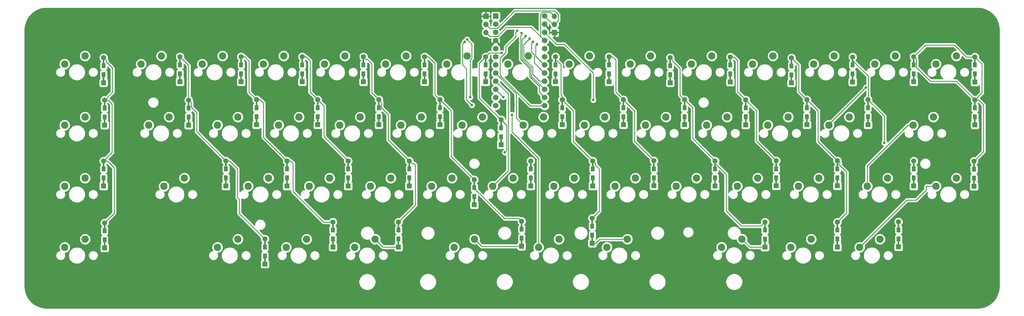
<source format=gtl>
G04 #@! TF.GenerationSoftware,KiCad,Pcbnew,(5.1.2)-1*
G04 #@! TF.CreationDate,2020-06-05T12:57:31-05:00*
G04 #@! TF.ProjectId,NightmarePCB fixed NKRO,4e696768-746d-4617-9265-504342206669,rev?*
G04 #@! TF.SameCoordinates,Original*
G04 #@! TF.FileFunction,Copper,L1,Top*
G04 #@! TF.FilePolarity,Positive*
%FSLAX46Y46*%
G04 Gerber Fmt 4.6, Leading zero omitted, Abs format (unit mm)*
G04 Created by KiCad (PCBNEW (5.1.2)-1) date 2020-06-05 12:57:31*
%MOMM*%
%LPD*%
G04 APERTURE LIST*
%ADD10R,1.700000X1.700000*%
%ADD11O,1.700000X1.700000*%
%ADD12C,2.286000*%
%ADD13C,1.752600*%
%ADD14R,1.752600X1.752600*%
%ADD15R,1.600000X1.600000*%
%ADD16C,1.600000*%
%ADD17R,0.500000X2.500000*%
%ADD18R,1.200000X1.600000*%
%ADD19C,0.800000*%
%ADD20C,0.250000*%
%ADD21C,0.254000*%
G04 APERTURE END LIST*
D10*
X335732120Y-98356420D03*
D11*
X335732120Y-95816420D03*
X335732120Y-93276420D03*
D10*
X314360560Y-93261180D03*
D11*
X314360560Y-95801180D03*
X314360560Y-98341180D03*
D12*
X387781800Y-165303200D03*
X394131800Y-162763200D03*
X352069400Y-165328600D03*
X358419400Y-162788600D03*
X304444400Y-165328600D03*
X310794400Y-162788600D03*
X273507200Y-165328600D03*
X279857200Y-162788600D03*
D13*
X332638400Y-93248480D03*
X317398400Y-121188480D03*
X332638400Y-95788480D03*
X332638400Y-98328480D03*
X332638400Y-100868480D03*
X332638400Y-103408480D03*
X332638400Y-105948480D03*
X332638400Y-108488480D03*
X332638400Y-111028480D03*
X332638400Y-113568480D03*
X332638400Y-116108480D03*
X332638400Y-118648480D03*
X332638400Y-121188480D03*
X317398400Y-118648480D03*
X317398400Y-116108480D03*
X317398400Y-113568480D03*
X317398400Y-111028480D03*
X317398400Y-108488480D03*
X317398400Y-105948480D03*
X317398400Y-103408480D03*
X317398400Y-100868480D03*
X317398400Y-98328480D03*
X317398400Y-95788480D03*
D14*
X317398400Y-93248480D03*
D12*
X447436496Y-127238016D03*
X453786496Y-124698016D03*
X421242768Y-127238016D03*
X427592768Y-124698016D03*
D15*
X195262336Y-114002248D03*
D16*
X195262336Y-106202248D03*
D17*
X195262336Y-112802248D03*
D18*
X195262336Y-111502248D03*
X195262336Y-108702248D03*
D17*
X195262336Y-107402248D03*
D15*
X219074816Y-113704592D03*
D16*
X219074816Y-105904592D03*
D17*
X219074816Y-112504592D03*
D18*
X219074816Y-111204592D03*
X219074816Y-108404592D03*
D17*
X219074816Y-107104592D03*
D15*
X238124800Y-113704592D03*
D16*
X238124800Y-105904592D03*
D17*
X238124800Y-112504592D03*
D18*
X238124800Y-111204592D03*
X238124800Y-108404592D03*
D17*
X238124800Y-107104592D03*
D15*
X257174784Y-113704592D03*
D16*
X257174784Y-105904592D03*
D17*
X257174784Y-112504592D03*
D18*
X257174784Y-111204592D03*
X257174784Y-108404592D03*
D17*
X257174784Y-107104592D03*
D15*
X276224768Y-113704592D03*
D16*
X276224768Y-105904592D03*
D17*
X276224768Y-112504592D03*
D18*
X276224768Y-111204592D03*
X276224768Y-108404592D03*
D17*
X276224768Y-107104592D03*
X295274752Y-107104592D03*
D18*
X295274752Y-108404592D03*
X295274752Y-111204592D03*
D17*
X295274752Y-112504592D03*
D16*
X295274752Y-105904592D03*
D15*
X295274752Y-113704592D03*
X314324736Y-113735064D03*
D16*
X314324736Y-105935064D03*
D17*
X314324736Y-112535064D03*
D18*
X314324736Y-111235064D03*
X314324736Y-108435064D03*
D17*
X314324736Y-107135064D03*
D15*
X336053624Y-113735064D03*
D16*
X336053624Y-105935064D03*
D17*
X336053624Y-112535064D03*
D18*
X336053624Y-111235064D03*
X336053624Y-108435064D03*
D17*
X336053624Y-107135064D03*
X352722360Y-107104592D03*
D18*
X352722360Y-108404592D03*
X352722360Y-111204592D03*
D17*
X352722360Y-112504592D03*
D16*
X352722360Y-105904592D03*
D15*
X352722360Y-113704592D03*
D17*
X371772344Y-107402248D03*
D18*
X371772344Y-108702248D03*
X371772344Y-111502248D03*
D17*
X371772344Y-112802248D03*
D16*
X371772344Y-106202248D03*
D15*
X371772344Y-114002248D03*
X390524672Y-113765536D03*
D16*
X390524672Y-105965536D03*
D17*
X390524672Y-112565536D03*
D18*
X390524672Y-111265536D03*
X390524672Y-108465536D03*
D17*
X390524672Y-107165536D03*
X409574656Y-107463192D03*
D18*
X409574656Y-108763192D03*
X409574656Y-111563192D03*
D17*
X409574656Y-112863192D03*
D16*
X409574656Y-106263192D03*
D15*
X409574656Y-114063192D03*
X428624640Y-113765536D03*
D16*
X428624640Y-105965536D03*
D17*
X428624640Y-112565536D03*
D18*
X428624640Y-111265536D03*
X428624640Y-108465536D03*
D17*
X428624640Y-107165536D03*
D15*
X466724608Y-113765536D03*
D16*
X466724608Y-105965536D03*
D17*
X466724608Y-112565536D03*
D18*
X466724608Y-111265536D03*
X466724608Y-108465536D03*
D17*
X466724608Y-107165536D03*
D15*
X195559992Y-127217864D03*
D16*
X195559992Y-119417864D03*
D17*
X195559992Y-126017864D03*
D18*
X195559992Y-124717864D03*
X195559992Y-121917864D03*
D17*
X195559992Y-120617864D03*
X221753720Y-120617864D03*
D18*
X221753720Y-121917864D03*
X221753720Y-124717864D03*
D17*
X221753720Y-126017864D03*
D16*
X221753720Y-119417864D03*
D15*
X221753720Y-127217864D03*
X242887296Y-127099112D03*
D16*
X242887296Y-119299112D03*
D17*
X242887296Y-125899112D03*
D18*
X242887296Y-124599112D03*
X242887296Y-121799112D03*
D17*
X242887296Y-120499112D03*
X261937280Y-120499112D03*
D18*
X261937280Y-121799112D03*
X261937280Y-124599112D03*
D17*
X261937280Y-125899112D03*
D16*
X261937280Y-119299112D03*
D15*
X261937280Y-127099112D03*
X280987264Y-127099112D03*
D16*
X280987264Y-119299112D03*
D17*
X280987264Y-125899112D03*
D18*
X280987264Y-124599112D03*
X280987264Y-121799112D03*
D17*
X280987264Y-120499112D03*
D15*
X300037248Y-127099112D03*
D16*
X300037248Y-119299112D03*
D17*
X300037248Y-125899112D03*
D18*
X300037248Y-124599112D03*
X300037248Y-121799112D03*
D17*
X300037248Y-120499112D03*
X319087232Y-126749888D03*
D18*
X319087232Y-128049888D03*
X319087232Y-130849888D03*
D17*
X319087232Y-132149888D03*
D16*
X319087232Y-125549888D03*
D15*
X319087232Y-133349888D03*
D17*
X338137216Y-120499112D03*
D18*
X338137216Y-121799112D03*
X338137216Y-124599112D03*
D17*
X338137216Y-125899112D03*
D16*
X338137216Y-119299112D03*
D15*
X338137216Y-127099112D03*
D17*
X357187200Y-120499112D03*
D18*
X357187200Y-121799112D03*
X357187200Y-124599112D03*
D17*
X357187200Y-125899112D03*
D16*
X357187200Y-119299112D03*
D15*
X357187200Y-127099112D03*
D17*
X376237184Y-120499112D03*
D18*
X376237184Y-121799112D03*
X376237184Y-124599112D03*
D17*
X376237184Y-125899112D03*
D16*
X376237184Y-119299112D03*
D15*
X376237184Y-127099112D03*
X395287168Y-127160056D03*
D16*
X395287168Y-119360056D03*
D17*
X395287168Y-125960056D03*
D18*
X395287168Y-124660056D03*
X395287168Y-121860056D03*
D17*
X395287168Y-120560056D03*
D15*
X414337152Y-127099112D03*
D16*
X414337152Y-119299112D03*
D17*
X414337152Y-125899112D03*
D18*
X414337152Y-124599112D03*
X414337152Y-121799112D03*
D17*
X414337152Y-120499112D03*
D15*
X433387136Y-127099112D03*
D16*
X433387136Y-119299112D03*
D17*
X433387136Y-125899112D03*
D18*
X433387136Y-124599112D03*
X433387136Y-121799112D03*
D17*
X433387136Y-120499112D03*
X447674624Y-107104592D03*
D18*
X447674624Y-108404592D03*
X447674624Y-111204592D03*
D17*
X447674624Y-112504592D03*
D16*
X447674624Y-105904592D03*
D15*
X447674624Y-113704592D03*
D17*
X195262336Y-139610040D03*
D18*
X195262336Y-140910040D03*
X195262336Y-143710040D03*
D17*
X195262336Y-145010040D03*
D16*
X195262336Y-138410040D03*
D15*
X195262336Y-146210040D03*
X233362304Y-146210040D03*
D16*
X233362304Y-138410040D03*
D17*
X233362304Y-145010040D03*
D18*
X233362304Y-143710040D03*
X233362304Y-140910040D03*
D17*
X233362304Y-139610040D03*
X252412288Y-139610040D03*
D18*
X252412288Y-140910040D03*
X252412288Y-143710040D03*
D17*
X252412288Y-145010040D03*
D16*
X252412288Y-138410040D03*
D15*
X252412288Y-146210040D03*
X271462272Y-146210040D03*
D16*
X271462272Y-138410040D03*
D17*
X271462272Y-145010040D03*
D18*
X271462272Y-143710040D03*
X271462272Y-140910040D03*
D17*
X271462272Y-139610040D03*
X290512256Y-139610040D03*
D18*
X290512256Y-140910040D03*
X290512256Y-143710040D03*
D17*
X290512256Y-145010040D03*
D16*
X290512256Y-138410040D03*
D15*
X290512256Y-146210040D03*
X310750000Y-152050000D03*
D16*
X310750000Y-144250000D03*
D17*
X310750000Y-150850000D03*
D18*
X310750000Y-149550000D03*
X310750000Y-146750000D03*
D17*
X310750000Y-145450000D03*
X328314568Y-139610040D03*
D18*
X328314568Y-140910040D03*
X328314568Y-143710040D03*
D17*
X328314568Y-145010040D03*
D16*
X328314568Y-138410040D03*
D15*
X328314568Y-146210040D03*
X347662208Y-146210040D03*
D16*
X347662208Y-138410040D03*
D17*
X347662208Y-145010040D03*
D18*
X347662208Y-143710040D03*
X347662208Y-140910040D03*
D17*
X347662208Y-139610040D03*
X366712192Y-139549096D03*
D18*
X366712192Y-140849096D03*
X366712192Y-143649096D03*
D17*
X366712192Y-144949096D03*
D16*
X366712192Y-138349096D03*
D15*
X366712192Y-146149096D03*
D17*
X385762176Y-139610040D03*
D18*
X385762176Y-140910040D03*
X385762176Y-143710040D03*
D17*
X385762176Y-145010040D03*
D16*
X385762176Y-138410040D03*
D15*
X385762176Y-146210040D03*
X404812160Y-146149096D03*
D16*
X404812160Y-138349096D03*
D17*
X404812160Y-144949096D03*
D18*
X404812160Y-143649096D03*
X404812160Y-140849096D03*
D17*
X404812160Y-139549096D03*
X423862144Y-139549096D03*
D18*
X423862144Y-140849096D03*
X423862144Y-143649096D03*
D17*
X423862144Y-144949096D03*
D16*
X423862144Y-138349096D03*
D15*
X423862144Y-146149096D03*
X447674624Y-146210040D03*
D16*
X447674624Y-138410040D03*
D17*
X447674624Y-145010040D03*
D18*
X447674624Y-143710040D03*
X447674624Y-140910040D03*
D17*
X447674624Y-139610040D03*
X466724608Y-120560056D03*
D18*
X466724608Y-121860056D03*
X466724608Y-124660056D03*
D17*
X466724608Y-125960056D03*
D16*
X466724608Y-119360056D03*
D15*
X466724608Y-127160056D03*
X245500000Y-170550000D03*
D16*
X245500000Y-162750000D03*
D17*
X245500000Y-169350000D03*
D18*
X245500000Y-168050000D03*
X245500000Y-165250000D03*
D17*
X245500000Y-163950000D03*
X266699776Y-158629552D03*
D18*
X266699776Y-159929552D03*
X266699776Y-162729552D03*
D17*
X266699776Y-164029552D03*
D16*
X266699776Y-157429552D03*
D15*
X266699776Y-165229552D03*
X347500000Y-164050000D03*
D16*
X347500000Y-156250000D03*
D17*
X347500000Y-162850000D03*
D18*
X347500000Y-161550000D03*
X347500000Y-158750000D03*
D17*
X347500000Y-157450000D03*
X423862144Y-158660024D03*
D18*
X423862144Y-159960024D03*
X423862144Y-162760024D03*
D17*
X423862144Y-164060024D03*
D16*
X423862144Y-157460024D03*
D15*
X423862144Y-165260024D03*
X442912128Y-165199080D03*
D16*
X442912128Y-157399080D03*
D17*
X442912128Y-163999080D03*
D18*
X442912128Y-162699080D03*
X442912128Y-159899080D03*
D17*
X442912128Y-158599080D03*
X466426952Y-139667848D03*
D18*
X466426952Y-140967848D03*
X466426952Y-143767848D03*
D17*
X466426952Y-145067848D03*
D16*
X466426952Y-138467848D03*
D15*
X466426952Y-146267848D03*
X195559992Y-165496736D03*
D16*
X195559992Y-157696736D03*
D17*
X195559992Y-164296736D03*
D18*
X195559992Y-162996736D03*
X195559992Y-160196736D03*
D17*
X195559992Y-158896736D03*
D12*
X189468125Y-105648125D03*
X183118125Y-108188125D03*
X213280448Y-105648032D03*
X206930448Y-108188032D03*
X232330432Y-105648032D03*
X225980432Y-108188032D03*
X251380416Y-105648032D03*
X245030416Y-108188032D03*
X270430400Y-105648032D03*
X264080400Y-108188032D03*
X283130384Y-108188032D03*
X289480384Y-105648032D03*
X302180368Y-108188032D03*
X308530368Y-105648032D03*
X327580352Y-105648032D03*
X321230352Y-108188032D03*
X340280336Y-108188032D03*
X346630336Y-105648032D03*
X365680320Y-105648032D03*
X359330320Y-108188032D03*
X378380304Y-108188032D03*
X384730304Y-105648032D03*
X403780288Y-105648032D03*
X397430288Y-108188032D03*
X416480272Y-108188032D03*
X422830272Y-105648032D03*
X454580240Y-108188032D03*
X460930240Y-105648032D03*
X183117968Y-127238016D03*
X189467968Y-124698016D03*
X215661696Y-124698016D03*
X209311696Y-127238016D03*
X230742928Y-127238016D03*
X237092928Y-124698016D03*
X256142912Y-124698016D03*
X249792912Y-127238016D03*
X275192896Y-124698016D03*
X268842896Y-127238016D03*
X294242880Y-124698016D03*
X287892880Y-127238016D03*
X306942864Y-127238016D03*
X313292864Y-124698016D03*
X332342848Y-124698016D03*
X325992848Y-127238016D03*
X345042832Y-127238016D03*
X351392832Y-124698016D03*
X364092816Y-127238016D03*
X370442816Y-124698016D03*
X389492800Y-124698016D03*
X383142800Y-127238016D03*
X402192784Y-127238016D03*
X408542784Y-124698016D03*
X441880256Y-105648032D03*
X435530256Y-108188032D03*
X189467968Y-143748000D03*
X183117968Y-146288000D03*
X214074192Y-146288000D03*
X220424192Y-143748000D03*
X246617920Y-143748000D03*
X240267920Y-146288000D03*
X259317904Y-146288000D03*
X265667904Y-143748000D03*
X278367888Y-146288000D03*
X284717888Y-143748000D03*
X297417872Y-146288000D03*
X303767872Y-143748000D03*
X316467856Y-146288000D03*
X322817856Y-143748000D03*
X341867840Y-143748000D03*
X335517840Y-146288000D03*
X360917824Y-143748000D03*
X354567824Y-146288000D03*
X373617808Y-146288000D03*
X379967808Y-143748000D03*
X399017792Y-143748000D03*
X392667792Y-146288000D03*
X411717776Y-146288000D03*
X418067776Y-143748000D03*
X433149008Y-146288000D03*
X439499008Y-143748000D03*
X230742928Y-165337984D03*
X237092928Y-162797984D03*
X252154312Y-165337984D03*
X258504312Y-162797984D03*
X337105344Y-162797984D03*
X330755344Y-165337984D03*
X415686528Y-162797984D03*
X409336528Y-165337984D03*
X430767760Y-165337984D03*
X437117760Y-162797984D03*
X460930240Y-143748000D03*
X454580240Y-146288000D03*
X183137816Y-165337984D03*
X189487816Y-162797984D03*
D18*
X287147000Y-162740800D03*
X287147000Y-159940800D03*
D16*
X287147000Y-157440800D03*
D15*
X287147000Y-165240800D03*
D17*
X287147000Y-158640800D03*
X287147000Y-164040800D03*
X325501000Y-163786800D03*
X325501000Y-158386800D03*
D15*
X325501000Y-164986800D03*
D16*
X325501000Y-157186800D03*
D18*
X325501000Y-159686800D03*
X325501000Y-162486800D03*
X401294600Y-162766200D03*
X401294600Y-159966200D03*
D16*
X401294600Y-157466200D03*
D15*
X401294600Y-165266200D03*
D17*
X401294600Y-158666200D03*
X401294600Y-164066200D03*
D19*
X308500000Y-100500000D03*
X309500000Y-118500000D03*
X307750000Y-101250000D03*
X310000000Y-121000000D03*
X319250000Y-104750000D03*
X320250000Y-135750000D03*
X330250000Y-102000000D03*
X329000000Y-101250000D03*
X328000000Y-100250000D03*
X326750000Y-99500000D03*
X325500000Y-98500000D03*
X438500000Y-132750000D03*
X324104000Y-97802700D03*
X432750000Y-115500000D03*
X322500000Y-124000000D03*
X319750000Y-118500000D03*
X323629020Y-94536260D03*
X324464680Y-101625400D03*
X456090020Y-105100120D03*
X319102740Y-123101100D03*
X323032120Y-120769380D03*
X314007500Y-115796060D03*
X322879720Y-106105960D03*
X347820380Y-119377380D03*
D20*
X189608213Y-105648125D02*
X189468125Y-105648125D01*
X195262336Y-111502248D02*
X195262336Y-111302248D01*
X195262336Y-119120208D02*
X195559992Y-119417864D01*
X309500000Y-106851042D02*
X309500000Y-118500000D01*
X309998369Y-106352673D02*
X309500000Y-106851042D01*
X308500000Y-100500000D02*
X309998369Y-101998369D01*
X309998369Y-101998369D02*
X309998369Y-106352673D01*
X195559992Y-138112384D02*
X195262336Y-138410040D01*
X195262336Y-157399080D02*
X195559992Y-157696736D01*
X196062335Y-107002247D02*
X196062335Y-107530635D01*
X195262336Y-106202248D02*
X196062335Y-107002247D01*
X196062335Y-107530635D02*
X198031100Y-109499400D01*
X198031100Y-116946756D02*
X195559992Y-119417864D01*
X198031100Y-109499400D02*
X198031100Y-116946756D01*
X196691362Y-119417864D02*
X197904100Y-120630602D01*
X195559992Y-119417864D02*
X196691362Y-119417864D01*
X197904100Y-135768276D02*
X195262336Y-138410040D01*
X197904100Y-120630602D02*
X197904100Y-135768276D01*
X196393706Y-138410040D02*
X198526400Y-140542734D01*
X195262336Y-138410040D02*
X196393706Y-138410040D01*
X198526400Y-154730328D02*
X195559992Y-157696736D01*
X198526400Y-140542734D02*
X198526400Y-154730328D01*
X308309269Y-119309269D02*
X310000000Y-121000000D01*
X308309269Y-109614959D02*
X308309269Y-119309269D01*
X307062367Y-108368057D02*
X308309269Y-109614959D01*
X307750000Y-101250000D02*
X307062367Y-101937633D01*
X307062367Y-101937633D02*
X307062367Y-108368057D01*
X221753720Y-108583496D02*
X221753720Y-119417864D01*
X219074816Y-105904592D02*
X221753720Y-108583496D01*
X222553719Y-120217863D02*
X222605263Y-120217863D01*
X221753720Y-119417864D02*
X222553719Y-120217863D01*
X222605263Y-121681978D02*
X224269300Y-123346015D01*
X222605263Y-120217863D02*
X222605263Y-121681978D01*
X224269300Y-129317036D02*
X233362304Y-138410040D01*
X224269300Y-123346015D02*
X224269300Y-129317036D01*
X234493674Y-138410040D02*
X236943900Y-140860266D01*
X233362304Y-138410040D02*
X234493674Y-138410040D01*
X236943900Y-140860266D02*
X236943900Y-149796500D01*
X236943900Y-149796500D02*
X237515400Y-150368000D01*
X237515400Y-154765400D02*
X245500000Y-162750000D01*
X237515400Y-150368000D02*
X237515400Y-154765400D01*
X253543658Y-138410040D02*
X254292100Y-139158482D01*
X252412288Y-138410040D02*
X253543658Y-138410040D01*
X254292100Y-139158482D02*
X254292100Y-147942300D01*
X263779352Y-157429552D02*
X266699776Y-157429552D01*
X254292100Y-147942300D02*
X263779352Y-157429552D01*
X244018666Y-119299112D02*
X245021100Y-120301546D01*
X242887296Y-119299112D02*
X244018666Y-119299112D01*
X245021100Y-131018852D02*
X252412288Y-138410040D01*
X245021100Y-120301546D02*
X245021100Y-131018852D01*
X239256170Y-105904592D02*
X240576100Y-107224522D01*
X238124800Y-105904592D02*
X239256170Y-105904592D01*
X240576100Y-116987916D02*
X242887296Y-119299112D01*
X240576100Y-107224522D02*
X240576100Y-116987916D01*
X258306154Y-105904592D02*
X259588000Y-107186438D01*
X257174784Y-105904592D02*
X258306154Y-105904592D01*
X259588000Y-116949832D02*
X261937280Y-119299112D01*
X259588000Y-107186438D02*
X259588000Y-116949832D01*
X261937280Y-119299112D02*
X263872368Y-121234200D01*
X263872368Y-130820136D02*
X271462272Y-138410040D01*
X263872368Y-121234200D02*
X263872368Y-130820136D01*
X276224768Y-105904592D02*
X277024767Y-106704591D01*
X277024767Y-106704591D02*
X277024767Y-107047967D01*
X277024767Y-106704591D02*
X277417991Y-106704591D01*
X277417991Y-106704591D02*
X278790400Y-108077000D01*
X278790400Y-117102248D02*
X280987264Y-119299112D01*
X278790400Y-108077000D02*
X278790400Y-117102248D01*
X290512256Y-139541410D02*
X290512256Y-138410040D01*
X287147000Y-158640800D02*
X287147000Y-157640800D01*
X291312255Y-139210039D02*
X291937699Y-139210039D01*
X290512256Y-138410040D02*
X291312255Y-139210039D01*
X291937699Y-139210039D02*
X292387020Y-139659360D01*
X292387020Y-152200780D02*
X287147000Y-157440800D01*
X292387020Y-139659360D02*
X292387020Y-152200780D01*
X283997400Y-131895184D02*
X290512256Y-138410040D01*
X281787263Y-120099111D02*
X281808211Y-120099111D01*
X280987264Y-119299112D02*
X281787263Y-120099111D01*
X281808211Y-120099111D02*
X281808211Y-122087931D01*
X281808211Y-122087931D02*
X282113011Y-122087931D01*
X282113011Y-122087931D02*
X283997400Y-123972320D01*
X283997400Y-123972320D02*
X283997400Y-131895184D01*
X303500000Y-137000000D02*
X310750000Y-144250000D01*
X303500000Y-131611864D02*
X303500000Y-137000000D01*
X296406122Y-105904592D02*
X298475400Y-107973870D01*
X295274752Y-105904592D02*
X296406122Y-105904592D01*
X299237249Y-118499113D02*
X300037248Y-119299112D01*
X298475400Y-117737264D02*
X299237249Y-118499113D01*
X298475400Y-107973870D02*
X298475400Y-117737264D01*
X310750000Y-151850000D02*
X310750000Y-150850000D01*
X310750000Y-145381370D02*
X310750000Y-144250000D01*
X310750000Y-146950000D02*
X310750000Y-145381370D01*
X320186801Y-156386801D02*
X310750000Y-146950000D01*
X324701001Y-156386801D02*
X320186801Y-156386801D01*
X325501000Y-157186800D02*
X324701001Y-156386801D01*
X303500000Y-122761864D02*
X300037248Y-119299112D01*
X303500000Y-131611864D02*
X303500000Y-122761864D01*
X319247179Y-104747179D02*
X319250000Y-104750000D01*
X314324736Y-105935064D02*
X315512621Y-104747179D01*
X315512621Y-104747179D02*
X319247179Y-104747179D01*
X312295369Y-118758025D02*
X319087232Y-125549888D01*
X314324736Y-105935064D02*
X312295369Y-107964431D01*
X312295369Y-107964431D02*
X312295369Y-118758025D01*
X320771520Y-135228480D02*
X320250000Y-135750000D01*
X320771520Y-127144780D02*
X320771520Y-135228480D01*
X320700896Y-127074156D02*
X320771520Y-127144780D01*
X319087232Y-125549888D02*
X320611500Y-127074156D01*
X320611500Y-127074156D02*
X320700896Y-127074156D01*
X336553624Y-107135064D02*
X337724160Y-108305600D01*
X336053624Y-107135064D02*
X336553624Y-107135064D01*
X338137216Y-118167742D02*
X338137216Y-119299112D01*
X337724160Y-117754686D02*
X338137216Y-118167742D01*
X337724160Y-108305600D02*
X337724160Y-117754686D01*
X338937215Y-120099111D02*
X338937215Y-120128915D01*
X338137216Y-119299112D02*
X338937215Y-120099111D01*
X338937215Y-120128915D02*
X341566500Y-122758200D01*
X341566500Y-132314332D02*
X347662208Y-138410040D01*
X341566500Y-122758200D02*
X341566500Y-132314332D01*
X349684340Y-154065660D02*
X347500000Y-156250000D01*
X349684340Y-140929360D02*
X349684340Y-154065660D01*
X348462207Y-139707227D02*
X349684340Y-140929360D01*
X347662208Y-138410040D02*
X348462207Y-139210039D01*
X348462207Y-139210039D02*
X348462207Y-139707227D01*
X331762101Y-107612181D02*
X332638400Y-108488480D01*
X329850001Y-105700081D02*
X331762101Y-107612181D01*
X329850001Y-102399999D02*
X329850001Y-105700081D01*
X330250000Y-102000000D02*
X329850001Y-102399999D01*
X357987199Y-120099111D02*
X357987199Y-120141599D01*
X357187200Y-119299112D02*
X357987199Y-120099111D01*
X357987199Y-120141599D02*
X360692700Y-122847100D01*
X360692700Y-132329604D02*
X366712192Y-138349096D01*
X360692700Y-122847100D02*
X360692700Y-132329604D01*
X353853730Y-105904592D02*
X354825300Y-106876162D01*
X352722360Y-105904592D02*
X353853730Y-105904592D01*
X354825300Y-116937212D02*
X357187200Y-119299112D01*
X354825300Y-106876162D02*
X354825300Y-116937212D01*
X331762101Y-110152181D02*
X332638400Y-111028480D01*
X329399991Y-107790071D02*
X331762101Y-110152181D01*
X329399991Y-105295029D02*
X329399991Y-107790071D01*
X328600001Y-104495039D02*
X329399991Y-105295029D01*
X328600001Y-101649999D02*
X328600001Y-104495039D01*
X329000000Y-101250000D02*
X328600001Y-101649999D01*
X376237184Y-119299112D02*
X378764800Y-121826728D01*
X378764800Y-131412664D02*
X385762176Y-138410040D01*
X378764800Y-121826728D02*
X378764800Y-131412664D01*
X385762176Y-139541410D02*
X385762176Y-138410040D01*
X372572343Y-107002247D02*
X372572343Y-107256643D01*
X371772344Y-106202248D02*
X372572343Y-107002247D01*
X372572343Y-107256643D02*
X374858280Y-109542580D01*
X374858280Y-117920208D02*
X376237184Y-119299112D01*
X374858280Y-109542580D02*
X374858280Y-117920208D01*
X385762176Y-139610040D02*
X386262176Y-139610040D01*
X386262176Y-139610040D02*
X389194040Y-142541904D01*
X389194040Y-142541904D02*
X389194040Y-154002740D01*
X389194040Y-154002740D02*
X393857500Y-158666200D01*
X400494601Y-158266199D02*
X401294600Y-157466200D01*
X393857500Y-158666200D02*
X400094600Y-158666200D01*
X400094600Y-158666200D02*
X400494601Y-158266199D01*
X391656042Y-105965536D02*
X392772900Y-107082394D01*
X390524672Y-105965536D02*
X391656042Y-105965536D01*
X392772900Y-116845788D02*
X395287168Y-119360056D01*
X392772900Y-107082394D02*
X392772900Y-116845788D01*
X396087167Y-120160055D02*
X396087167Y-120205067D01*
X395287168Y-119360056D02*
X396087167Y-120160055D01*
X396087167Y-120205067D02*
X398665700Y-122783600D01*
X398665700Y-132202636D02*
X404812160Y-138349096D01*
X398665700Y-122783600D02*
X398665700Y-132202636D01*
X326112351Y-106379491D02*
X326112351Y-102137649D01*
X326617891Y-106885031D02*
X326112351Y-106379491D01*
X326644709Y-106885031D02*
X326617891Y-106885031D01*
X328895351Y-109135673D02*
X326644709Y-106885031D01*
X326112351Y-102137649D02*
X328000000Y-100250000D01*
X331147798Y-113568480D02*
X328895351Y-111316033D01*
X328895351Y-111316033D02*
X328895351Y-109135673D01*
X332638400Y-113568480D02*
X331147798Y-113568480D01*
X409574656Y-106263192D02*
X411848300Y-108536836D01*
X413537153Y-118499113D02*
X414337152Y-119299112D01*
X411848300Y-116810260D02*
X413537153Y-118499113D01*
X411848300Y-108536836D02*
X411848300Y-116810260D01*
X415137151Y-120099111D02*
X415209011Y-120099111D01*
X414337152Y-119299112D02*
X415137151Y-120099111D01*
X415209011Y-120099111D02*
X417868100Y-122758200D01*
X417868100Y-132355052D02*
X423862144Y-138349096D01*
X417868100Y-122758200D02*
X417868100Y-132355052D01*
X424662143Y-139149095D02*
X424662143Y-139216943D01*
X423862144Y-138349096D02*
X424662143Y-139149095D01*
X424362144Y-139549096D02*
X426720000Y-141906952D01*
X423862144Y-139549096D02*
X424362144Y-139549096D01*
X426720000Y-154602168D02*
X423862144Y-157460024D01*
X426720000Y-141906952D02*
X426720000Y-154602168D01*
X325662341Y-100587659D02*
X326750000Y-99500000D01*
X325662341Y-106565891D02*
X325662341Y-100587659D01*
X328418523Y-109322073D02*
X325662341Y-106565891D01*
X328445341Y-109322073D02*
X328418523Y-109322073D01*
X328445341Y-111915421D02*
X328445341Y-109322073D01*
X332638400Y-116108480D02*
X328445341Y-111915421D01*
X438500000Y-124411976D02*
X433387136Y-119299112D01*
X438500000Y-132750000D02*
X438500000Y-124411976D01*
X428624640Y-107096906D02*
X428624640Y-105965536D01*
X433475001Y-111947267D02*
X428624640Y-107096906D01*
X433475001Y-118079877D02*
X433475001Y-111947267D01*
X433387136Y-118167742D02*
X433475001Y-118079877D01*
X433387136Y-119299112D02*
X433387136Y-118167742D01*
X325500000Y-99065685D02*
X325500000Y-98500000D01*
X325212331Y-99353354D02*
X325500000Y-99065685D01*
X332638400Y-118648480D02*
X331028605Y-117038685D01*
X331028605Y-117038685D02*
X331028605Y-115135095D01*
X331028605Y-115135095D02*
X327995331Y-112101821D01*
X327995331Y-112101821D02*
X327995331Y-109535291D01*
X327995331Y-109535291D02*
X325212331Y-106752291D01*
X325212331Y-106752291D02*
X325212331Y-99353354D01*
X466724608Y-138170192D02*
X466426952Y-138467848D01*
X466724608Y-105965536D02*
X468886872Y-108127800D01*
X468886872Y-117197792D02*
X466724608Y-119360056D01*
X468886872Y-108127800D02*
X468886872Y-117197792D01*
X467855978Y-119360056D02*
X469404700Y-120908778D01*
X466724608Y-119360056D02*
X467855978Y-119360056D01*
X469404700Y-135490100D02*
X466426952Y-138467848D01*
X469404700Y-120908778D02*
X469404700Y-135490100D01*
X466724608Y-105965536D02*
X463965836Y-105965536D01*
X463904892Y-105904592D02*
X463904892Y-105828392D01*
X463965836Y-105965536D02*
X463904892Y-105904592D01*
X463904892Y-105828392D02*
X460311500Y-102235000D01*
X451344216Y-102235000D02*
X447674624Y-105904592D01*
X460311500Y-102235000D02*
X451344216Y-102235000D01*
X460889852Y-113525300D02*
X466724608Y-119360056D01*
X452831200Y-113525300D02*
X460889852Y-113525300D01*
X448474623Y-109168723D02*
X452831200Y-113525300D01*
X447674624Y-105904592D02*
X448474623Y-106704591D01*
X448474623Y-106704591D02*
X448474623Y-109168723D01*
X323704001Y-98202699D02*
X324104000Y-97802700D01*
X320525711Y-102837879D02*
X323704001Y-99659589D01*
X323704001Y-99659589D02*
X323704001Y-98202699D01*
X318735351Y-111729021D02*
X318735351Y-106337651D01*
X328207510Y-121201180D02*
X318735351Y-111729021D01*
X320525711Y-104547291D02*
X320525711Y-102837879D01*
X331386425Y-121201180D02*
X328207510Y-121201180D01*
X318735351Y-106337651D02*
X320525711Y-104547291D01*
X331399125Y-121188480D02*
X331386425Y-121201180D01*
X332638400Y-121188480D02*
X331399125Y-121188480D01*
X356802954Y-162788600D02*
X358419400Y-162788600D01*
X349811400Y-162788600D02*
X356802954Y-162788600D01*
X348550000Y-164050000D02*
X349811400Y-162788600D01*
X347500000Y-164050000D02*
X348550000Y-164050000D01*
X318274699Y-111904779D02*
X317398400Y-111028480D01*
X323817099Y-117447179D02*
X318274699Y-111904779D01*
X323817099Y-125062267D02*
X323817099Y-117447179D01*
X325992848Y-127238016D02*
X323817099Y-125062267D01*
X421242768Y-127007232D02*
X421242768Y-127238016D01*
X432750000Y-115500000D02*
X421242768Y-127007232D01*
X318274699Y-114444779D02*
X317398400Y-113568480D01*
X321277099Y-117447179D02*
X318274699Y-114444779D01*
X321277099Y-141478757D02*
X321277099Y-117447179D01*
X316467856Y-146288000D02*
X321277099Y-141478757D01*
X433149008Y-144671554D02*
X433149008Y-146288000D01*
X433149008Y-139909058D02*
X433149008Y-144671554D01*
X445820050Y-127238016D02*
X433149008Y-139909058D01*
X447436496Y-127238016D02*
X445820050Y-127238016D01*
X322500000Y-129368170D02*
X322500000Y-124000000D01*
X330755344Y-165337984D02*
X330755344Y-137623514D01*
X330755344Y-137623514D02*
X322500000Y-129368170D01*
X317398400Y-116148400D02*
X317398400Y-116108480D01*
X319750000Y-118500000D02*
X317398400Y-116148400D01*
X451522340Y-146288000D02*
X451522340Y-147485860D01*
X454580240Y-146288000D02*
X451522340Y-146288000D01*
X448432808Y-150575392D02*
X445530352Y-150575392D01*
X451522340Y-147485860D02*
X448432808Y-150575392D01*
X445530352Y-150575392D02*
X430767760Y-165337984D01*
X334882121Y-92426421D02*
X335732120Y-93276420D01*
X334502879Y-92047179D02*
X334882121Y-92426421D01*
X332061775Y-92047179D02*
X334502879Y-92047179D01*
X331391260Y-92717694D02*
X332061775Y-92047179D01*
X331391260Y-99621340D02*
X331391260Y-92717694D01*
X332638400Y-100868480D02*
X331391260Y-99621340D01*
X315210559Y-99191179D02*
X314360560Y-98341180D01*
X315549161Y-99529781D02*
X315210559Y-99191179D01*
X317975025Y-99529781D02*
X315549161Y-99529781D01*
X320748586Y-96756220D02*
X317975025Y-99529781D01*
X328526140Y-96756220D02*
X320748586Y-96756220D01*
X332638400Y-100868480D02*
X328526140Y-96756220D01*
X347820380Y-118627380D02*
X347820380Y-119377380D01*
X347820380Y-111026102D02*
X347820380Y-118627380D01*
X336294611Y-101984691D02*
X338778969Y-101984691D01*
X332638400Y-98328480D02*
X336294611Y-101984691D01*
X338778969Y-101984691D02*
X347820380Y-111026102D01*
X335206340Y-95816420D02*
X335732120Y-95816420D01*
X332638400Y-93248480D02*
X335206340Y-95816420D01*
X315210559Y-96651179D02*
X314360560Y-95801180D01*
X317975025Y-96989781D02*
X315549161Y-96989781D01*
X323367637Y-91597169D02*
X317975025Y-96989781D01*
X335791871Y-91597169D02*
X323367637Y-91597169D01*
X315549161Y-96989781D02*
X315210559Y-96651179D01*
X336907121Y-92712419D02*
X335791871Y-91597169D01*
X336907121Y-93840421D02*
X336907121Y-92712419D01*
X336907121Y-94641419D02*
X335732120Y-95816420D01*
X336907121Y-93840421D02*
X336907121Y-94641419D01*
X282309400Y-165240800D02*
X279857200Y-162788600D01*
X287147000Y-165240800D02*
X282309400Y-165240800D01*
X312992600Y-164986800D02*
X310794400Y-162788600D01*
X325501000Y-164986800D02*
X312992600Y-164986800D01*
X396634800Y-165266200D02*
X394131800Y-162763200D01*
X401294600Y-165266200D02*
X396634800Y-165266200D01*
D21*
G36*
X468479908Y-90782967D02*
G01*
X469439294Y-90994780D01*
X470358047Y-91342864D01*
X471216931Y-91819931D01*
X471997953Y-92415988D01*
X472684751Y-93118548D01*
X473262934Y-93912889D01*
X473720391Y-94782374D01*
X474047546Y-95708797D01*
X474238318Y-96676700D01*
X474290000Y-97521698D01*
X474290001Y-177474267D01*
X474217033Y-178479907D01*
X474005222Y-179439290D01*
X473657136Y-180358047D01*
X473180069Y-181216931D01*
X472584011Y-181997954D01*
X471881452Y-182684751D01*
X471087113Y-183262932D01*
X470217625Y-183720391D01*
X469291203Y-184047546D01*
X468323300Y-184238318D01*
X467478302Y-184290000D01*
X177525719Y-184290000D01*
X176520093Y-184217033D01*
X175560710Y-184005222D01*
X174641953Y-183657136D01*
X173783069Y-183180069D01*
X173002046Y-182584011D01*
X172315249Y-181881452D01*
X171737068Y-181087113D01*
X171279609Y-180217625D01*
X170952454Y-179291203D01*
X170761682Y-178323300D01*
X170710000Y-177478302D01*
X170710000Y-175874060D01*
X274786444Y-175874060D01*
X274786444Y-176391908D01*
X274887471Y-176899806D01*
X275085643Y-177378235D01*
X275373344Y-177808810D01*
X275739518Y-178174984D01*
X276170093Y-178462685D01*
X276648522Y-178660857D01*
X277156420Y-178761884D01*
X277674268Y-178761884D01*
X278182166Y-178660857D01*
X278660595Y-178462685D01*
X279091170Y-178174984D01*
X279457344Y-177808810D01*
X279745045Y-177378235D01*
X279943217Y-176899806D01*
X280044244Y-176391908D01*
X280044244Y-175874060D01*
X280042378Y-175864676D01*
X293687500Y-175864676D01*
X293687500Y-176382524D01*
X293788527Y-176890422D01*
X293986699Y-177368851D01*
X294274400Y-177799426D01*
X294640574Y-178165600D01*
X295071149Y-178453301D01*
X295549578Y-178651473D01*
X296057476Y-178752500D01*
X296575324Y-178752500D01*
X297083222Y-178651473D01*
X297561651Y-178453301D01*
X297992226Y-178165600D01*
X298358400Y-177799426D01*
X298646101Y-177368851D01*
X298844273Y-176890422D01*
X298945300Y-176382524D01*
X298945300Y-175864676D01*
X317563500Y-175864676D01*
X317563500Y-176382524D01*
X317664527Y-176890422D01*
X317862699Y-177368851D01*
X318150400Y-177799426D01*
X318516574Y-178165600D01*
X318947149Y-178453301D01*
X319425578Y-178651473D01*
X319933476Y-178752500D01*
X320451324Y-178752500D01*
X320959222Y-178651473D01*
X321437651Y-178453301D01*
X321868226Y-178165600D01*
X322234400Y-177799426D01*
X322522101Y-177368851D01*
X322720273Y-176890422D01*
X322821300Y-176382524D01*
X322821300Y-175864676D01*
X341312500Y-175864676D01*
X341312500Y-176382524D01*
X341413527Y-176890422D01*
X341611699Y-177368851D01*
X341899400Y-177799426D01*
X342265574Y-178165600D01*
X342696149Y-178453301D01*
X343174578Y-178651473D01*
X343682476Y-178752500D01*
X344200324Y-178752500D01*
X344708222Y-178651473D01*
X345186651Y-178453301D01*
X345617226Y-178165600D01*
X345983400Y-177799426D01*
X346271101Y-177368851D01*
X346469273Y-176890422D01*
X346570300Y-176382524D01*
X346570300Y-175864676D01*
X365188500Y-175864676D01*
X365188500Y-176382524D01*
X365289527Y-176890422D01*
X365487699Y-177368851D01*
X365775400Y-177799426D01*
X366141574Y-178165600D01*
X366572149Y-178453301D01*
X367050578Y-178651473D01*
X367558476Y-178752500D01*
X368076324Y-178752500D01*
X368584222Y-178651473D01*
X369062651Y-178453301D01*
X369493226Y-178165600D01*
X369859400Y-177799426D01*
X370147101Y-177368851D01*
X370345273Y-176890422D01*
X370446300Y-176382524D01*
X370446300Y-175874060D01*
X389086444Y-175874060D01*
X389086444Y-176391908D01*
X389187471Y-176899806D01*
X389385643Y-177378235D01*
X389673344Y-177808810D01*
X390039518Y-178174984D01*
X390470093Y-178462685D01*
X390948522Y-178660857D01*
X391456420Y-178761884D01*
X391974268Y-178761884D01*
X392482166Y-178660857D01*
X392960595Y-178462685D01*
X393391170Y-178174984D01*
X393757344Y-177808810D01*
X394045045Y-177378235D01*
X394243217Y-176899806D01*
X394344244Y-176391908D01*
X394344244Y-175874060D01*
X394243217Y-175366162D01*
X394045045Y-174887733D01*
X393757344Y-174457158D01*
X393391170Y-174090984D01*
X392960595Y-173803283D01*
X392482166Y-173605111D01*
X391974268Y-173504084D01*
X391456420Y-173504084D01*
X390948522Y-173605111D01*
X390470093Y-173803283D01*
X390039518Y-174090984D01*
X389673344Y-174457158D01*
X389385643Y-174887733D01*
X389187471Y-175366162D01*
X389086444Y-175874060D01*
X370446300Y-175874060D01*
X370446300Y-175864676D01*
X370345273Y-175356778D01*
X370147101Y-174878349D01*
X369859400Y-174447774D01*
X369493226Y-174081600D01*
X369062651Y-173793899D01*
X368584222Y-173595727D01*
X368076324Y-173494700D01*
X367558476Y-173494700D01*
X367050578Y-173595727D01*
X366572149Y-173793899D01*
X366141574Y-174081600D01*
X365775400Y-174447774D01*
X365487699Y-174878349D01*
X365289527Y-175356778D01*
X365188500Y-175864676D01*
X346570300Y-175864676D01*
X346469273Y-175356778D01*
X346271101Y-174878349D01*
X345983400Y-174447774D01*
X345617226Y-174081600D01*
X345186651Y-173793899D01*
X344708222Y-173595727D01*
X344200324Y-173494700D01*
X343682476Y-173494700D01*
X343174578Y-173595727D01*
X342696149Y-173793899D01*
X342265574Y-174081600D01*
X341899400Y-174447774D01*
X341611699Y-174878349D01*
X341413527Y-175356778D01*
X341312500Y-175864676D01*
X322821300Y-175864676D01*
X322720273Y-175356778D01*
X322522101Y-174878349D01*
X322234400Y-174447774D01*
X321868226Y-174081600D01*
X321437651Y-173793899D01*
X320959222Y-173595727D01*
X320451324Y-173494700D01*
X319933476Y-173494700D01*
X319425578Y-173595727D01*
X318947149Y-173793899D01*
X318516574Y-174081600D01*
X318150400Y-174447774D01*
X317862699Y-174878349D01*
X317664527Y-175356778D01*
X317563500Y-175864676D01*
X298945300Y-175864676D01*
X298844273Y-175356778D01*
X298646101Y-174878349D01*
X298358400Y-174447774D01*
X297992226Y-174081600D01*
X297561651Y-173793899D01*
X297083222Y-173595727D01*
X296575324Y-173494700D01*
X296057476Y-173494700D01*
X295549578Y-173595727D01*
X295071149Y-173793899D01*
X294640574Y-174081600D01*
X294274400Y-174447774D01*
X293986699Y-174878349D01*
X293788527Y-175356778D01*
X293687500Y-175864676D01*
X280042378Y-175864676D01*
X279943217Y-175366162D01*
X279745045Y-174887733D01*
X279457344Y-174457158D01*
X279091170Y-174090984D01*
X278660595Y-173803283D01*
X278182166Y-173605111D01*
X277674268Y-173504084D01*
X277156420Y-173504084D01*
X276648522Y-173605111D01*
X276170093Y-173803283D01*
X275739518Y-174090984D01*
X275373344Y-174457158D01*
X275085643Y-174887733D01*
X274887471Y-175366162D01*
X274786444Y-175874060D01*
X170710000Y-175874060D01*
X170710000Y-167726800D01*
X180332816Y-167726800D01*
X180332816Y-168029168D01*
X180391805Y-168325727D01*
X180507517Y-168605079D01*
X180675504Y-168856489D01*
X180889311Y-169070296D01*
X181140721Y-169238283D01*
X181420073Y-169353995D01*
X181716632Y-169412984D01*
X182019000Y-169412984D01*
X182315559Y-169353995D01*
X182594911Y-169238283D01*
X182846321Y-169070296D01*
X183060128Y-168856489D01*
X183228115Y-168605079D01*
X183343827Y-168325727D01*
X183402816Y-168029168D01*
X183402816Y-167726800D01*
X183381386Y-167619060D01*
X184318916Y-167619060D01*
X184318916Y-168136908D01*
X184419943Y-168644806D01*
X184618115Y-169123235D01*
X184905816Y-169553810D01*
X185271990Y-169919984D01*
X185702565Y-170207685D01*
X186180994Y-170405857D01*
X186688892Y-170506884D01*
X187206740Y-170506884D01*
X187714638Y-170405857D01*
X188193067Y-170207685D01*
X188623642Y-169919984D01*
X188989816Y-169553810D01*
X189277517Y-169123235D01*
X189475689Y-168644806D01*
X189576716Y-168136908D01*
X189576716Y-167726800D01*
X190492816Y-167726800D01*
X190492816Y-168029168D01*
X190551805Y-168325727D01*
X190667517Y-168605079D01*
X190835504Y-168856489D01*
X191049311Y-169070296D01*
X191300721Y-169238283D01*
X191580073Y-169353995D01*
X191876632Y-169412984D01*
X192179000Y-169412984D01*
X192475559Y-169353995D01*
X192754911Y-169238283D01*
X193006321Y-169070296D01*
X193220128Y-168856489D01*
X193388115Y-168605079D01*
X193503827Y-168325727D01*
X193562816Y-168029168D01*
X193562816Y-167726800D01*
X227937928Y-167726800D01*
X227937928Y-168029168D01*
X227996917Y-168325727D01*
X228112629Y-168605079D01*
X228280616Y-168856489D01*
X228494423Y-169070296D01*
X228745833Y-169238283D01*
X229025185Y-169353995D01*
X229321744Y-169412984D01*
X229624112Y-169412984D01*
X229920671Y-169353995D01*
X230200023Y-169238283D01*
X230451433Y-169070296D01*
X230665240Y-168856489D01*
X230833227Y-168605079D01*
X230948939Y-168325727D01*
X231007928Y-168029168D01*
X231007928Y-167726800D01*
X230986498Y-167619060D01*
X231924028Y-167619060D01*
X231924028Y-168136908D01*
X232025055Y-168644806D01*
X232223227Y-169123235D01*
X232510928Y-169553810D01*
X232877102Y-169919984D01*
X233307677Y-170207685D01*
X233786106Y-170405857D01*
X234294004Y-170506884D01*
X234811852Y-170506884D01*
X235319750Y-170405857D01*
X235798179Y-170207685D01*
X236228754Y-169919984D01*
X236594928Y-169553810D01*
X236882629Y-169123235D01*
X237080801Y-168644806D01*
X237181828Y-168136908D01*
X237181828Y-167726800D01*
X238097928Y-167726800D01*
X238097928Y-168029168D01*
X238156917Y-168325727D01*
X238272629Y-168605079D01*
X238440616Y-168856489D01*
X238654423Y-169070296D01*
X238905833Y-169238283D01*
X239185185Y-169353995D01*
X239481744Y-169412984D01*
X239784112Y-169412984D01*
X240080671Y-169353995D01*
X240360023Y-169238283D01*
X240611433Y-169070296D01*
X240825240Y-168856489D01*
X240993227Y-168605079D01*
X241108939Y-168325727D01*
X241167928Y-168029168D01*
X241167928Y-167726800D01*
X241108939Y-167430241D01*
X240993227Y-167150889D01*
X240825240Y-166899479D01*
X240611433Y-166685672D01*
X240360023Y-166517685D01*
X240080671Y-166401973D01*
X239784112Y-166342984D01*
X239481744Y-166342984D01*
X239185185Y-166401973D01*
X238905833Y-166517685D01*
X238654423Y-166685672D01*
X238440616Y-166899479D01*
X238272629Y-167150889D01*
X238156917Y-167430241D01*
X238097928Y-167726800D01*
X237181828Y-167726800D01*
X237181828Y-167619060D01*
X237080801Y-167111162D01*
X236882629Y-166632733D01*
X236594928Y-166202158D01*
X236228754Y-165835984D01*
X235798179Y-165548283D01*
X235319750Y-165350111D01*
X234811852Y-165249084D01*
X234294004Y-165249084D01*
X233786106Y-165350111D01*
X233307677Y-165548283D01*
X232877102Y-165835984D01*
X232510928Y-166202158D01*
X232223227Y-166632733D01*
X232025055Y-167111162D01*
X231924028Y-167619060D01*
X230986498Y-167619060D01*
X230948939Y-167430241D01*
X230833227Y-167150889D01*
X230809904Y-167115984D01*
X230918046Y-167115984D01*
X231261551Y-167047656D01*
X231585127Y-166913627D01*
X231876337Y-166719047D01*
X232123991Y-166471393D01*
X232318571Y-166180183D01*
X232452600Y-165856607D01*
X232520928Y-165513102D01*
X232520928Y-165162866D01*
X232452600Y-164819361D01*
X232318571Y-164495785D01*
X232123991Y-164204575D01*
X231876337Y-163956921D01*
X231585127Y-163762341D01*
X231261551Y-163628312D01*
X230918046Y-163559984D01*
X230567810Y-163559984D01*
X230224305Y-163628312D01*
X229900729Y-163762341D01*
X229609519Y-163956921D01*
X229361865Y-164204575D01*
X229167285Y-164495785D01*
X229033256Y-164819361D01*
X228964928Y-165162866D01*
X228964928Y-165513102D01*
X229033256Y-165856607D01*
X229167285Y-166180183D01*
X229281424Y-166351004D01*
X229025185Y-166401973D01*
X228745833Y-166517685D01*
X228494423Y-166685672D01*
X228280616Y-166899479D01*
X228112629Y-167150889D01*
X227996917Y-167430241D01*
X227937928Y-167726800D01*
X193562816Y-167726800D01*
X193503827Y-167430241D01*
X193388115Y-167150889D01*
X193220128Y-166899479D01*
X193006321Y-166685672D01*
X192754911Y-166517685D01*
X192475559Y-166401973D01*
X192179000Y-166342984D01*
X191876632Y-166342984D01*
X191580073Y-166401973D01*
X191300721Y-166517685D01*
X191049311Y-166685672D01*
X190835504Y-166899479D01*
X190667517Y-167150889D01*
X190551805Y-167430241D01*
X190492816Y-167726800D01*
X189576716Y-167726800D01*
X189576716Y-167619060D01*
X189475689Y-167111162D01*
X189277517Y-166632733D01*
X188989816Y-166202158D01*
X188623642Y-165835984D01*
X188193067Y-165548283D01*
X187714638Y-165350111D01*
X187206740Y-165249084D01*
X186688892Y-165249084D01*
X186180994Y-165350111D01*
X185702565Y-165548283D01*
X185271990Y-165835984D01*
X184905816Y-166202158D01*
X184618115Y-166632733D01*
X184419943Y-167111162D01*
X184318916Y-167619060D01*
X183381386Y-167619060D01*
X183343827Y-167430241D01*
X183228115Y-167150889D01*
X183204792Y-167115984D01*
X183312934Y-167115984D01*
X183656439Y-167047656D01*
X183980015Y-166913627D01*
X184271225Y-166719047D01*
X184518879Y-166471393D01*
X184713459Y-166180183D01*
X184847488Y-165856607D01*
X184915816Y-165513102D01*
X184915816Y-165162866D01*
X184847488Y-164819361D01*
X184713459Y-164495785D01*
X184518879Y-164204575D01*
X184271225Y-163956921D01*
X183980015Y-163762341D01*
X183656439Y-163628312D01*
X183312934Y-163559984D01*
X182962698Y-163559984D01*
X182619193Y-163628312D01*
X182295617Y-163762341D01*
X182004407Y-163956921D01*
X181756753Y-164204575D01*
X181562173Y-164495785D01*
X181428144Y-164819361D01*
X181359816Y-165162866D01*
X181359816Y-165513102D01*
X181428144Y-165856607D01*
X181562173Y-166180183D01*
X181676312Y-166351004D01*
X181420073Y-166401973D01*
X181140721Y-166517685D01*
X180889311Y-166685672D01*
X180675504Y-166899479D01*
X180507517Y-167150889D01*
X180391805Y-167430241D01*
X180332816Y-167726800D01*
X170710000Y-167726800D01*
X170710000Y-162622866D01*
X187709816Y-162622866D01*
X187709816Y-162973102D01*
X187778144Y-163316607D01*
X187912173Y-163640183D01*
X188106753Y-163931393D01*
X188354407Y-164179047D01*
X188645617Y-164373627D01*
X188969193Y-164507656D01*
X189312698Y-164575984D01*
X189662934Y-164575984D01*
X190006439Y-164507656D01*
X190330015Y-164373627D01*
X190621225Y-164179047D01*
X190868879Y-163931393D01*
X191063459Y-163640183D01*
X191197488Y-163316607D01*
X191265816Y-162973102D01*
X191265816Y-162622866D01*
X191197488Y-162279361D01*
X191063459Y-161955785D01*
X190868879Y-161664575D01*
X190621225Y-161416921D01*
X190330015Y-161222341D01*
X190006439Y-161088312D01*
X189662934Y-161019984D01*
X189312698Y-161019984D01*
X188969193Y-161088312D01*
X188645617Y-161222341D01*
X188354407Y-161416921D01*
X188106753Y-161664575D01*
X187912173Y-161955785D01*
X187778144Y-162279361D01*
X187709816Y-162622866D01*
X170710000Y-162622866D01*
X170710000Y-148676816D01*
X180312968Y-148676816D01*
X180312968Y-148979184D01*
X180371957Y-149275743D01*
X180487669Y-149555095D01*
X180655656Y-149806505D01*
X180869463Y-150020312D01*
X181120873Y-150188299D01*
X181400225Y-150304011D01*
X181696784Y-150363000D01*
X181999152Y-150363000D01*
X182295711Y-150304011D01*
X182575063Y-150188299D01*
X182826473Y-150020312D01*
X183040280Y-149806505D01*
X183208267Y-149555095D01*
X183323979Y-149275743D01*
X183382968Y-148979184D01*
X183382968Y-148676816D01*
X183361538Y-148569076D01*
X184299068Y-148569076D01*
X184299068Y-149086924D01*
X184400095Y-149594822D01*
X184598267Y-150073251D01*
X184885968Y-150503826D01*
X185252142Y-150870000D01*
X185682717Y-151157701D01*
X186161146Y-151355873D01*
X186669044Y-151456900D01*
X187186892Y-151456900D01*
X187694790Y-151355873D01*
X188173219Y-151157701D01*
X188603794Y-150870000D01*
X188969968Y-150503826D01*
X189257669Y-150073251D01*
X189455841Y-149594822D01*
X189556868Y-149086924D01*
X189556868Y-148676816D01*
X190472968Y-148676816D01*
X190472968Y-148979184D01*
X190531957Y-149275743D01*
X190647669Y-149555095D01*
X190815656Y-149806505D01*
X191029463Y-150020312D01*
X191280873Y-150188299D01*
X191560225Y-150304011D01*
X191856784Y-150363000D01*
X192159152Y-150363000D01*
X192455711Y-150304011D01*
X192735063Y-150188299D01*
X192986473Y-150020312D01*
X193200280Y-149806505D01*
X193368267Y-149555095D01*
X193483979Y-149275743D01*
X193542968Y-148979184D01*
X193542968Y-148676816D01*
X193483979Y-148380257D01*
X193368267Y-148100905D01*
X193200280Y-147849495D01*
X192986473Y-147635688D01*
X192735063Y-147467701D01*
X192455711Y-147351989D01*
X192159152Y-147293000D01*
X191856784Y-147293000D01*
X191560225Y-147351989D01*
X191280873Y-147467701D01*
X191029463Y-147635688D01*
X190815656Y-147849495D01*
X190647669Y-148100905D01*
X190531957Y-148380257D01*
X190472968Y-148676816D01*
X189556868Y-148676816D01*
X189556868Y-148569076D01*
X189455841Y-148061178D01*
X189257669Y-147582749D01*
X188969968Y-147152174D01*
X188603794Y-146786000D01*
X188173219Y-146498299D01*
X187694790Y-146300127D01*
X187186892Y-146199100D01*
X186669044Y-146199100D01*
X186161146Y-146300127D01*
X185682717Y-146498299D01*
X185252142Y-146786000D01*
X184885968Y-147152174D01*
X184598267Y-147582749D01*
X184400095Y-148061178D01*
X184299068Y-148569076D01*
X183361538Y-148569076D01*
X183323979Y-148380257D01*
X183208267Y-148100905D01*
X183184944Y-148066000D01*
X183293086Y-148066000D01*
X183636591Y-147997672D01*
X183960167Y-147863643D01*
X184251377Y-147669063D01*
X184499031Y-147421409D01*
X184693611Y-147130199D01*
X184827640Y-146806623D01*
X184895968Y-146463118D01*
X184895968Y-146112882D01*
X184827640Y-145769377D01*
X184693611Y-145445801D01*
X184499031Y-145154591D01*
X184251377Y-144906937D01*
X183960167Y-144712357D01*
X183636591Y-144578328D01*
X183293086Y-144510000D01*
X182942850Y-144510000D01*
X182599345Y-144578328D01*
X182275769Y-144712357D01*
X181984559Y-144906937D01*
X181736905Y-145154591D01*
X181542325Y-145445801D01*
X181408296Y-145769377D01*
X181339968Y-146112882D01*
X181339968Y-146463118D01*
X181408296Y-146806623D01*
X181542325Y-147130199D01*
X181656464Y-147301020D01*
X181400225Y-147351989D01*
X181120873Y-147467701D01*
X180869463Y-147635688D01*
X180655656Y-147849495D01*
X180487669Y-148100905D01*
X180371957Y-148380257D01*
X180312968Y-148676816D01*
X170710000Y-148676816D01*
X170710000Y-143572882D01*
X187689968Y-143572882D01*
X187689968Y-143923118D01*
X187758296Y-144266623D01*
X187892325Y-144590199D01*
X188086905Y-144881409D01*
X188334559Y-145129063D01*
X188625769Y-145323643D01*
X188949345Y-145457672D01*
X189292850Y-145526000D01*
X189643086Y-145526000D01*
X189986591Y-145457672D01*
X190310167Y-145323643D01*
X190601377Y-145129063D01*
X190849031Y-144881409D01*
X191043611Y-144590199D01*
X191177640Y-144266623D01*
X191245968Y-143923118D01*
X191245968Y-143572882D01*
X191177640Y-143229377D01*
X191043611Y-142905801D01*
X190849031Y-142614591D01*
X190601377Y-142366937D01*
X190310167Y-142172357D01*
X189986591Y-142038328D01*
X189643086Y-141970000D01*
X189292850Y-141970000D01*
X188949345Y-142038328D01*
X188625769Y-142172357D01*
X188334559Y-142366937D01*
X188086905Y-142614591D01*
X187892325Y-142905801D01*
X187758296Y-143229377D01*
X187689968Y-143572882D01*
X170710000Y-143572882D01*
X170710000Y-129626832D01*
X180312968Y-129626832D01*
X180312968Y-129929200D01*
X180371957Y-130225759D01*
X180487669Y-130505111D01*
X180655656Y-130756521D01*
X180869463Y-130970328D01*
X181120873Y-131138315D01*
X181400225Y-131254027D01*
X181696784Y-131313016D01*
X181999152Y-131313016D01*
X182295711Y-131254027D01*
X182575063Y-131138315D01*
X182826473Y-130970328D01*
X183040280Y-130756521D01*
X183208267Y-130505111D01*
X183323979Y-130225759D01*
X183382968Y-129929200D01*
X183382968Y-129626832D01*
X183361538Y-129519092D01*
X184299068Y-129519092D01*
X184299068Y-130036940D01*
X184400095Y-130544838D01*
X184598267Y-131023267D01*
X184885968Y-131453842D01*
X185252142Y-131820016D01*
X185682717Y-132107717D01*
X186161146Y-132305889D01*
X186669044Y-132406916D01*
X187186892Y-132406916D01*
X187694790Y-132305889D01*
X188173219Y-132107717D01*
X188603794Y-131820016D01*
X188969968Y-131453842D01*
X189257669Y-131023267D01*
X189455841Y-130544838D01*
X189556868Y-130036940D01*
X189556868Y-129626832D01*
X190472968Y-129626832D01*
X190472968Y-129929200D01*
X190531957Y-130225759D01*
X190647669Y-130505111D01*
X190815656Y-130756521D01*
X191029463Y-130970328D01*
X191280873Y-131138315D01*
X191560225Y-131254027D01*
X191856784Y-131313016D01*
X192159152Y-131313016D01*
X192455711Y-131254027D01*
X192735063Y-131138315D01*
X192986473Y-130970328D01*
X193200280Y-130756521D01*
X193368267Y-130505111D01*
X193483979Y-130225759D01*
X193542968Y-129929200D01*
X193542968Y-129626832D01*
X193483979Y-129330273D01*
X193368267Y-129050921D01*
X193200280Y-128799511D01*
X192986473Y-128585704D01*
X192735063Y-128417717D01*
X192455711Y-128302005D01*
X192159152Y-128243016D01*
X191856784Y-128243016D01*
X191560225Y-128302005D01*
X191280873Y-128417717D01*
X191029463Y-128585704D01*
X190815656Y-128799511D01*
X190647669Y-129050921D01*
X190531957Y-129330273D01*
X190472968Y-129626832D01*
X189556868Y-129626832D01*
X189556868Y-129519092D01*
X189455841Y-129011194D01*
X189257669Y-128532765D01*
X188969968Y-128102190D01*
X188603794Y-127736016D01*
X188173219Y-127448315D01*
X187694790Y-127250143D01*
X187186892Y-127149116D01*
X186669044Y-127149116D01*
X186161146Y-127250143D01*
X185682717Y-127448315D01*
X185252142Y-127736016D01*
X184885968Y-128102190D01*
X184598267Y-128532765D01*
X184400095Y-129011194D01*
X184299068Y-129519092D01*
X183361538Y-129519092D01*
X183323979Y-129330273D01*
X183208267Y-129050921D01*
X183184944Y-129016016D01*
X183293086Y-129016016D01*
X183636591Y-128947688D01*
X183960167Y-128813659D01*
X184251377Y-128619079D01*
X184499031Y-128371425D01*
X184693611Y-128080215D01*
X184827640Y-127756639D01*
X184895968Y-127413134D01*
X184895968Y-127062898D01*
X184827640Y-126719393D01*
X184693611Y-126395817D01*
X184499031Y-126104607D01*
X184251377Y-125856953D01*
X183960167Y-125662373D01*
X183636591Y-125528344D01*
X183293086Y-125460016D01*
X182942850Y-125460016D01*
X182599345Y-125528344D01*
X182275769Y-125662373D01*
X181984559Y-125856953D01*
X181736905Y-126104607D01*
X181542325Y-126395817D01*
X181408296Y-126719393D01*
X181339968Y-127062898D01*
X181339968Y-127413134D01*
X181408296Y-127756639D01*
X181542325Y-128080215D01*
X181656464Y-128251036D01*
X181400225Y-128302005D01*
X181120873Y-128417717D01*
X180869463Y-128585704D01*
X180655656Y-128799511D01*
X180487669Y-129050921D01*
X180371957Y-129330273D01*
X180312968Y-129626832D01*
X170710000Y-129626832D01*
X170710000Y-124522898D01*
X187689968Y-124522898D01*
X187689968Y-124873134D01*
X187758296Y-125216639D01*
X187892325Y-125540215D01*
X188086905Y-125831425D01*
X188334559Y-126079079D01*
X188625769Y-126273659D01*
X188949345Y-126407688D01*
X189292850Y-126476016D01*
X189643086Y-126476016D01*
X189986591Y-126407688D01*
X190310167Y-126273659D01*
X190601377Y-126079079D01*
X190849031Y-125831425D01*
X191043611Y-125540215D01*
X191177640Y-125216639D01*
X191245968Y-124873134D01*
X191245968Y-124522898D01*
X191177640Y-124179393D01*
X191043611Y-123855817D01*
X190849031Y-123564607D01*
X190601377Y-123316953D01*
X190310167Y-123122373D01*
X189986591Y-122988344D01*
X189643086Y-122920016D01*
X189292850Y-122920016D01*
X188949345Y-122988344D01*
X188625769Y-123122373D01*
X188334559Y-123316953D01*
X188086905Y-123564607D01*
X187892325Y-123855817D01*
X187758296Y-124179393D01*
X187689968Y-124522898D01*
X170710000Y-124522898D01*
X170710000Y-110576941D01*
X180313125Y-110576941D01*
X180313125Y-110879309D01*
X180372114Y-111175868D01*
X180487826Y-111455220D01*
X180655813Y-111706630D01*
X180869620Y-111920437D01*
X181121030Y-112088424D01*
X181400382Y-112204136D01*
X181696941Y-112263125D01*
X181999309Y-112263125D01*
X182295868Y-112204136D01*
X182575220Y-112088424D01*
X182826630Y-111920437D01*
X183040437Y-111706630D01*
X183208424Y-111455220D01*
X183324136Y-111175868D01*
X183383125Y-110879309D01*
X183383125Y-110576941D01*
X183361695Y-110469201D01*
X184299225Y-110469201D01*
X184299225Y-110987049D01*
X184400252Y-111494947D01*
X184598424Y-111973376D01*
X184886125Y-112403951D01*
X185252299Y-112770125D01*
X185682874Y-113057826D01*
X186161303Y-113255998D01*
X186669201Y-113357025D01*
X187187049Y-113357025D01*
X187694947Y-113255998D01*
X187824710Y-113202248D01*
X193824264Y-113202248D01*
X193824264Y-114802248D01*
X193836524Y-114926730D01*
X193872834Y-115046428D01*
X193931799Y-115156742D01*
X194011151Y-115253433D01*
X194107842Y-115332785D01*
X194218156Y-115391750D01*
X194337854Y-115428060D01*
X194462336Y-115440320D01*
X196062336Y-115440320D01*
X196186818Y-115428060D01*
X196306516Y-115391750D01*
X196416830Y-115332785D01*
X196513521Y-115253433D01*
X196592873Y-115156742D01*
X196651838Y-115046428D01*
X196688148Y-114926730D01*
X196700408Y-114802248D01*
X196700408Y-113202248D01*
X196688148Y-113077766D01*
X196651838Y-112958068D01*
X196592873Y-112847754D01*
X196513521Y-112751063D01*
X196416830Y-112671711D01*
X196391639Y-112658246D01*
X196392873Y-112656742D01*
X196451838Y-112546428D01*
X196488148Y-112426730D01*
X196500408Y-112302248D01*
X196500408Y-110702248D01*
X196488148Y-110577766D01*
X196451838Y-110458068D01*
X196392873Y-110347754D01*
X196313521Y-110251063D01*
X196216830Y-110171711D01*
X196106516Y-110112746D01*
X196071909Y-110102248D01*
X196106516Y-110091750D01*
X196216830Y-110032785D01*
X196313521Y-109953433D01*
X196392873Y-109856742D01*
X196451838Y-109746428D01*
X196488148Y-109626730D01*
X196500408Y-109502248D01*
X196500408Y-109043509D01*
X197271100Y-109814202D01*
X197271101Y-116631952D01*
X195883878Y-118019176D01*
X195701327Y-117982864D01*
X195418657Y-117982864D01*
X195141418Y-118038011D01*
X194880265Y-118146184D01*
X194645233Y-118303227D01*
X194445355Y-118503105D01*
X194288312Y-118738137D01*
X194180139Y-118999290D01*
X194124992Y-119276529D01*
X194124992Y-119559199D01*
X194180139Y-119836438D01*
X194288312Y-120097591D01*
X194445355Y-120332623D01*
X194645233Y-120532501D01*
X194671920Y-120550333D01*
X194671920Y-120551823D01*
X194605498Y-120587327D01*
X194508807Y-120666679D01*
X194429455Y-120763370D01*
X194370490Y-120873684D01*
X194334180Y-120993382D01*
X194321920Y-121117864D01*
X194321920Y-122717864D01*
X194334180Y-122842346D01*
X194370490Y-122962044D01*
X194429455Y-123072358D01*
X194508807Y-123169049D01*
X194605498Y-123248401D01*
X194715812Y-123307366D01*
X194750419Y-123317864D01*
X194715812Y-123328362D01*
X194605498Y-123387327D01*
X194508807Y-123466679D01*
X194429455Y-123563370D01*
X194370490Y-123673684D01*
X194334180Y-123793382D01*
X194321920Y-123917864D01*
X194321920Y-125517864D01*
X194334180Y-125642346D01*
X194370490Y-125762044D01*
X194429455Y-125872358D01*
X194430689Y-125873862D01*
X194405498Y-125887327D01*
X194308807Y-125966679D01*
X194229455Y-126063370D01*
X194170490Y-126173684D01*
X194134180Y-126293382D01*
X194121920Y-126417864D01*
X194121920Y-128017864D01*
X194134180Y-128142346D01*
X194170490Y-128262044D01*
X194229455Y-128372358D01*
X194308807Y-128469049D01*
X194405498Y-128548401D01*
X194515812Y-128607366D01*
X194635510Y-128643676D01*
X194759992Y-128655936D01*
X196359992Y-128655936D01*
X196484474Y-128643676D01*
X196604172Y-128607366D01*
X196714486Y-128548401D01*
X196811177Y-128469049D01*
X196890529Y-128372358D01*
X196949494Y-128262044D01*
X196985804Y-128142346D01*
X196998064Y-128017864D01*
X196998064Y-126417864D01*
X196985804Y-126293382D01*
X196949494Y-126173684D01*
X196890529Y-126063370D01*
X196811177Y-125966679D01*
X196714486Y-125887327D01*
X196689295Y-125873862D01*
X196690529Y-125872358D01*
X196749494Y-125762044D01*
X196785804Y-125642346D01*
X196798064Y-125517864D01*
X196798064Y-123917864D01*
X196785804Y-123793382D01*
X196749494Y-123673684D01*
X196690529Y-123563370D01*
X196611177Y-123466679D01*
X196514486Y-123387327D01*
X196404172Y-123328362D01*
X196369565Y-123317864D01*
X196404172Y-123307366D01*
X196514486Y-123248401D01*
X196611177Y-123169049D01*
X196690529Y-123072358D01*
X196749494Y-122962044D01*
X196785804Y-122842346D01*
X196798064Y-122717864D01*
X196798064Y-121117864D01*
X196785804Y-120993382D01*
X196749494Y-120873684D01*
X196690529Y-120763370D01*
X196611177Y-120666679D01*
X196514486Y-120587327D01*
X196448064Y-120551823D01*
X196448064Y-120550333D01*
X196474751Y-120532501D01*
X196602974Y-120404278D01*
X197144100Y-120945404D01*
X197144101Y-135453472D01*
X195586222Y-137011352D01*
X195403671Y-136975040D01*
X195121001Y-136975040D01*
X194843762Y-137030187D01*
X194582609Y-137138360D01*
X194347577Y-137295403D01*
X194147699Y-137495281D01*
X193990656Y-137730313D01*
X193882483Y-137991466D01*
X193827336Y-138268705D01*
X193827336Y-138551375D01*
X193882483Y-138828614D01*
X193990656Y-139089767D01*
X194147699Y-139324799D01*
X194347577Y-139524677D01*
X194374264Y-139542509D01*
X194374264Y-139543999D01*
X194307842Y-139579503D01*
X194211151Y-139658855D01*
X194131799Y-139755546D01*
X194072834Y-139865860D01*
X194036524Y-139985558D01*
X194024264Y-140110040D01*
X194024264Y-141710040D01*
X194036524Y-141834522D01*
X194072834Y-141954220D01*
X194131799Y-142064534D01*
X194211151Y-142161225D01*
X194307842Y-142240577D01*
X194418156Y-142299542D01*
X194452763Y-142310040D01*
X194418156Y-142320538D01*
X194307842Y-142379503D01*
X194211151Y-142458855D01*
X194131799Y-142555546D01*
X194072834Y-142665860D01*
X194036524Y-142785558D01*
X194024264Y-142910040D01*
X194024264Y-144510040D01*
X194036524Y-144634522D01*
X194072834Y-144754220D01*
X194131799Y-144864534D01*
X194133033Y-144866038D01*
X194107842Y-144879503D01*
X194011151Y-144958855D01*
X193931799Y-145055546D01*
X193872834Y-145165860D01*
X193836524Y-145285558D01*
X193824264Y-145410040D01*
X193824264Y-147010040D01*
X193836524Y-147134522D01*
X193872834Y-147254220D01*
X193931799Y-147364534D01*
X194011151Y-147461225D01*
X194107842Y-147540577D01*
X194218156Y-147599542D01*
X194337854Y-147635852D01*
X194462336Y-147648112D01*
X196062336Y-147648112D01*
X196186818Y-147635852D01*
X196306516Y-147599542D01*
X196416830Y-147540577D01*
X196513521Y-147461225D01*
X196592873Y-147364534D01*
X196651838Y-147254220D01*
X196688148Y-147134522D01*
X196700408Y-147010040D01*
X196700408Y-145410040D01*
X196688148Y-145285558D01*
X196651838Y-145165860D01*
X196592873Y-145055546D01*
X196513521Y-144958855D01*
X196416830Y-144879503D01*
X196391639Y-144866038D01*
X196392873Y-144864534D01*
X196451838Y-144754220D01*
X196488148Y-144634522D01*
X196500408Y-144510040D01*
X196500408Y-142910040D01*
X196488148Y-142785558D01*
X196451838Y-142665860D01*
X196392873Y-142555546D01*
X196313521Y-142458855D01*
X196216830Y-142379503D01*
X196106516Y-142320538D01*
X196071909Y-142310040D01*
X196106516Y-142299542D01*
X196216830Y-142240577D01*
X196313521Y-142161225D01*
X196392873Y-142064534D01*
X196451838Y-141954220D01*
X196488148Y-141834522D01*
X196500408Y-141710040D01*
X196500408Y-140110040D01*
X196488148Y-139985558D01*
X196451838Y-139865860D01*
X196392873Y-139755546D01*
X196313521Y-139658855D01*
X196216830Y-139579503D01*
X196150408Y-139543999D01*
X196150408Y-139542509D01*
X196177095Y-139524677D01*
X196305318Y-139396454D01*
X197766400Y-140857536D01*
X197766401Y-154415524D01*
X195883878Y-156298048D01*
X195701327Y-156261736D01*
X195418657Y-156261736D01*
X195141418Y-156316883D01*
X194880265Y-156425056D01*
X194645233Y-156582099D01*
X194445355Y-156781977D01*
X194288312Y-157017009D01*
X194180139Y-157278162D01*
X194124992Y-157555401D01*
X194124992Y-157838071D01*
X194180139Y-158115310D01*
X194288312Y-158376463D01*
X194445355Y-158611495D01*
X194645233Y-158811373D01*
X194671920Y-158829205D01*
X194671920Y-158830695D01*
X194605498Y-158866199D01*
X194508807Y-158945551D01*
X194429455Y-159042242D01*
X194370490Y-159152556D01*
X194334180Y-159272254D01*
X194321920Y-159396736D01*
X194321920Y-160996736D01*
X194334180Y-161121218D01*
X194370490Y-161240916D01*
X194429455Y-161351230D01*
X194508807Y-161447921D01*
X194605498Y-161527273D01*
X194715812Y-161586238D01*
X194750419Y-161596736D01*
X194715812Y-161607234D01*
X194605498Y-161666199D01*
X194508807Y-161745551D01*
X194429455Y-161842242D01*
X194370490Y-161952556D01*
X194334180Y-162072254D01*
X194321920Y-162196736D01*
X194321920Y-163796736D01*
X194334180Y-163921218D01*
X194370490Y-164040916D01*
X194429455Y-164151230D01*
X194430689Y-164152734D01*
X194405498Y-164166199D01*
X194308807Y-164245551D01*
X194229455Y-164342242D01*
X194170490Y-164452556D01*
X194134180Y-164572254D01*
X194121920Y-164696736D01*
X194121920Y-166296736D01*
X194134180Y-166421218D01*
X194170490Y-166540916D01*
X194229455Y-166651230D01*
X194308807Y-166747921D01*
X194405498Y-166827273D01*
X194515812Y-166886238D01*
X194635510Y-166922548D01*
X194759992Y-166934808D01*
X196359992Y-166934808D01*
X196484474Y-166922548D01*
X196604172Y-166886238D01*
X196714486Y-166827273D01*
X196811177Y-166747921D01*
X196890529Y-166651230D01*
X196949494Y-166540916D01*
X196985804Y-166421218D01*
X196998064Y-166296736D01*
X196998064Y-164696736D01*
X196985804Y-164572254D01*
X196949494Y-164452556D01*
X196890529Y-164342242D01*
X196811177Y-164245551D01*
X196714486Y-164166199D01*
X196689295Y-164152734D01*
X196690529Y-164151230D01*
X196749494Y-164040916D01*
X196785804Y-163921218D01*
X196798064Y-163796736D01*
X196798064Y-162622866D01*
X235314928Y-162622866D01*
X235314928Y-162973102D01*
X235383256Y-163316607D01*
X235517285Y-163640183D01*
X235711865Y-163931393D01*
X235959519Y-164179047D01*
X236250729Y-164373627D01*
X236574305Y-164507656D01*
X236917810Y-164575984D01*
X237268046Y-164575984D01*
X237611551Y-164507656D01*
X237935127Y-164373627D01*
X238226337Y-164179047D01*
X238473991Y-163931393D01*
X238668571Y-163640183D01*
X238802600Y-163316607D01*
X238870928Y-162973102D01*
X238870928Y-162622866D01*
X238802600Y-162279361D01*
X238668571Y-161955785D01*
X238473991Y-161664575D01*
X238226337Y-161416921D01*
X237935127Y-161222341D01*
X237611551Y-161088312D01*
X237268046Y-161019984D01*
X236917810Y-161019984D01*
X236574305Y-161088312D01*
X236250729Y-161222341D01*
X235959519Y-161416921D01*
X235711865Y-161664575D01*
X235517285Y-161955785D01*
X235383256Y-162279361D01*
X235314928Y-162622866D01*
X196798064Y-162622866D01*
X196798064Y-162196736D01*
X196785804Y-162072254D01*
X196749494Y-161952556D01*
X196690529Y-161842242D01*
X196611177Y-161745551D01*
X196514486Y-161666199D01*
X196404172Y-161607234D01*
X196369565Y-161596736D01*
X196404172Y-161586238D01*
X196514486Y-161527273D01*
X196611177Y-161447921D01*
X196690529Y-161351230D01*
X196749494Y-161240916D01*
X196785804Y-161121218D01*
X196798064Y-160996736D01*
X196798064Y-159396736D01*
X196785804Y-159272254D01*
X196749494Y-159152556D01*
X196690529Y-159042242D01*
X196611177Y-158945551D01*
X196514486Y-158866199D01*
X196448064Y-158830695D01*
X196448064Y-158829205D01*
X196474751Y-158811373D01*
X196674629Y-158611495D01*
X196831672Y-158376463D01*
X196939845Y-158115310D01*
X196994992Y-157838071D01*
X196994992Y-157555401D01*
X196958680Y-157372850D01*
X199037408Y-155294123D01*
X199066401Y-155270329D01*
X199090195Y-155241336D01*
X199090199Y-155241332D01*
X199161373Y-155154605D01*
X199161374Y-155154604D01*
X199231946Y-155022575D01*
X199275403Y-154879314D01*
X199286400Y-154767661D01*
X199286400Y-154767652D01*
X199290076Y-154730329D01*
X199286400Y-154693006D01*
X199286400Y-148676816D01*
X211269192Y-148676816D01*
X211269192Y-148979184D01*
X211328181Y-149275743D01*
X211443893Y-149555095D01*
X211611880Y-149806505D01*
X211825687Y-150020312D01*
X212077097Y-150188299D01*
X212356449Y-150304011D01*
X212653008Y-150363000D01*
X212955376Y-150363000D01*
X213251935Y-150304011D01*
X213531287Y-150188299D01*
X213782697Y-150020312D01*
X213996504Y-149806505D01*
X214164491Y-149555095D01*
X214280203Y-149275743D01*
X214339192Y-148979184D01*
X214339192Y-148676816D01*
X214317762Y-148569076D01*
X215255292Y-148569076D01*
X215255292Y-149086924D01*
X215356319Y-149594822D01*
X215554491Y-150073251D01*
X215842192Y-150503826D01*
X216208366Y-150870000D01*
X216638941Y-151157701D01*
X217117370Y-151355873D01*
X217625268Y-151456900D01*
X218143116Y-151456900D01*
X218651014Y-151355873D01*
X219129443Y-151157701D01*
X219560018Y-150870000D01*
X219926192Y-150503826D01*
X220213893Y-150073251D01*
X220412065Y-149594822D01*
X220513092Y-149086924D01*
X220513092Y-148676816D01*
X221429192Y-148676816D01*
X221429192Y-148979184D01*
X221488181Y-149275743D01*
X221603893Y-149555095D01*
X221771880Y-149806505D01*
X221985687Y-150020312D01*
X222237097Y-150188299D01*
X222516449Y-150304011D01*
X222813008Y-150363000D01*
X223115376Y-150363000D01*
X223411935Y-150304011D01*
X223691287Y-150188299D01*
X223942697Y-150020312D01*
X224156504Y-149806505D01*
X224324491Y-149555095D01*
X224440203Y-149275743D01*
X224499192Y-148979184D01*
X224499192Y-148676816D01*
X224440203Y-148380257D01*
X224324491Y-148100905D01*
X224156504Y-147849495D01*
X223942697Y-147635688D01*
X223691287Y-147467701D01*
X223411935Y-147351989D01*
X223115376Y-147293000D01*
X222813008Y-147293000D01*
X222516449Y-147351989D01*
X222237097Y-147467701D01*
X221985687Y-147635688D01*
X221771880Y-147849495D01*
X221603893Y-148100905D01*
X221488181Y-148380257D01*
X221429192Y-148676816D01*
X220513092Y-148676816D01*
X220513092Y-148569076D01*
X220412065Y-148061178D01*
X220213893Y-147582749D01*
X219926192Y-147152174D01*
X219560018Y-146786000D01*
X219129443Y-146498299D01*
X218651014Y-146300127D01*
X218143116Y-146199100D01*
X217625268Y-146199100D01*
X217117370Y-146300127D01*
X216638941Y-146498299D01*
X216208366Y-146786000D01*
X215842192Y-147152174D01*
X215554491Y-147582749D01*
X215356319Y-148061178D01*
X215255292Y-148569076D01*
X214317762Y-148569076D01*
X214280203Y-148380257D01*
X214164491Y-148100905D01*
X214141168Y-148066000D01*
X214249310Y-148066000D01*
X214592815Y-147997672D01*
X214916391Y-147863643D01*
X215207601Y-147669063D01*
X215455255Y-147421409D01*
X215649835Y-147130199D01*
X215783864Y-146806623D01*
X215852192Y-146463118D01*
X215852192Y-146112882D01*
X215783864Y-145769377D01*
X215649835Y-145445801D01*
X215455255Y-145154591D01*
X215207601Y-144906937D01*
X214916391Y-144712357D01*
X214592815Y-144578328D01*
X214249310Y-144510000D01*
X213899074Y-144510000D01*
X213555569Y-144578328D01*
X213231993Y-144712357D01*
X212940783Y-144906937D01*
X212693129Y-145154591D01*
X212498549Y-145445801D01*
X212364520Y-145769377D01*
X212296192Y-146112882D01*
X212296192Y-146463118D01*
X212364520Y-146806623D01*
X212498549Y-147130199D01*
X212612688Y-147301020D01*
X212356449Y-147351989D01*
X212077097Y-147467701D01*
X211825687Y-147635688D01*
X211611880Y-147849495D01*
X211443893Y-148100905D01*
X211328181Y-148380257D01*
X211269192Y-148676816D01*
X199286400Y-148676816D01*
X199286400Y-143572882D01*
X218646192Y-143572882D01*
X218646192Y-143923118D01*
X218714520Y-144266623D01*
X218848549Y-144590199D01*
X219043129Y-144881409D01*
X219290783Y-145129063D01*
X219581993Y-145323643D01*
X219905569Y-145457672D01*
X220249074Y-145526000D01*
X220599310Y-145526000D01*
X220942815Y-145457672D01*
X221266391Y-145323643D01*
X221557601Y-145129063D01*
X221805255Y-144881409D01*
X221999835Y-144590199D01*
X222133864Y-144266623D01*
X222202192Y-143923118D01*
X222202192Y-143572882D01*
X222133864Y-143229377D01*
X221999835Y-142905801D01*
X221805255Y-142614591D01*
X221557601Y-142366937D01*
X221266391Y-142172357D01*
X220942815Y-142038328D01*
X220599310Y-141970000D01*
X220249074Y-141970000D01*
X219905569Y-142038328D01*
X219581993Y-142172357D01*
X219290783Y-142366937D01*
X219043129Y-142614591D01*
X218848549Y-142905801D01*
X218714520Y-143229377D01*
X218646192Y-143572882D01*
X199286400Y-143572882D01*
X199286400Y-140580059D01*
X199290076Y-140542734D01*
X199286400Y-140505409D01*
X199286400Y-140505401D01*
X199275403Y-140393748D01*
X199231946Y-140250487D01*
X199161374Y-140118458D01*
X199066401Y-140002733D01*
X199037404Y-139978936D01*
X196957510Y-137899043D01*
X196933707Y-137870039D01*
X196902637Y-137844541D01*
X198415108Y-136332071D01*
X198444101Y-136308277D01*
X198467895Y-136279284D01*
X198467899Y-136279280D01*
X198539073Y-136192553D01*
X198539074Y-136192552D01*
X198609646Y-136060523D01*
X198653103Y-135917262D01*
X198664100Y-135805609D01*
X198664100Y-135805600D01*
X198667776Y-135768277D01*
X198664100Y-135730954D01*
X198664100Y-129626832D01*
X206506696Y-129626832D01*
X206506696Y-129929200D01*
X206565685Y-130225759D01*
X206681397Y-130505111D01*
X206849384Y-130756521D01*
X207063191Y-130970328D01*
X207314601Y-131138315D01*
X207593953Y-131254027D01*
X207890512Y-131313016D01*
X208192880Y-131313016D01*
X208489439Y-131254027D01*
X208768791Y-131138315D01*
X209020201Y-130970328D01*
X209234008Y-130756521D01*
X209401995Y-130505111D01*
X209517707Y-130225759D01*
X209576696Y-129929200D01*
X209576696Y-129626832D01*
X209555266Y-129519092D01*
X210492796Y-129519092D01*
X210492796Y-130036940D01*
X210593823Y-130544838D01*
X210791995Y-131023267D01*
X211079696Y-131453842D01*
X211445870Y-131820016D01*
X211876445Y-132107717D01*
X212354874Y-132305889D01*
X212862772Y-132406916D01*
X213380620Y-132406916D01*
X213888518Y-132305889D01*
X214366947Y-132107717D01*
X214797522Y-131820016D01*
X215163696Y-131453842D01*
X215451397Y-131023267D01*
X215649569Y-130544838D01*
X215750596Y-130036940D01*
X215750596Y-129626832D01*
X216666696Y-129626832D01*
X216666696Y-129929200D01*
X216725685Y-130225759D01*
X216841397Y-130505111D01*
X217009384Y-130756521D01*
X217223191Y-130970328D01*
X217474601Y-131138315D01*
X217753953Y-131254027D01*
X218050512Y-131313016D01*
X218352880Y-131313016D01*
X218649439Y-131254027D01*
X218928791Y-131138315D01*
X219180201Y-130970328D01*
X219394008Y-130756521D01*
X219561995Y-130505111D01*
X219677707Y-130225759D01*
X219736696Y-129929200D01*
X219736696Y-129626832D01*
X219677707Y-129330273D01*
X219561995Y-129050921D01*
X219394008Y-128799511D01*
X219180201Y-128585704D01*
X218928791Y-128417717D01*
X218649439Y-128302005D01*
X218352880Y-128243016D01*
X218050512Y-128243016D01*
X217753953Y-128302005D01*
X217474601Y-128417717D01*
X217223191Y-128585704D01*
X217009384Y-128799511D01*
X216841397Y-129050921D01*
X216725685Y-129330273D01*
X216666696Y-129626832D01*
X215750596Y-129626832D01*
X215750596Y-129519092D01*
X215649569Y-129011194D01*
X215451397Y-128532765D01*
X215163696Y-128102190D01*
X214797522Y-127736016D01*
X214366947Y-127448315D01*
X213888518Y-127250143D01*
X213380620Y-127149116D01*
X212862772Y-127149116D01*
X212354874Y-127250143D01*
X211876445Y-127448315D01*
X211445870Y-127736016D01*
X211079696Y-128102190D01*
X210791995Y-128532765D01*
X210593823Y-129011194D01*
X210492796Y-129519092D01*
X209555266Y-129519092D01*
X209517707Y-129330273D01*
X209401995Y-129050921D01*
X209378672Y-129016016D01*
X209486814Y-129016016D01*
X209830319Y-128947688D01*
X210153895Y-128813659D01*
X210445105Y-128619079D01*
X210692759Y-128371425D01*
X210887339Y-128080215D01*
X211021368Y-127756639D01*
X211089696Y-127413134D01*
X211089696Y-127062898D01*
X211021368Y-126719393D01*
X210887339Y-126395817D01*
X210692759Y-126104607D01*
X210445105Y-125856953D01*
X210153895Y-125662373D01*
X209830319Y-125528344D01*
X209486814Y-125460016D01*
X209136578Y-125460016D01*
X208793073Y-125528344D01*
X208469497Y-125662373D01*
X208178287Y-125856953D01*
X207930633Y-126104607D01*
X207736053Y-126395817D01*
X207602024Y-126719393D01*
X207533696Y-127062898D01*
X207533696Y-127413134D01*
X207602024Y-127756639D01*
X207736053Y-128080215D01*
X207850192Y-128251036D01*
X207593953Y-128302005D01*
X207314601Y-128417717D01*
X207063191Y-128585704D01*
X206849384Y-128799511D01*
X206681397Y-129050921D01*
X206565685Y-129330273D01*
X206506696Y-129626832D01*
X198664100Y-129626832D01*
X198664100Y-124522898D01*
X213883696Y-124522898D01*
X213883696Y-124873134D01*
X213952024Y-125216639D01*
X214086053Y-125540215D01*
X214280633Y-125831425D01*
X214528287Y-126079079D01*
X214819497Y-126273659D01*
X215143073Y-126407688D01*
X215486578Y-126476016D01*
X215836814Y-126476016D01*
X216180319Y-126407688D01*
X216503895Y-126273659D01*
X216795105Y-126079079D01*
X217042759Y-125831425D01*
X217237339Y-125540215D01*
X217371368Y-125216639D01*
X217439696Y-124873134D01*
X217439696Y-124522898D01*
X217371368Y-124179393D01*
X217237339Y-123855817D01*
X217042759Y-123564607D01*
X216795105Y-123316953D01*
X216503895Y-123122373D01*
X216180319Y-122988344D01*
X215836814Y-122920016D01*
X215486578Y-122920016D01*
X215143073Y-122988344D01*
X214819497Y-123122373D01*
X214528287Y-123316953D01*
X214280633Y-123564607D01*
X214086053Y-123855817D01*
X213952024Y-124179393D01*
X213883696Y-124522898D01*
X198664100Y-124522898D01*
X198664100Y-120667935D01*
X198667777Y-120630602D01*
X198653103Y-120481616D01*
X198609646Y-120338355D01*
X198539074Y-120206326D01*
X198475544Y-120128915D01*
X198444101Y-120090601D01*
X198415104Y-120066804D01*
X198344817Y-119996517D01*
X208996100Y-119996517D01*
X208996100Y-120338283D01*
X209062775Y-120673481D01*
X209193563Y-120989231D01*
X209383437Y-121273398D01*
X209625102Y-121515063D01*
X209909269Y-121704937D01*
X210225019Y-121835725D01*
X210560217Y-121902400D01*
X210901983Y-121902400D01*
X211237181Y-121835725D01*
X211552931Y-121704937D01*
X211837098Y-121515063D01*
X212078763Y-121273398D01*
X212268637Y-120989231D01*
X212399425Y-120673481D01*
X212466100Y-120338283D01*
X212466100Y-119996517D01*
X212399425Y-119661319D01*
X212268637Y-119345569D01*
X212078763Y-119061402D01*
X211837098Y-118819737D01*
X211552931Y-118629863D01*
X211237181Y-118499075D01*
X210901983Y-118432400D01*
X210560217Y-118432400D01*
X210225019Y-118499075D01*
X209909269Y-118629863D01*
X209625102Y-118819737D01*
X209383437Y-119061402D01*
X209193563Y-119345569D01*
X209062775Y-119661319D01*
X208996100Y-119996517D01*
X198344817Y-119996517D01*
X197255166Y-118906867D01*
X197231363Y-118877863D01*
X197200293Y-118852365D01*
X198542108Y-117510551D01*
X198571101Y-117486757D01*
X198594895Y-117457764D01*
X198594899Y-117457760D01*
X198658544Y-117380207D01*
X198666074Y-117371032D01*
X198736646Y-117239003D01*
X198780103Y-117095742D01*
X198791100Y-116984089D01*
X198791100Y-116984080D01*
X198794776Y-116946757D01*
X198791100Y-116909434D01*
X198791100Y-110576848D01*
X204125448Y-110576848D01*
X204125448Y-110879216D01*
X204184437Y-111175775D01*
X204300149Y-111455127D01*
X204468136Y-111706537D01*
X204681943Y-111920344D01*
X204933353Y-112088331D01*
X205212705Y-112204043D01*
X205509264Y-112263032D01*
X205811632Y-112263032D01*
X206108191Y-112204043D01*
X206387543Y-112088331D01*
X206638953Y-111920344D01*
X206852760Y-111706537D01*
X207020747Y-111455127D01*
X207136459Y-111175775D01*
X207195448Y-110879216D01*
X207195448Y-110576848D01*
X207174018Y-110469108D01*
X208111548Y-110469108D01*
X208111548Y-110986956D01*
X208212575Y-111494854D01*
X208410747Y-111973283D01*
X208698448Y-112403858D01*
X209064622Y-112770032D01*
X209495197Y-113057733D01*
X209973626Y-113255905D01*
X210481524Y-113356932D01*
X210999372Y-113356932D01*
X211507270Y-113255905D01*
X211985699Y-113057733D01*
X212214890Y-112904592D01*
X217636744Y-112904592D01*
X217636744Y-114504592D01*
X217649004Y-114629074D01*
X217685314Y-114748772D01*
X217744279Y-114859086D01*
X217823631Y-114955777D01*
X217920322Y-115035129D01*
X218030636Y-115094094D01*
X218150334Y-115130404D01*
X218274816Y-115142664D01*
X219874816Y-115142664D01*
X219999298Y-115130404D01*
X220118996Y-115094094D01*
X220229310Y-115035129D01*
X220326001Y-114955777D01*
X220405353Y-114859086D01*
X220464318Y-114748772D01*
X220500628Y-114629074D01*
X220512888Y-114504592D01*
X220512888Y-112904592D01*
X220500628Y-112780110D01*
X220464318Y-112660412D01*
X220405353Y-112550098D01*
X220326001Y-112453407D01*
X220229310Y-112374055D01*
X220204119Y-112360590D01*
X220205353Y-112359086D01*
X220264318Y-112248772D01*
X220300628Y-112129074D01*
X220312888Y-112004592D01*
X220312888Y-110404592D01*
X220300628Y-110280110D01*
X220264318Y-110160412D01*
X220205353Y-110050098D01*
X220126001Y-109953407D01*
X220029310Y-109874055D01*
X219918996Y-109815090D01*
X219884389Y-109804592D01*
X219918996Y-109794094D01*
X220029310Y-109735129D01*
X220126001Y-109655777D01*
X220205353Y-109559086D01*
X220264318Y-109448772D01*
X220300628Y-109329074D01*
X220312888Y-109204592D01*
X220312888Y-108217466D01*
X220993720Y-108898298D01*
X220993721Y-118199820D01*
X220838961Y-118303227D01*
X220639083Y-118503105D01*
X220482040Y-118738137D01*
X220373867Y-118999290D01*
X220318720Y-119276529D01*
X220318720Y-119559199D01*
X220373867Y-119836438D01*
X220482040Y-120097591D01*
X220639083Y-120332623D01*
X220838961Y-120532501D01*
X220865648Y-120550333D01*
X220865648Y-120551823D01*
X220799226Y-120587327D01*
X220702535Y-120666679D01*
X220623183Y-120763370D01*
X220564218Y-120873684D01*
X220527908Y-120993382D01*
X220515648Y-121117864D01*
X220515648Y-122717864D01*
X220527908Y-122842346D01*
X220564218Y-122962044D01*
X220623183Y-123072358D01*
X220702535Y-123169049D01*
X220799226Y-123248401D01*
X220909540Y-123307366D01*
X220944147Y-123317864D01*
X220909540Y-123328362D01*
X220799226Y-123387327D01*
X220702535Y-123466679D01*
X220623183Y-123563370D01*
X220564218Y-123673684D01*
X220527908Y-123793382D01*
X220515648Y-123917864D01*
X220515648Y-125517864D01*
X220527908Y-125642346D01*
X220564218Y-125762044D01*
X220623183Y-125872358D01*
X220624417Y-125873862D01*
X220599226Y-125887327D01*
X220502535Y-125966679D01*
X220423183Y-126063370D01*
X220364218Y-126173684D01*
X220327908Y-126293382D01*
X220315648Y-126417864D01*
X220315648Y-128017864D01*
X220327908Y-128142346D01*
X220364218Y-128262044D01*
X220423183Y-128372358D01*
X220502535Y-128469049D01*
X220599226Y-128548401D01*
X220709540Y-128607366D01*
X220829238Y-128643676D01*
X220953720Y-128655936D01*
X222553720Y-128655936D01*
X222678202Y-128643676D01*
X222797900Y-128607366D01*
X222908214Y-128548401D01*
X223004905Y-128469049D01*
X223084257Y-128372358D01*
X223143222Y-128262044D01*
X223179532Y-128142346D01*
X223191792Y-128017864D01*
X223191792Y-126417864D01*
X223179532Y-126293382D01*
X223143222Y-126173684D01*
X223084257Y-126063370D01*
X223004905Y-125966679D01*
X222908214Y-125887327D01*
X222883023Y-125873862D01*
X222884257Y-125872358D01*
X222943222Y-125762044D01*
X222979532Y-125642346D01*
X222991792Y-125517864D01*
X222991792Y-123917864D01*
X222979532Y-123793382D01*
X222943222Y-123673684D01*
X222884257Y-123563370D01*
X222804905Y-123466679D01*
X222708214Y-123387327D01*
X222597900Y-123328362D01*
X222563293Y-123317864D01*
X222597900Y-123307366D01*
X222708214Y-123248401D01*
X222804905Y-123169049D01*
X222884257Y-123072358D01*
X222897000Y-123048517D01*
X223509300Y-123660817D01*
X223509301Y-129279704D01*
X223505624Y-129317036D01*
X223520298Y-129466021D01*
X223563754Y-129609282D01*
X223634326Y-129741312D01*
X223687175Y-129805708D01*
X223729300Y-129857037D01*
X223758298Y-129880835D01*
X231963616Y-138086154D01*
X231927304Y-138268705D01*
X231927304Y-138551375D01*
X231982451Y-138828614D01*
X232090624Y-139089767D01*
X232247667Y-139324799D01*
X232447545Y-139524677D01*
X232474232Y-139542509D01*
X232474232Y-139543999D01*
X232407810Y-139579503D01*
X232311119Y-139658855D01*
X232231767Y-139755546D01*
X232172802Y-139865860D01*
X232136492Y-139985558D01*
X232124232Y-140110040D01*
X232124232Y-141710040D01*
X232136492Y-141834522D01*
X232172802Y-141954220D01*
X232231767Y-142064534D01*
X232311119Y-142161225D01*
X232407810Y-142240577D01*
X232518124Y-142299542D01*
X232552731Y-142310040D01*
X232518124Y-142320538D01*
X232407810Y-142379503D01*
X232311119Y-142458855D01*
X232231767Y-142555546D01*
X232172802Y-142665860D01*
X232136492Y-142785558D01*
X232124232Y-142910040D01*
X232124232Y-144510040D01*
X232136492Y-144634522D01*
X232172802Y-144754220D01*
X232231767Y-144864534D01*
X232233001Y-144866038D01*
X232207810Y-144879503D01*
X232111119Y-144958855D01*
X232031767Y-145055546D01*
X231972802Y-145165860D01*
X231936492Y-145285558D01*
X231924232Y-145410040D01*
X231924232Y-147010040D01*
X231936492Y-147134522D01*
X231972802Y-147254220D01*
X232031767Y-147364534D01*
X232111119Y-147461225D01*
X232207810Y-147540577D01*
X232318124Y-147599542D01*
X232437822Y-147635852D01*
X232562304Y-147648112D01*
X234162304Y-147648112D01*
X234286786Y-147635852D01*
X234406484Y-147599542D01*
X234516798Y-147540577D01*
X234613489Y-147461225D01*
X234692841Y-147364534D01*
X234751806Y-147254220D01*
X234788116Y-147134522D01*
X234800376Y-147010040D01*
X234800376Y-145410040D01*
X234788116Y-145285558D01*
X234751806Y-145165860D01*
X234692841Y-145055546D01*
X234613489Y-144958855D01*
X234516798Y-144879503D01*
X234491607Y-144866038D01*
X234492841Y-144864534D01*
X234551806Y-144754220D01*
X234588116Y-144634522D01*
X234600376Y-144510040D01*
X234600376Y-142910040D01*
X234588116Y-142785558D01*
X234551806Y-142665860D01*
X234492841Y-142555546D01*
X234413489Y-142458855D01*
X234316798Y-142379503D01*
X234206484Y-142320538D01*
X234171877Y-142310040D01*
X234206484Y-142299542D01*
X234316798Y-142240577D01*
X234413489Y-142161225D01*
X234492841Y-142064534D01*
X234551806Y-141954220D01*
X234588116Y-141834522D01*
X234600376Y-141710040D01*
X234600376Y-140110040D01*
X234588116Y-139985558D01*
X234551806Y-139865860D01*
X234492841Y-139755546D01*
X234413489Y-139658855D01*
X234316798Y-139579503D01*
X234250376Y-139543999D01*
X234250376Y-139542509D01*
X234277063Y-139524677D01*
X234405286Y-139396454D01*
X236183900Y-141175068D01*
X236183901Y-149759168D01*
X236180224Y-149796500D01*
X236183901Y-149833833D01*
X236194725Y-149943724D01*
X236194898Y-149945485D01*
X236238354Y-150088746D01*
X236308926Y-150220776D01*
X236377236Y-150304011D01*
X236403900Y-150336501D01*
X236432898Y-150360299D01*
X236755400Y-150682802D01*
X236755401Y-154728068D01*
X236751724Y-154765400D01*
X236766398Y-154914385D01*
X236809854Y-155057646D01*
X236880426Y-155189676D01*
X236946617Y-155270329D01*
X236975400Y-155305401D01*
X237004398Y-155329199D01*
X244101312Y-162426114D01*
X244065000Y-162608665D01*
X244065000Y-162891335D01*
X244120147Y-163168574D01*
X244228320Y-163429727D01*
X244385363Y-163664759D01*
X244585241Y-163864637D01*
X244611928Y-163882469D01*
X244611928Y-163883959D01*
X244545506Y-163919463D01*
X244448815Y-163998815D01*
X244369463Y-164095506D01*
X244310498Y-164205820D01*
X244274188Y-164325518D01*
X244261928Y-164450000D01*
X244261928Y-166050000D01*
X244274188Y-166174482D01*
X244310498Y-166294180D01*
X244369463Y-166404494D01*
X244448815Y-166501185D01*
X244545506Y-166580537D01*
X244655820Y-166639502D01*
X244690427Y-166650000D01*
X244655820Y-166660498D01*
X244545506Y-166719463D01*
X244448815Y-166798815D01*
X244369463Y-166895506D01*
X244310498Y-167005820D01*
X244274188Y-167125518D01*
X244261928Y-167250000D01*
X244261928Y-168850000D01*
X244274188Y-168974482D01*
X244310498Y-169094180D01*
X244369463Y-169204494D01*
X244370697Y-169205998D01*
X244345506Y-169219463D01*
X244248815Y-169298815D01*
X244169463Y-169395506D01*
X244110498Y-169505820D01*
X244074188Y-169625518D01*
X244061928Y-169750000D01*
X244061928Y-171350000D01*
X244074188Y-171474482D01*
X244110498Y-171594180D01*
X244169463Y-171704494D01*
X244248815Y-171801185D01*
X244345506Y-171880537D01*
X244455820Y-171939502D01*
X244575518Y-171975812D01*
X244700000Y-171988072D01*
X246300000Y-171988072D01*
X246424482Y-171975812D01*
X246544180Y-171939502D01*
X246654494Y-171880537D01*
X246751185Y-171801185D01*
X246830537Y-171704494D01*
X246889502Y-171594180D01*
X246925812Y-171474482D01*
X246938072Y-171350000D01*
X246938072Y-169750000D01*
X246925812Y-169625518D01*
X246889502Y-169505820D01*
X246830537Y-169395506D01*
X246751185Y-169298815D01*
X246654494Y-169219463D01*
X246629303Y-169205998D01*
X246630537Y-169204494D01*
X246689502Y-169094180D01*
X246725812Y-168974482D01*
X246738072Y-168850000D01*
X246738072Y-167726800D01*
X249349312Y-167726800D01*
X249349312Y-168029168D01*
X249408301Y-168325727D01*
X249524013Y-168605079D01*
X249692000Y-168856489D01*
X249905807Y-169070296D01*
X250157217Y-169238283D01*
X250436569Y-169353995D01*
X250733128Y-169412984D01*
X251035496Y-169412984D01*
X251332055Y-169353995D01*
X251611407Y-169238283D01*
X251862817Y-169070296D01*
X252076624Y-168856489D01*
X252244611Y-168605079D01*
X252360323Y-168325727D01*
X252419312Y-168029168D01*
X252419312Y-167726800D01*
X252397882Y-167619060D01*
X253335412Y-167619060D01*
X253335412Y-168136908D01*
X253436439Y-168644806D01*
X253634611Y-169123235D01*
X253922312Y-169553810D01*
X254288486Y-169919984D01*
X254719061Y-170207685D01*
X255197490Y-170405857D01*
X255705388Y-170506884D01*
X256223236Y-170506884D01*
X256731134Y-170405857D01*
X257209563Y-170207685D01*
X257640138Y-169919984D01*
X258006312Y-169553810D01*
X258294013Y-169123235D01*
X258492185Y-168644806D01*
X258593212Y-168136908D01*
X258593212Y-167726800D01*
X259509312Y-167726800D01*
X259509312Y-168029168D01*
X259568301Y-168325727D01*
X259684013Y-168605079D01*
X259852000Y-168856489D01*
X260065807Y-169070296D01*
X260317217Y-169238283D01*
X260596569Y-169353995D01*
X260893128Y-169412984D01*
X261195496Y-169412984D01*
X261492055Y-169353995D01*
X261771407Y-169238283D01*
X262022817Y-169070296D01*
X262236624Y-168856489D01*
X262404611Y-168605079D01*
X262520323Y-168325727D01*
X262579312Y-168029168D01*
X262579312Y-167726800D01*
X262577446Y-167717416D01*
X270702200Y-167717416D01*
X270702200Y-168019784D01*
X270761189Y-168316343D01*
X270876901Y-168595695D01*
X271044888Y-168847105D01*
X271258695Y-169060912D01*
X271510105Y-169228899D01*
X271789457Y-169344611D01*
X272086016Y-169403600D01*
X272388384Y-169403600D01*
X272684943Y-169344611D01*
X272964295Y-169228899D01*
X273215705Y-169060912D01*
X273429512Y-168847105D01*
X273597499Y-168595695D01*
X273713211Y-168316343D01*
X273772200Y-168019784D01*
X273772200Y-167717416D01*
X273750770Y-167609676D01*
X274688300Y-167609676D01*
X274688300Y-168127524D01*
X274789327Y-168635422D01*
X274987499Y-169113851D01*
X275275200Y-169544426D01*
X275641374Y-169910600D01*
X276071949Y-170198301D01*
X276550378Y-170396473D01*
X277058276Y-170497500D01*
X277576124Y-170497500D01*
X278084022Y-170396473D01*
X278562451Y-170198301D01*
X278993026Y-169910600D01*
X279359200Y-169544426D01*
X279646901Y-169113851D01*
X279845073Y-168635422D01*
X279946100Y-168127524D01*
X279946100Y-167717416D01*
X280862200Y-167717416D01*
X280862200Y-168019784D01*
X280921189Y-168316343D01*
X281036901Y-168595695D01*
X281204888Y-168847105D01*
X281418695Y-169060912D01*
X281670105Y-169228899D01*
X281949457Y-169344611D01*
X282246016Y-169403600D01*
X282548384Y-169403600D01*
X282844943Y-169344611D01*
X283124295Y-169228899D01*
X283375705Y-169060912D01*
X283589512Y-168847105D01*
X283757499Y-168595695D01*
X283873211Y-168316343D01*
X283932200Y-168019784D01*
X283932200Y-167717416D01*
X301639400Y-167717416D01*
X301639400Y-168019784D01*
X301698389Y-168316343D01*
X301814101Y-168595695D01*
X301982088Y-168847105D01*
X302195895Y-169060912D01*
X302447305Y-169228899D01*
X302726657Y-169344611D01*
X303023216Y-169403600D01*
X303325584Y-169403600D01*
X303622143Y-169344611D01*
X303901495Y-169228899D01*
X304152905Y-169060912D01*
X304366712Y-168847105D01*
X304534699Y-168595695D01*
X304650411Y-168316343D01*
X304709400Y-168019784D01*
X304709400Y-167717416D01*
X304687970Y-167609676D01*
X305625500Y-167609676D01*
X305625500Y-168127524D01*
X305726527Y-168635422D01*
X305924699Y-169113851D01*
X306212400Y-169544426D01*
X306578574Y-169910600D01*
X307009149Y-170198301D01*
X307487578Y-170396473D01*
X307995476Y-170497500D01*
X308513324Y-170497500D01*
X309021222Y-170396473D01*
X309499651Y-170198301D01*
X309930226Y-169910600D01*
X310296400Y-169544426D01*
X310584101Y-169113851D01*
X310782273Y-168635422D01*
X310883300Y-168127524D01*
X310883300Y-167717416D01*
X311799400Y-167717416D01*
X311799400Y-168019784D01*
X311858389Y-168316343D01*
X311974101Y-168595695D01*
X312142088Y-168847105D01*
X312355895Y-169060912D01*
X312607305Y-169228899D01*
X312886657Y-169344611D01*
X313183216Y-169403600D01*
X313485584Y-169403600D01*
X313782143Y-169344611D01*
X314061495Y-169228899D01*
X314312905Y-169060912D01*
X314526712Y-168847105D01*
X314694699Y-168595695D01*
X314810411Y-168316343D01*
X314869400Y-168019784D01*
X314869400Y-167717416D01*
X314810411Y-167420857D01*
X314694699Y-167141505D01*
X314526712Y-166890095D01*
X314312905Y-166676288D01*
X314061495Y-166508301D01*
X313782143Y-166392589D01*
X313485584Y-166333600D01*
X313183216Y-166333600D01*
X312886657Y-166392589D01*
X312607305Y-166508301D01*
X312355895Y-166676288D01*
X312142088Y-166890095D01*
X311974101Y-167141505D01*
X311858389Y-167420857D01*
X311799400Y-167717416D01*
X310883300Y-167717416D01*
X310883300Y-167609676D01*
X310782273Y-167101778D01*
X310584101Y-166623349D01*
X310296400Y-166192774D01*
X309930226Y-165826600D01*
X309499651Y-165538899D01*
X309021222Y-165340727D01*
X308513324Y-165239700D01*
X307995476Y-165239700D01*
X307487578Y-165340727D01*
X307009149Y-165538899D01*
X306578574Y-165826600D01*
X306212400Y-166192774D01*
X305924699Y-166623349D01*
X305726527Y-167101778D01*
X305625500Y-167609676D01*
X304687970Y-167609676D01*
X304650411Y-167420857D01*
X304534699Y-167141505D01*
X304511376Y-167106600D01*
X304619518Y-167106600D01*
X304963023Y-167038272D01*
X305286599Y-166904243D01*
X305577809Y-166709663D01*
X305825463Y-166462009D01*
X306020043Y-166170799D01*
X306154072Y-165847223D01*
X306222400Y-165503718D01*
X306222400Y-165153482D01*
X306154072Y-164809977D01*
X306020043Y-164486401D01*
X305825463Y-164195191D01*
X305577809Y-163947537D01*
X305286599Y-163752957D01*
X304963023Y-163618928D01*
X304619518Y-163550600D01*
X304269282Y-163550600D01*
X303925777Y-163618928D01*
X303602201Y-163752957D01*
X303310991Y-163947537D01*
X303063337Y-164195191D01*
X302868757Y-164486401D01*
X302734728Y-164809977D01*
X302666400Y-165153482D01*
X302666400Y-165503718D01*
X302734728Y-165847223D01*
X302868757Y-166170799D01*
X302982896Y-166341620D01*
X302726657Y-166392589D01*
X302447305Y-166508301D01*
X302195895Y-166676288D01*
X301982088Y-166890095D01*
X301814101Y-167141505D01*
X301698389Y-167420857D01*
X301639400Y-167717416D01*
X283932200Y-167717416D01*
X283873211Y-167420857D01*
X283757499Y-167141505D01*
X283589512Y-166890095D01*
X283375705Y-166676288D01*
X283124295Y-166508301D01*
X282844943Y-166392589D01*
X282548384Y-166333600D01*
X282246016Y-166333600D01*
X281949457Y-166392589D01*
X281670105Y-166508301D01*
X281418695Y-166676288D01*
X281204888Y-166890095D01*
X281036901Y-167141505D01*
X280921189Y-167420857D01*
X280862200Y-167717416D01*
X279946100Y-167717416D01*
X279946100Y-167609676D01*
X279845073Y-167101778D01*
X279646901Y-166623349D01*
X279359200Y-166192774D01*
X278993026Y-165826600D01*
X278562451Y-165538899D01*
X278084022Y-165340727D01*
X277576124Y-165239700D01*
X277058276Y-165239700D01*
X276550378Y-165340727D01*
X276071949Y-165538899D01*
X275641374Y-165826600D01*
X275275200Y-166192774D01*
X274987499Y-166623349D01*
X274789327Y-167101778D01*
X274688300Y-167609676D01*
X273750770Y-167609676D01*
X273713211Y-167420857D01*
X273597499Y-167141505D01*
X273574176Y-167106600D01*
X273682318Y-167106600D01*
X274025823Y-167038272D01*
X274349399Y-166904243D01*
X274640609Y-166709663D01*
X274888263Y-166462009D01*
X275082843Y-166170799D01*
X275216872Y-165847223D01*
X275285200Y-165503718D01*
X275285200Y-165153482D01*
X275216872Y-164809977D01*
X275082843Y-164486401D01*
X274888263Y-164195191D01*
X274640609Y-163947537D01*
X274349399Y-163752957D01*
X274025823Y-163618928D01*
X273682318Y-163550600D01*
X273332082Y-163550600D01*
X272988577Y-163618928D01*
X272665001Y-163752957D01*
X272373791Y-163947537D01*
X272126137Y-164195191D01*
X271931557Y-164486401D01*
X271797528Y-164809977D01*
X271729200Y-165153482D01*
X271729200Y-165503718D01*
X271797528Y-165847223D01*
X271931557Y-166170799D01*
X272045696Y-166341620D01*
X271789457Y-166392589D01*
X271510105Y-166508301D01*
X271258695Y-166676288D01*
X271044888Y-166890095D01*
X270876901Y-167141505D01*
X270761189Y-167420857D01*
X270702200Y-167717416D01*
X262577446Y-167717416D01*
X262520323Y-167430241D01*
X262404611Y-167150889D01*
X262236624Y-166899479D01*
X262022817Y-166685672D01*
X261771407Y-166517685D01*
X261492055Y-166401973D01*
X261195496Y-166342984D01*
X260893128Y-166342984D01*
X260596569Y-166401973D01*
X260317217Y-166517685D01*
X260065807Y-166685672D01*
X259852000Y-166899479D01*
X259684013Y-167150889D01*
X259568301Y-167430241D01*
X259509312Y-167726800D01*
X258593212Y-167726800D01*
X258593212Y-167619060D01*
X258492185Y-167111162D01*
X258294013Y-166632733D01*
X258006312Y-166202158D01*
X257640138Y-165835984D01*
X257209563Y-165548283D01*
X256731134Y-165350111D01*
X256223236Y-165249084D01*
X255705388Y-165249084D01*
X255197490Y-165350111D01*
X254719061Y-165548283D01*
X254288486Y-165835984D01*
X253922312Y-166202158D01*
X253634611Y-166632733D01*
X253436439Y-167111162D01*
X253335412Y-167619060D01*
X252397882Y-167619060D01*
X252360323Y-167430241D01*
X252244611Y-167150889D01*
X252221288Y-167115984D01*
X252329430Y-167115984D01*
X252672935Y-167047656D01*
X252996511Y-166913627D01*
X253287721Y-166719047D01*
X253535375Y-166471393D01*
X253729955Y-166180183D01*
X253863984Y-165856607D01*
X253932312Y-165513102D01*
X253932312Y-165162866D01*
X253863984Y-164819361D01*
X253729955Y-164495785D01*
X253535375Y-164204575D01*
X253287721Y-163956921D01*
X252996511Y-163762341D01*
X252672935Y-163628312D01*
X252329430Y-163559984D01*
X251979194Y-163559984D01*
X251635689Y-163628312D01*
X251312113Y-163762341D01*
X251020903Y-163956921D01*
X250773249Y-164204575D01*
X250578669Y-164495785D01*
X250444640Y-164819361D01*
X250376312Y-165162866D01*
X250376312Y-165513102D01*
X250444640Y-165856607D01*
X250578669Y-166180183D01*
X250692808Y-166351004D01*
X250436569Y-166401973D01*
X250157217Y-166517685D01*
X249905807Y-166685672D01*
X249692000Y-166899479D01*
X249524013Y-167150889D01*
X249408301Y-167430241D01*
X249349312Y-167726800D01*
X246738072Y-167726800D01*
X246738072Y-167250000D01*
X246725812Y-167125518D01*
X246689502Y-167005820D01*
X246630537Y-166895506D01*
X246551185Y-166798815D01*
X246454494Y-166719463D01*
X246344180Y-166660498D01*
X246309573Y-166650000D01*
X246344180Y-166639502D01*
X246454494Y-166580537D01*
X246551185Y-166501185D01*
X246630537Y-166404494D01*
X246689502Y-166294180D01*
X246725812Y-166174482D01*
X246738072Y-166050000D01*
X246738072Y-164450000D01*
X246725812Y-164325518D01*
X246689502Y-164205820D01*
X246630537Y-164095506D01*
X246551185Y-163998815D01*
X246454494Y-163919463D01*
X246388072Y-163883959D01*
X246388072Y-163882469D01*
X246414759Y-163864637D01*
X246614637Y-163664759D01*
X246771680Y-163429727D01*
X246879853Y-163168574D01*
X246935000Y-162891335D01*
X246935000Y-162622866D01*
X256726312Y-162622866D01*
X256726312Y-162973102D01*
X256794640Y-163316607D01*
X256928669Y-163640183D01*
X257123249Y-163931393D01*
X257370903Y-164179047D01*
X257662113Y-164373627D01*
X257985689Y-164507656D01*
X258329194Y-164575984D01*
X258679430Y-164575984D01*
X259022935Y-164507656D01*
X259346511Y-164373627D01*
X259637721Y-164179047D01*
X259885375Y-163931393D01*
X260079955Y-163640183D01*
X260213984Y-163316607D01*
X260282312Y-162973102D01*
X260282312Y-162622866D01*
X260213984Y-162279361D01*
X260079955Y-161955785D01*
X259885375Y-161664575D01*
X259637721Y-161416921D01*
X259346511Y-161222341D01*
X259022935Y-161088312D01*
X258679430Y-161019984D01*
X258329194Y-161019984D01*
X257985689Y-161088312D01*
X257662113Y-161222341D01*
X257370903Y-161416921D01*
X257123249Y-161664575D01*
X256928669Y-161955785D01*
X256794640Y-162279361D01*
X256726312Y-162622866D01*
X246935000Y-162622866D01*
X246935000Y-162608665D01*
X246879853Y-162331426D01*
X246771680Y-162070273D01*
X246614637Y-161835241D01*
X246414759Y-161635363D01*
X246179727Y-161478320D01*
X245918574Y-161370147D01*
X245641335Y-161315000D01*
X245358665Y-161315000D01*
X245176114Y-161351312D01*
X243828699Y-160003898D01*
X243885017Y-160015100D01*
X244226783Y-160015100D01*
X244561981Y-159948425D01*
X244877731Y-159817637D01*
X245161898Y-159627763D01*
X245403563Y-159386098D01*
X245593437Y-159101931D01*
X245724225Y-158786181D01*
X245790900Y-158450983D01*
X245790900Y-158109217D01*
X245724225Y-157774019D01*
X245593437Y-157458269D01*
X245403563Y-157174102D01*
X245161898Y-156932437D01*
X244877731Y-156742563D01*
X244561981Y-156611775D01*
X244226783Y-156545100D01*
X243885017Y-156545100D01*
X243549819Y-156611775D01*
X243234069Y-156742563D01*
X242949902Y-156932437D01*
X242708237Y-157174102D01*
X242518363Y-157458269D01*
X242387575Y-157774019D01*
X242320900Y-158109217D01*
X242320900Y-158450983D01*
X242332102Y-158507301D01*
X238275400Y-154450599D01*
X238275400Y-150405322D01*
X238279076Y-150367999D01*
X238275400Y-150330676D01*
X238275400Y-150330667D01*
X238264403Y-150219014D01*
X238251085Y-150175109D01*
X238270825Y-150188299D01*
X238550177Y-150304011D01*
X238846736Y-150363000D01*
X239149104Y-150363000D01*
X239445663Y-150304011D01*
X239725015Y-150188299D01*
X239976425Y-150020312D01*
X240190232Y-149806505D01*
X240358219Y-149555095D01*
X240473931Y-149275743D01*
X240532920Y-148979184D01*
X240532920Y-148676816D01*
X240511490Y-148569076D01*
X241449020Y-148569076D01*
X241449020Y-149086924D01*
X241550047Y-149594822D01*
X241748219Y-150073251D01*
X242035920Y-150503826D01*
X242402094Y-150870000D01*
X242832669Y-151157701D01*
X243311098Y-151355873D01*
X243818996Y-151456900D01*
X244336844Y-151456900D01*
X244844742Y-151355873D01*
X245323171Y-151157701D01*
X245753746Y-150870000D01*
X246119920Y-150503826D01*
X246407621Y-150073251D01*
X246605793Y-149594822D01*
X246706820Y-149086924D01*
X246706820Y-148676816D01*
X247622920Y-148676816D01*
X247622920Y-148979184D01*
X247681909Y-149275743D01*
X247797621Y-149555095D01*
X247965608Y-149806505D01*
X248179415Y-150020312D01*
X248430825Y-150188299D01*
X248710177Y-150304011D01*
X249006736Y-150363000D01*
X249309104Y-150363000D01*
X249605663Y-150304011D01*
X249885015Y-150188299D01*
X250136425Y-150020312D01*
X250350232Y-149806505D01*
X250518219Y-149555095D01*
X250633931Y-149275743D01*
X250692920Y-148979184D01*
X250692920Y-148676816D01*
X250633931Y-148380257D01*
X250518219Y-148100905D01*
X250350232Y-147849495D01*
X250136425Y-147635688D01*
X249885015Y-147467701D01*
X249605663Y-147351989D01*
X249309104Y-147293000D01*
X249006736Y-147293000D01*
X248710177Y-147351989D01*
X248430825Y-147467701D01*
X248179415Y-147635688D01*
X247965608Y-147849495D01*
X247797621Y-148100905D01*
X247681909Y-148380257D01*
X247622920Y-148676816D01*
X246706820Y-148676816D01*
X246706820Y-148569076D01*
X246605793Y-148061178D01*
X246407621Y-147582749D01*
X246119920Y-147152174D01*
X245753746Y-146786000D01*
X245323171Y-146498299D01*
X244844742Y-146300127D01*
X244336844Y-146199100D01*
X243818996Y-146199100D01*
X243311098Y-146300127D01*
X242832669Y-146498299D01*
X242402094Y-146786000D01*
X242035920Y-147152174D01*
X241748219Y-147582749D01*
X241550047Y-148061178D01*
X241449020Y-148569076D01*
X240511490Y-148569076D01*
X240473931Y-148380257D01*
X240358219Y-148100905D01*
X240334896Y-148066000D01*
X240443038Y-148066000D01*
X240786543Y-147997672D01*
X241110119Y-147863643D01*
X241401329Y-147669063D01*
X241648983Y-147421409D01*
X241843563Y-147130199D01*
X241977592Y-146806623D01*
X242045920Y-146463118D01*
X242045920Y-146112882D01*
X241977592Y-145769377D01*
X241843563Y-145445801D01*
X241648983Y-145154591D01*
X241401329Y-144906937D01*
X241110119Y-144712357D01*
X240786543Y-144578328D01*
X240443038Y-144510000D01*
X240092802Y-144510000D01*
X239749297Y-144578328D01*
X239425721Y-144712357D01*
X239134511Y-144906937D01*
X238886857Y-145154591D01*
X238692277Y-145445801D01*
X238558248Y-145769377D01*
X238489920Y-146112882D01*
X238489920Y-146463118D01*
X238558248Y-146806623D01*
X238692277Y-147130199D01*
X238806416Y-147301020D01*
X238550177Y-147351989D01*
X238270825Y-147467701D01*
X238019415Y-147635688D01*
X237805608Y-147849495D01*
X237703900Y-148001712D01*
X237703900Y-143572882D01*
X244839920Y-143572882D01*
X244839920Y-143923118D01*
X244908248Y-144266623D01*
X245042277Y-144590199D01*
X245236857Y-144881409D01*
X245484511Y-145129063D01*
X245775721Y-145323643D01*
X246099297Y-145457672D01*
X246442802Y-145526000D01*
X246793038Y-145526000D01*
X247136543Y-145457672D01*
X247460119Y-145323643D01*
X247751329Y-145129063D01*
X247998983Y-144881409D01*
X248193563Y-144590199D01*
X248327592Y-144266623D01*
X248395920Y-143923118D01*
X248395920Y-143572882D01*
X248327592Y-143229377D01*
X248193563Y-142905801D01*
X247998983Y-142614591D01*
X247751329Y-142366937D01*
X247460119Y-142172357D01*
X247136543Y-142038328D01*
X246793038Y-141970000D01*
X246442802Y-141970000D01*
X246099297Y-142038328D01*
X245775721Y-142172357D01*
X245484511Y-142366937D01*
X245236857Y-142614591D01*
X245042277Y-142905801D01*
X244908248Y-143229377D01*
X244839920Y-143572882D01*
X237703900Y-143572882D01*
X237703900Y-140897589D01*
X237707576Y-140860266D01*
X237703900Y-140822943D01*
X237703900Y-140822933D01*
X237692903Y-140711280D01*
X237649446Y-140568019D01*
X237578874Y-140435990D01*
X237483901Y-140320265D01*
X237454904Y-140296468D01*
X235057478Y-137899043D01*
X235033675Y-137870039D01*
X234917950Y-137775066D01*
X234785921Y-137704494D01*
X234642660Y-137661037D01*
X234583823Y-137655242D01*
X234476941Y-137495281D01*
X234277063Y-137295403D01*
X234042031Y-137138360D01*
X233780878Y-137030187D01*
X233503639Y-136975040D01*
X233220969Y-136975040D01*
X233038418Y-137011352D01*
X225653898Y-129626832D01*
X227937928Y-129626832D01*
X227937928Y-129929200D01*
X227996917Y-130225759D01*
X228112629Y-130505111D01*
X228280616Y-130756521D01*
X228494423Y-130970328D01*
X228745833Y-131138315D01*
X229025185Y-131254027D01*
X229321744Y-131313016D01*
X229624112Y-131313016D01*
X229920671Y-131254027D01*
X230200023Y-131138315D01*
X230451433Y-130970328D01*
X230665240Y-130756521D01*
X230833227Y-130505111D01*
X230948939Y-130225759D01*
X231007928Y-129929200D01*
X231007928Y-129626832D01*
X230986498Y-129519092D01*
X231924028Y-129519092D01*
X231924028Y-130036940D01*
X232025055Y-130544838D01*
X232223227Y-131023267D01*
X232510928Y-131453842D01*
X232877102Y-131820016D01*
X233307677Y-132107717D01*
X233786106Y-132305889D01*
X234294004Y-132406916D01*
X234811852Y-132406916D01*
X235319750Y-132305889D01*
X235798179Y-132107717D01*
X236228754Y-131820016D01*
X236594928Y-131453842D01*
X236882629Y-131023267D01*
X237080801Y-130544838D01*
X237181828Y-130036940D01*
X237181828Y-129626832D01*
X238097928Y-129626832D01*
X238097928Y-129929200D01*
X238156917Y-130225759D01*
X238272629Y-130505111D01*
X238440616Y-130756521D01*
X238654423Y-130970328D01*
X238905833Y-131138315D01*
X239185185Y-131254027D01*
X239481744Y-131313016D01*
X239784112Y-131313016D01*
X240080671Y-131254027D01*
X240360023Y-131138315D01*
X240611433Y-130970328D01*
X240825240Y-130756521D01*
X240993227Y-130505111D01*
X241108939Y-130225759D01*
X241167928Y-129929200D01*
X241167928Y-129626832D01*
X241108939Y-129330273D01*
X240993227Y-129050921D01*
X240825240Y-128799511D01*
X240611433Y-128585704D01*
X240360023Y-128417717D01*
X240080671Y-128302005D01*
X239784112Y-128243016D01*
X239481744Y-128243016D01*
X239185185Y-128302005D01*
X238905833Y-128417717D01*
X238654423Y-128585704D01*
X238440616Y-128799511D01*
X238272629Y-129050921D01*
X238156917Y-129330273D01*
X238097928Y-129626832D01*
X237181828Y-129626832D01*
X237181828Y-129519092D01*
X237080801Y-129011194D01*
X236882629Y-128532765D01*
X236594928Y-128102190D01*
X236228754Y-127736016D01*
X235798179Y-127448315D01*
X235319750Y-127250143D01*
X234811852Y-127149116D01*
X234294004Y-127149116D01*
X233786106Y-127250143D01*
X233307677Y-127448315D01*
X232877102Y-127736016D01*
X232510928Y-128102190D01*
X232223227Y-128532765D01*
X232025055Y-129011194D01*
X231924028Y-129519092D01*
X230986498Y-129519092D01*
X230948939Y-129330273D01*
X230833227Y-129050921D01*
X230809904Y-129016016D01*
X230918046Y-129016016D01*
X231261551Y-128947688D01*
X231585127Y-128813659D01*
X231876337Y-128619079D01*
X232123991Y-128371425D01*
X232318571Y-128080215D01*
X232452600Y-127756639D01*
X232520928Y-127413134D01*
X232520928Y-127062898D01*
X232452600Y-126719393D01*
X232318571Y-126395817D01*
X232123991Y-126104607D01*
X231876337Y-125856953D01*
X231585127Y-125662373D01*
X231261551Y-125528344D01*
X230918046Y-125460016D01*
X230567810Y-125460016D01*
X230224305Y-125528344D01*
X229900729Y-125662373D01*
X229609519Y-125856953D01*
X229361865Y-126104607D01*
X229167285Y-126395817D01*
X229033256Y-126719393D01*
X228964928Y-127062898D01*
X228964928Y-127413134D01*
X229033256Y-127756639D01*
X229167285Y-128080215D01*
X229281424Y-128251036D01*
X229025185Y-128302005D01*
X228745833Y-128417717D01*
X228494423Y-128585704D01*
X228280616Y-128799511D01*
X228112629Y-129050921D01*
X227996917Y-129330273D01*
X227937928Y-129626832D01*
X225653898Y-129626832D01*
X225029300Y-129002235D01*
X225029300Y-124522898D01*
X235314928Y-124522898D01*
X235314928Y-124873134D01*
X235383256Y-125216639D01*
X235517285Y-125540215D01*
X235711865Y-125831425D01*
X235959519Y-126079079D01*
X236250729Y-126273659D01*
X236574305Y-126407688D01*
X236917810Y-126476016D01*
X237268046Y-126476016D01*
X237611551Y-126407688D01*
X237935127Y-126273659D01*
X238226337Y-126079079D01*
X238473991Y-125831425D01*
X238668571Y-125540215D01*
X238802600Y-125216639D01*
X238870928Y-124873134D01*
X238870928Y-124522898D01*
X238802600Y-124179393D01*
X238668571Y-123855817D01*
X238473991Y-123564607D01*
X238226337Y-123316953D01*
X237935127Y-123122373D01*
X237611551Y-122988344D01*
X237268046Y-122920016D01*
X236917810Y-122920016D01*
X236574305Y-122988344D01*
X236250729Y-123122373D01*
X235959519Y-123316953D01*
X235711865Y-123564607D01*
X235517285Y-123855817D01*
X235383256Y-124179393D01*
X235314928Y-124522898D01*
X225029300Y-124522898D01*
X225029300Y-123383340D01*
X225032976Y-123346015D01*
X225029300Y-123308690D01*
X225029300Y-123308682D01*
X225018303Y-123197029D01*
X224974846Y-123053768D01*
X224904274Y-122921739D01*
X224809301Y-122806014D01*
X224780304Y-122782217D01*
X223365263Y-121367177D01*
X223365263Y-120255196D01*
X223368940Y-120217863D01*
X223365106Y-120178931D01*
X223354266Y-120068877D01*
X223310809Y-119925616D01*
X223240237Y-119793587D01*
X223161243Y-119697333D01*
X223188720Y-119559199D01*
X223188720Y-119276529D01*
X223133573Y-118999290D01*
X223025400Y-118738137D01*
X222868357Y-118503105D01*
X222668479Y-118303227D01*
X222513720Y-118199821D01*
X222513720Y-110576848D01*
X223175432Y-110576848D01*
X223175432Y-110879216D01*
X223234421Y-111175775D01*
X223350133Y-111455127D01*
X223518120Y-111706537D01*
X223731927Y-111920344D01*
X223983337Y-112088331D01*
X224262689Y-112204043D01*
X224559248Y-112263032D01*
X224861616Y-112263032D01*
X225158175Y-112204043D01*
X225437527Y-112088331D01*
X225688937Y-111920344D01*
X225902744Y-111706537D01*
X226070731Y-111455127D01*
X226186443Y-111175775D01*
X226245432Y-110879216D01*
X226245432Y-110576848D01*
X226224002Y-110469108D01*
X227161532Y-110469108D01*
X227161532Y-110986956D01*
X227262559Y-111494854D01*
X227460731Y-111973283D01*
X227748432Y-112403858D01*
X228114606Y-112770032D01*
X228545181Y-113057733D01*
X229023610Y-113255905D01*
X229531508Y-113356932D01*
X230049356Y-113356932D01*
X230557254Y-113255905D01*
X231035683Y-113057733D01*
X231264874Y-112904592D01*
X236686728Y-112904592D01*
X236686728Y-114504592D01*
X236698988Y-114629074D01*
X236735298Y-114748772D01*
X236794263Y-114859086D01*
X236873615Y-114955777D01*
X236970306Y-115035129D01*
X237080620Y-115094094D01*
X237200318Y-115130404D01*
X237324800Y-115142664D01*
X238924800Y-115142664D01*
X239049282Y-115130404D01*
X239168980Y-115094094D01*
X239279294Y-115035129D01*
X239375985Y-114955777D01*
X239455337Y-114859086D01*
X239514302Y-114748772D01*
X239550612Y-114629074D01*
X239562872Y-114504592D01*
X239562872Y-112904592D01*
X239550612Y-112780110D01*
X239514302Y-112660412D01*
X239455337Y-112550098D01*
X239375985Y-112453407D01*
X239279294Y-112374055D01*
X239254103Y-112360590D01*
X239255337Y-112359086D01*
X239314302Y-112248772D01*
X239350612Y-112129074D01*
X239362872Y-112004592D01*
X239362872Y-110404592D01*
X239350612Y-110280110D01*
X239314302Y-110160412D01*
X239255337Y-110050098D01*
X239175985Y-109953407D01*
X239079294Y-109874055D01*
X238968980Y-109815090D01*
X238934373Y-109804592D01*
X238968980Y-109794094D01*
X239079294Y-109735129D01*
X239175985Y-109655777D01*
X239255337Y-109559086D01*
X239314302Y-109448772D01*
X239350612Y-109329074D01*
X239362872Y-109204592D01*
X239362872Y-107604592D01*
X239350612Y-107480110D01*
X239314302Y-107360412D01*
X239255337Y-107250098D01*
X239175985Y-107153407D01*
X239079294Y-107074055D01*
X239012872Y-107038551D01*
X239012872Y-107037061D01*
X239039559Y-107019229D01*
X239167782Y-106891006D01*
X239816100Y-107539324D01*
X239816101Y-116950584D01*
X239812424Y-116987916D01*
X239816101Y-117025249D01*
X239827098Y-117136902D01*
X239827442Y-117138035D01*
X239870554Y-117280162D01*
X239941126Y-117412192D01*
X240012301Y-117498918D01*
X240036100Y-117527917D01*
X240065098Y-117551715D01*
X241488608Y-118975226D01*
X241452296Y-119157777D01*
X241452296Y-119440447D01*
X241507443Y-119717686D01*
X241615616Y-119978839D01*
X241772659Y-120213871D01*
X241972537Y-120413749D01*
X241999224Y-120431581D01*
X241999224Y-120433071D01*
X241932802Y-120468575D01*
X241836111Y-120547927D01*
X241756759Y-120644618D01*
X241697794Y-120754932D01*
X241661484Y-120874630D01*
X241649224Y-120999112D01*
X241649224Y-122599112D01*
X241661484Y-122723594D01*
X241697794Y-122843292D01*
X241756759Y-122953606D01*
X241836111Y-123050297D01*
X241932802Y-123129649D01*
X242043116Y-123188614D01*
X242077723Y-123199112D01*
X242043116Y-123209610D01*
X241932802Y-123268575D01*
X241836111Y-123347927D01*
X241756759Y-123444618D01*
X241697794Y-123554932D01*
X241661484Y-123674630D01*
X241649224Y-123799112D01*
X241649224Y-125399112D01*
X241661484Y-125523594D01*
X241697794Y-125643292D01*
X241756759Y-125753606D01*
X241757993Y-125755110D01*
X241732802Y-125768575D01*
X241636111Y-125847927D01*
X241556759Y-125944618D01*
X241497794Y-126054932D01*
X241461484Y-126174630D01*
X241449224Y-126299112D01*
X241449224Y-127899112D01*
X241461484Y-128023594D01*
X241497794Y-128143292D01*
X241556759Y-128253606D01*
X241636111Y-128350297D01*
X241732802Y-128429649D01*
X241843116Y-128488614D01*
X241962814Y-128524924D01*
X242087296Y-128537184D01*
X243687296Y-128537184D01*
X243811778Y-128524924D01*
X243931476Y-128488614D01*
X244041790Y-128429649D01*
X244138481Y-128350297D01*
X244217833Y-128253606D01*
X244261101Y-128172659D01*
X244261101Y-130981520D01*
X244257424Y-131018852D01*
X244261101Y-131056185D01*
X244267428Y-131120418D01*
X244272098Y-131167837D01*
X244315554Y-131311098D01*
X244386126Y-131443128D01*
X244408925Y-131470908D01*
X244481100Y-131558853D01*
X244510098Y-131582651D01*
X251013600Y-138086154D01*
X250977288Y-138268705D01*
X250977288Y-138551375D01*
X251032435Y-138828614D01*
X251140608Y-139089767D01*
X251297651Y-139324799D01*
X251497529Y-139524677D01*
X251524216Y-139542509D01*
X251524216Y-139543999D01*
X251457794Y-139579503D01*
X251361103Y-139658855D01*
X251281751Y-139755546D01*
X251222786Y-139865860D01*
X251186476Y-139985558D01*
X251174216Y-140110040D01*
X251174216Y-141710040D01*
X251186476Y-141834522D01*
X251222786Y-141954220D01*
X251281751Y-142064534D01*
X251361103Y-142161225D01*
X251457794Y-142240577D01*
X251568108Y-142299542D01*
X251602715Y-142310040D01*
X251568108Y-142320538D01*
X251457794Y-142379503D01*
X251361103Y-142458855D01*
X251281751Y-142555546D01*
X251222786Y-142665860D01*
X251186476Y-142785558D01*
X251174216Y-142910040D01*
X251174216Y-144510040D01*
X251186476Y-144634522D01*
X251222786Y-144754220D01*
X251281751Y-144864534D01*
X251282985Y-144866038D01*
X251257794Y-144879503D01*
X251161103Y-144958855D01*
X251081751Y-145055546D01*
X251022786Y-145165860D01*
X250986476Y-145285558D01*
X250974216Y-145410040D01*
X250974216Y-147010040D01*
X250986476Y-147134522D01*
X251022786Y-147254220D01*
X251081751Y-147364534D01*
X251161103Y-147461225D01*
X251257794Y-147540577D01*
X251368108Y-147599542D01*
X251487806Y-147635852D01*
X251612288Y-147648112D01*
X253212288Y-147648112D01*
X253336770Y-147635852D01*
X253456468Y-147599542D01*
X253532101Y-147559115D01*
X253532101Y-147904968D01*
X253528424Y-147942300D01*
X253543098Y-148091285D01*
X253586554Y-148234546D01*
X253657126Y-148366576D01*
X253680869Y-148395506D01*
X253752100Y-148482301D01*
X253781098Y-148506099D01*
X263215557Y-157940560D01*
X263239351Y-157969553D01*
X263268344Y-157993347D01*
X263268348Y-157993351D01*
X263339037Y-158051363D01*
X263355076Y-158064526D01*
X263487105Y-158135098D01*
X263630366Y-158178555D01*
X263742019Y-158189552D01*
X263742028Y-158189552D01*
X263779351Y-158193228D01*
X263816674Y-158189552D01*
X265481733Y-158189552D01*
X265585139Y-158344311D01*
X265785017Y-158544189D01*
X265811704Y-158562021D01*
X265811704Y-158563511D01*
X265745282Y-158599015D01*
X265648591Y-158678367D01*
X265569239Y-158775058D01*
X265510274Y-158885372D01*
X265473964Y-159005070D01*
X265461704Y-159129552D01*
X265461704Y-160729552D01*
X265473964Y-160854034D01*
X265510274Y-160973732D01*
X265569239Y-161084046D01*
X265648591Y-161180737D01*
X265745282Y-161260089D01*
X265855596Y-161319054D01*
X265890203Y-161329552D01*
X265855596Y-161340050D01*
X265745282Y-161399015D01*
X265648591Y-161478367D01*
X265569239Y-161575058D01*
X265510274Y-161685372D01*
X265473964Y-161805070D01*
X265461704Y-161929552D01*
X265461704Y-163529552D01*
X265473964Y-163654034D01*
X265510274Y-163773732D01*
X265569239Y-163884046D01*
X265570473Y-163885550D01*
X265545282Y-163899015D01*
X265448591Y-163978367D01*
X265369239Y-164075058D01*
X265310274Y-164185372D01*
X265273964Y-164305070D01*
X265261704Y-164429552D01*
X265261704Y-166029552D01*
X265273964Y-166154034D01*
X265310274Y-166273732D01*
X265369239Y-166384046D01*
X265448591Y-166480737D01*
X265545282Y-166560089D01*
X265655596Y-166619054D01*
X265775294Y-166655364D01*
X265899776Y-166667624D01*
X267499776Y-166667624D01*
X267624258Y-166655364D01*
X267743956Y-166619054D01*
X267854270Y-166560089D01*
X267950961Y-166480737D01*
X268030313Y-166384046D01*
X268089278Y-166273732D01*
X268125588Y-166154034D01*
X268137848Y-166029552D01*
X268137848Y-164429552D01*
X268125588Y-164305070D01*
X268089278Y-164185372D01*
X268030313Y-164075058D01*
X267950961Y-163978367D01*
X267854270Y-163899015D01*
X267829079Y-163885550D01*
X267830313Y-163884046D01*
X267889278Y-163773732D01*
X267925588Y-163654034D01*
X267937848Y-163529552D01*
X267937848Y-161929552D01*
X267925588Y-161805070D01*
X267889278Y-161685372D01*
X267830313Y-161575058D01*
X267750961Y-161478367D01*
X267654270Y-161399015D01*
X267543956Y-161340050D01*
X267509349Y-161329552D01*
X267543956Y-161319054D01*
X267654270Y-161260089D01*
X267750961Y-161180737D01*
X267830313Y-161084046D01*
X267889278Y-160973732D01*
X267925588Y-160854034D01*
X267937848Y-160729552D01*
X267937848Y-159129552D01*
X267925588Y-159005070D01*
X267889278Y-158885372D01*
X267830313Y-158775058D01*
X267750961Y-158678367D01*
X267654270Y-158599015D01*
X267587848Y-158563511D01*
X267587848Y-158562021D01*
X267614535Y-158544189D01*
X267814413Y-158344311D01*
X267971456Y-158109279D01*
X268079629Y-157848126D01*
X268134776Y-157570887D01*
X268134776Y-157288217D01*
X268079629Y-157010978D01*
X267971456Y-156749825D01*
X267814413Y-156514793D01*
X267614535Y-156314915D01*
X267379503Y-156157872D01*
X267118350Y-156049699D01*
X266841111Y-155994552D01*
X266558441Y-155994552D01*
X266281202Y-156049699D01*
X266020049Y-156157872D01*
X265785017Y-156314915D01*
X265585139Y-156514793D01*
X265481733Y-156669552D01*
X264094155Y-156669552D01*
X257760507Y-150335906D01*
X257896720Y-150363000D01*
X258199088Y-150363000D01*
X258495647Y-150304011D01*
X258774999Y-150188299D01*
X259026409Y-150020312D01*
X259240216Y-149806505D01*
X259408203Y-149555095D01*
X259523915Y-149275743D01*
X259582904Y-148979184D01*
X259582904Y-148676816D01*
X259561474Y-148569076D01*
X260499004Y-148569076D01*
X260499004Y-149086924D01*
X260600031Y-149594822D01*
X260798203Y-150073251D01*
X261085904Y-150503826D01*
X261452078Y-150870000D01*
X261882653Y-151157701D01*
X262361082Y-151355873D01*
X262868980Y-151456900D01*
X263386828Y-151456900D01*
X263894726Y-151355873D01*
X264373155Y-151157701D01*
X264803730Y-150870000D01*
X265169904Y-150503826D01*
X265457605Y-150073251D01*
X265655777Y-149594822D01*
X265756804Y-149086924D01*
X265756804Y-148676816D01*
X266672904Y-148676816D01*
X266672904Y-148979184D01*
X266731893Y-149275743D01*
X266847605Y-149555095D01*
X267015592Y-149806505D01*
X267229399Y-150020312D01*
X267480809Y-150188299D01*
X267760161Y-150304011D01*
X268056720Y-150363000D01*
X268359088Y-150363000D01*
X268655647Y-150304011D01*
X268934999Y-150188299D01*
X269186409Y-150020312D01*
X269400216Y-149806505D01*
X269568203Y-149555095D01*
X269683915Y-149275743D01*
X269742904Y-148979184D01*
X269742904Y-148676816D01*
X275562888Y-148676816D01*
X275562888Y-148979184D01*
X275621877Y-149275743D01*
X275737589Y-149555095D01*
X275905576Y-149806505D01*
X276119383Y-150020312D01*
X276370793Y-150188299D01*
X276650145Y-150304011D01*
X276946704Y-150363000D01*
X277249072Y-150363000D01*
X277545631Y-150304011D01*
X277824983Y-150188299D01*
X278076393Y-150020312D01*
X278290200Y-149806505D01*
X278458187Y-149555095D01*
X278573899Y-149275743D01*
X278632888Y-148979184D01*
X278632888Y-148676816D01*
X278611458Y-148569076D01*
X279548988Y-148569076D01*
X279548988Y-149086924D01*
X279650015Y-149594822D01*
X279848187Y-150073251D01*
X280135888Y-150503826D01*
X280502062Y-150870000D01*
X280932637Y-151157701D01*
X281411066Y-151355873D01*
X281918964Y-151456900D01*
X282436812Y-151456900D01*
X282944710Y-151355873D01*
X283423139Y-151157701D01*
X283853714Y-150870000D01*
X284219888Y-150503826D01*
X284507589Y-150073251D01*
X284705761Y-149594822D01*
X284806788Y-149086924D01*
X284806788Y-148676816D01*
X285722888Y-148676816D01*
X285722888Y-148979184D01*
X285781877Y-149275743D01*
X285897589Y-149555095D01*
X286065576Y-149806505D01*
X286279383Y-150020312D01*
X286530793Y-150188299D01*
X286810145Y-150304011D01*
X287106704Y-150363000D01*
X287409072Y-150363000D01*
X287705631Y-150304011D01*
X287984983Y-150188299D01*
X288236393Y-150020312D01*
X288450200Y-149806505D01*
X288618187Y-149555095D01*
X288733899Y-149275743D01*
X288792888Y-148979184D01*
X288792888Y-148676816D01*
X288733899Y-148380257D01*
X288618187Y-148100905D01*
X288450200Y-147849495D01*
X288236393Y-147635688D01*
X287984983Y-147467701D01*
X287705631Y-147351989D01*
X287409072Y-147293000D01*
X287106704Y-147293000D01*
X286810145Y-147351989D01*
X286530793Y-147467701D01*
X286279383Y-147635688D01*
X286065576Y-147849495D01*
X285897589Y-148100905D01*
X285781877Y-148380257D01*
X285722888Y-148676816D01*
X284806788Y-148676816D01*
X284806788Y-148569076D01*
X284705761Y-148061178D01*
X284507589Y-147582749D01*
X284219888Y-147152174D01*
X283853714Y-146786000D01*
X283423139Y-146498299D01*
X282944710Y-146300127D01*
X282436812Y-146199100D01*
X281918964Y-146199100D01*
X281411066Y-146300127D01*
X280932637Y-146498299D01*
X280502062Y-146786000D01*
X280135888Y-147152174D01*
X279848187Y-147582749D01*
X279650015Y-148061178D01*
X279548988Y-148569076D01*
X278611458Y-148569076D01*
X278573899Y-148380257D01*
X278458187Y-148100905D01*
X278434864Y-148066000D01*
X278543006Y-148066000D01*
X278886511Y-147997672D01*
X279210087Y-147863643D01*
X279501297Y-147669063D01*
X279748951Y-147421409D01*
X279943531Y-147130199D01*
X280077560Y-146806623D01*
X280145888Y-146463118D01*
X280145888Y-146112882D01*
X280077560Y-145769377D01*
X279943531Y-145445801D01*
X279748951Y-145154591D01*
X279501297Y-144906937D01*
X279210087Y-144712357D01*
X278886511Y-144578328D01*
X278543006Y-144510000D01*
X278192770Y-144510000D01*
X277849265Y-144578328D01*
X277525689Y-144712357D01*
X277234479Y-144906937D01*
X276986825Y-145154591D01*
X276792245Y-145445801D01*
X276658216Y-145769377D01*
X276589888Y-146112882D01*
X276589888Y-146463118D01*
X276658216Y-146806623D01*
X276792245Y-147130199D01*
X276906384Y-147301020D01*
X276650145Y-147351989D01*
X276370793Y-147467701D01*
X276119383Y-147635688D01*
X275905576Y-147849495D01*
X275737589Y-148100905D01*
X275621877Y-148380257D01*
X275562888Y-148676816D01*
X269742904Y-148676816D01*
X269683915Y-148380257D01*
X269568203Y-148100905D01*
X269400216Y-147849495D01*
X269186409Y-147635688D01*
X268934999Y-147467701D01*
X268655647Y-147351989D01*
X268359088Y-147293000D01*
X268056720Y-147293000D01*
X267760161Y-147351989D01*
X267480809Y-147467701D01*
X267229399Y-147635688D01*
X267015592Y-147849495D01*
X266847605Y-148100905D01*
X266731893Y-148380257D01*
X266672904Y-148676816D01*
X265756804Y-148676816D01*
X265756804Y-148569076D01*
X265655777Y-148061178D01*
X265457605Y-147582749D01*
X265169904Y-147152174D01*
X264803730Y-146786000D01*
X264373155Y-146498299D01*
X263894726Y-146300127D01*
X263386828Y-146199100D01*
X262868980Y-146199100D01*
X262361082Y-146300127D01*
X261882653Y-146498299D01*
X261452078Y-146786000D01*
X261085904Y-147152174D01*
X260798203Y-147582749D01*
X260600031Y-148061178D01*
X260499004Y-148569076D01*
X259561474Y-148569076D01*
X259523915Y-148380257D01*
X259408203Y-148100905D01*
X259384880Y-148066000D01*
X259493022Y-148066000D01*
X259836527Y-147997672D01*
X260160103Y-147863643D01*
X260451313Y-147669063D01*
X260698967Y-147421409D01*
X260893547Y-147130199D01*
X261027576Y-146806623D01*
X261095904Y-146463118D01*
X261095904Y-146112882D01*
X261027576Y-145769377D01*
X260893547Y-145445801D01*
X260698967Y-145154591D01*
X260451313Y-144906937D01*
X260160103Y-144712357D01*
X259836527Y-144578328D01*
X259493022Y-144510000D01*
X259142786Y-144510000D01*
X258799281Y-144578328D01*
X258475705Y-144712357D01*
X258184495Y-144906937D01*
X257936841Y-145154591D01*
X257742261Y-145445801D01*
X257608232Y-145769377D01*
X257539904Y-146112882D01*
X257539904Y-146463118D01*
X257608232Y-146806623D01*
X257742261Y-147130199D01*
X257856400Y-147301020D01*
X257600161Y-147351989D01*
X257320809Y-147467701D01*
X257069399Y-147635688D01*
X256855592Y-147849495D01*
X256687605Y-148100905D01*
X256571893Y-148380257D01*
X256512904Y-148676816D01*
X256512904Y-148979184D01*
X256539998Y-149115397D01*
X255052100Y-147627499D01*
X255052100Y-143572882D01*
X263889904Y-143572882D01*
X263889904Y-143923118D01*
X263958232Y-144266623D01*
X264092261Y-144590199D01*
X264286841Y-144881409D01*
X264534495Y-145129063D01*
X264825705Y-145323643D01*
X265149281Y-145457672D01*
X265492786Y-145526000D01*
X265843022Y-145526000D01*
X266186527Y-145457672D01*
X266510103Y-145323643D01*
X266801313Y-145129063D01*
X267048967Y-144881409D01*
X267243547Y-144590199D01*
X267377576Y-144266623D01*
X267445904Y-143923118D01*
X267445904Y-143572882D01*
X267377576Y-143229377D01*
X267243547Y-142905801D01*
X267048967Y-142614591D01*
X266801313Y-142366937D01*
X266510103Y-142172357D01*
X266186527Y-142038328D01*
X265843022Y-141970000D01*
X265492786Y-141970000D01*
X265149281Y-142038328D01*
X264825705Y-142172357D01*
X264534495Y-142366937D01*
X264286841Y-142614591D01*
X264092261Y-142905801D01*
X263958232Y-143229377D01*
X263889904Y-143572882D01*
X255052100Y-143572882D01*
X255052100Y-139195805D01*
X255055776Y-139158482D01*
X255052100Y-139121159D01*
X255052100Y-139121149D01*
X255041103Y-139009496D01*
X254997646Y-138866235D01*
X254927074Y-138734206D01*
X254832101Y-138618481D01*
X254803104Y-138594684D01*
X254107461Y-137899042D01*
X254083659Y-137870039D01*
X253967934Y-137775066D01*
X253835905Y-137704494D01*
X253692644Y-137661037D01*
X253633807Y-137655242D01*
X253526925Y-137495281D01*
X253327047Y-137295403D01*
X253092015Y-137138360D01*
X252830862Y-137030187D01*
X252553623Y-136975040D01*
X252270953Y-136975040D01*
X252088402Y-137011352D01*
X245781100Y-130704051D01*
X245781100Y-129626832D01*
X246987912Y-129626832D01*
X246987912Y-129929200D01*
X247046901Y-130225759D01*
X247162613Y-130505111D01*
X247330600Y-130756521D01*
X247544407Y-130970328D01*
X247795817Y-131138315D01*
X248075169Y-131254027D01*
X248371728Y-131313016D01*
X248674096Y-131313016D01*
X248970655Y-131254027D01*
X249250007Y-131138315D01*
X249501417Y-130970328D01*
X249715224Y-130756521D01*
X249883211Y-130505111D01*
X249998923Y-130225759D01*
X250057912Y-129929200D01*
X250057912Y-129626832D01*
X250036482Y-129519092D01*
X250974012Y-129519092D01*
X250974012Y-130036940D01*
X251075039Y-130544838D01*
X251273211Y-131023267D01*
X251560912Y-131453842D01*
X251927086Y-131820016D01*
X252357661Y-132107717D01*
X252836090Y-132305889D01*
X253343988Y-132406916D01*
X253861836Y-132406916D01*
X254369734Y-132305889D01*
X254848163Y-132107717D01*
X255278738Y-131820016D01*
X255644912Y-131453842D01*
X255932613Y-131023267D01*
X256130785Y-130544838D01*
X256231812Y-130036940D01*
X256231812Y-129626832D01*
X257147912Y-129626832D01*
X257147912Y-129929200D01*
X257206901Y-130225759D01*
X257322613Y-130505111D01*
X257490600Y-130756521D01*
X257704407Y-130970328D01*
X257955817Y-131138315D01*
X258235169Y-131254027D01*
X258531728Y-131313016D01*
X258834096Y-131313016D01*
X259130655Y-131254027D01*
X259410007Y-131138315D01*
X259661417Y-130970328D01*
X259875224Y-130756521D01*
X260043211Y-130505111D01*
X260158923Y-130225759D01*
X260217912Y-129929200D01*
X260217912Y-129626832D01*
X260158923Y-129330273D01*
X260043211Y-129050921D01*
X259875224Y-128799511D01*
X259661417Y-128585704D01*
X259410007Y-128417717D01*
X259130655Y-128302005D01*
X258834096Y-128243016D01*
X258531728Y-128243016D01*
X258235169Y-128302005D01*
X257955817Y-128417717D01*
X257704407Y-128585704D01*
X257490600Y-128799511D01*
X257322613Y-129050921D01*
X257206901Y-129330273D01*
X257147912Y-129626832D01*
X256231812Y-129626832D01*
X256231812Y-129519092D01*
X256130785Y-129011194D01*
X255932613Y-128532765D01*
X255644912Y-128102190D01*
X255278738Y-127736016D01*
X254848163Y-127448315D01*
X254369734Y-127250143D01*
X253861836Y-127149116D01*
X253343988Y-127149116D01*
X252836090Y-127250143D01*
X252357661Y-127448315D01*
X251927086Y-127736016D01*
X251560912Y-128102190D01*
X251273211Y-128532765D01*
X251075039Y-129011194D01*
X250974012Y-129519092D01*
X250036482Y-129519092D01*
X249998923Y-129330273D01*
X249883211Y-129050921D01*
X249859888Y-129016016D01*
X249968030Y-129016016D01*
X250311535Y-128947688D01*
X250635111Y-128813659D01*
X250926321Y-128619079D01*
X251173975Y-128371425D01*
X251368555Y-128080215D01*
X251502584Y-127756639D01*
X251570912Y-127413134D01*
X251570912Y-127062898D01*
X251502584Y-126719393D01*
X251368555Y-126395817D01*
X251173975Y-126104607D01*
X250926321Y-125856953D01*
X250635111Y-125662373D01*
X250311535Y-125528344D01*
X249968030Y-125460016D01*
X249617794Y-125460016D01*
X249274289Y-125528344D01*
X248950713Y-125662373D01*
X248659503Y-125856953D01*
X248411849Y-126104607D01*
X248217269Y-126395817D01*
X248083240Y-126719393D01*
X248014912Y-127062898D01*
X248014912Y-127413134D01*
X248083240Y-127756639D01*
X248217269Y-128080215D01*
X248331408Y-128251036D01*
X248075169Y-128302005D01*
X247795817Y-128417717D01*
X247544407Y-128585704D01*
X247330600Y-128799511D01*
X247162613Y-129050921D01*
X247046901Y-129330273D01*
X246987912Y-129626832D01*
X245781100Y-129626832D01*
X245781100Y-124522898D01*
X254364912Y-124522898D01*
X254364912Y-124873134D01*
X254433240Y-125216639D01*
X254567269Y-125540215D01*
X254761849Y-125831425D01*
X255009503Y-126079079D01*
X255300713Y-126273659D01*
X255624289Y-126407688D01*
X255967794Y-126476016D01*
X256318030Y-126476016D01*
X256661535Y-126407688D01*
X256985111Y-126273659D01*
X257276321Y-126079079D01*
X257523975Y-125831425D01*
X257718555Y-125540215D01*
X257852584Y-125216639D01*
X257920912Y-124873134D01*
X257920912Y-124522898D01*
X257852584Y-124179393D01*
X257718555Y-123855817D01*
X257523975Y-123564607D01*
X257276321Y-123316953D01*
X256985111Y-123122373D01*
X256661535Y-122988344D01*
X256318030Y-122920016D01*
X255967794Y-122920016D01*
X255624289Y-122988344D01*
X255300713Y-123122373D01*
X255009503Y-123316953D01*
X254761849Y-123564607D01*
X254567269Y-123855817D01*
X254433240Y-124179393D01*
X254364912Y-124522898D01*
X245781100Y-124522898D01*
X245781100Y-120338871D01*
X245784776Y-120301546D01*
X245781100Y-120264221D01*
X245781100Y-120264213D01*
X245770103Y-120152560D01*
X245726646Y-120009299D01*
X245656074Y-119877270D01*
X245561101Y-119761545D01*
X245532104Y-119737748D01*
X244582470Y-118788114D01*
X244558667Y-118759111D01*
X244442942Y-118664138D01*
X244310913Y-118593566D01*
X244167652Y-118550109D01*
X244108815Y-118544314D01*
X244001933Y-118384353D01*
X243802055Y-118184475D01*
X243567023Y-118027432D01*
X243305870Y-117919259D01*
X243028631Y-117864112D01*
X242745961Y-117864112D01*
X242563410Y-117900424D01*
X241336100Y-116673115D01*
X241336100Y-110576848D01*
X242225416Y-110576848D01*
X242225416Y-110879216D01*
X242284405Y-111175775D01*
X242400117Y-111455127D01*
X242568104Y-111706537D01*
X242781911Y-111920344D01*
X243033321Y-112088331D01*
X243312673Y-112204043D01*
X243609232Y-112263032D01*
X243911600Y-112263032D01*
X244208159Y-112204043D01*
X244487511Y-112088331D01*
X244738921Y-111920344D01*
X244952728Y-111706537D01*
X245120715Y-111455127D01*
X245236427Y-111175775D01*
X245295416Y-110879216D01*
X245295416Y-110576848D01*
X245273986Y-110469108D01*
X246211516Y-110469108D01*
X246211516Y-110986956D01*
X246312543Y-111494854D01*
X246510715Y-111973283D01*
X246798416Y-112403858D01*
X247164590Y-112770032D01*
X247595165Y-113057733D01*
X248073594Y-113255905D01*
X248581492Y-113356932D01*
X249099340Y-113356932D01*
X249607238Y-113255905D01*
X250085667Y-113057733D01*
X250314858Y-112904592D01*
X255736712Y-112904592D01*
X255736712Y-114504592D01*
X255748972Y-114629074D01*
X255785282Y-114748772D01*
X255844247Y-114859086D01*
X255923599Y-114955777D01*
X256020290Y-115035129D01*
X256130604Y-115094094D01*
X256250302Y-115130404D01*
X256374784Y-115142664D01*
X257974784Y-115142664D01*
X258099266Y-115130404D01*
X258218964Y-115094094D01*
X258329278Y-115035129D01*
X258425969Y-114955777D01*
X258505321Y-114859086D01*
X258564286Y-114748772D01*
X258600596Y-114629074D01*
X258612856Y-114504592D01*
X258612856Y-112904592D01*
X258600596Y-112780110D01*
X258564286Y-112660412D01*
X258505321Y-112550098D01*
X258425969Y-112453407D01*
X258329278Y-112374055D01*
X258304087Y-112360590D01*
X258305321Y-112359086D01*
X258364286Y-112248772D01*
X258400596Y-112129074D01*
X258412856Y-112004592D01*
X258412856Y-110404592D01*
X258400596Y-110280110D01*
X258364286Y-110160412D01*
X258305321Y-110050098D01*
X258225969Y-109953407D01*
X258129278Y-109874055D01*
X258018964Y-109815090D01*
X257984357Y-109804592D01*
X258018964Y-109794094D01*
X258129278Y-109735129D01*
X258225969Y-109655777D01*
X258305321Y-109559086D01*
X258364286Y-109448772D01*
X258400596Y-109329074D01*
X258412856Y-109204592D01*
X258412856Y-107604592D01*
X258400596Y-107480110D01*
X258364286Y-107360412D01*
X258305321Y-107250098D01*
X258225969Y-107153407D01*
X258129278Y-107074055D01*
X258062856Y-107038551D01*
X258062856Y-107037061D01*
X258089543Y-107019229D01*
X258217766Y-106891006D01*
X258828000Y-107501240D01*
X258828001Y-116912500D01*
X258824324Y-116949832D01*
X258828001Y-116987165D01*
X258838998Y-117098818D01*
X258840051Y-117102290D01*
X258882454Y-117242078D01*
X258953026Y-117374108D01*
X259013844Y-117448214D01*
X259048000Y-117489833D01*
X259076998Y-117513631D01*
X260538592Y-118975226D01*
X260502280Y-119157777D01*
X260502280Y-119440447D01*
X260557427Y-119717686D01*
X260665600Y-119978839D01*
X260822643Y-120213871D01*
X261022521Y-120413749D01*
X261049208Y-120431581D01*
X261049208Y-120433071D01*
X260982786Y-120468575D01*
X260886095Y-120547927D01*
X260806743Y-120644618D01*
X260747778Y-120754932D01*
X260711468Y-120874630D01*
X260699208Y-120999112D01*
X260699208Y-122599112D01*
X260711468Y-122723594D01*
X260747778Y-122843292D01*
X260806743Y-122953606D01*
X260886095Y-123050297D01*
X260982786Y-123129649D01*
X261093100Y-123188614D01*
X261127707Y-123199112D01*
X261093100Y-123209610D01*
X260982786Y-123268575D01*
X260886095Y-123347927D01*
X260806743Y-123444618D01*
X260747778Y-123554932D01*
X260711468Y-123674630D01*
X260699208Y-123799112D01*
X260699208Y-125399112D01*
X260711468Y-125523594D01*
X260747778Y-125643292D01*
X260806743Y-125753606D01*
X260807977Y-125755110D01*
X260782786Y-125768575D01*
X260686095Y-125847927D01*
X260606743Y-125944618D01*
X260547778Y-126054932D01*
X260511468Y-126174630D01*
X260499208Y-126299112D01*
X260499208Y-127899112D01*
X260511468Y-128023594D01*
X260547778Y-128143292D01*
X260606743Y-128253606D01*
X260686095Y-128350297D01*
X260782786Y-128429649D01*
X260893100Y-128488614D01*
X261012798Y-128524924D01*
X261137280Y-128537184D01*
X262737280Y-128537184D01*
X262861762Y-128524924D01*
X262981460Y-128488614D01*
X263091774Y-128429649D01*
X263112369Y-128412747D01*
X263112369Y-130782804D01*
X263108692Y-130820136D01*
X263112369Y-130857469D01*
X263123366Y-130969122D01*
X263129210Y-130988388D01*
X263166822Y-131112382D01*
X263237394Y-131244412D01*
X263299114Y-131319617D01*
X263332368Y-131360137D01*
X263361366Y-131383935D01*
X270063584Y-138086154D01*
X270027272Y-138268705D01*
X270027272Y-138551375D01*
X270082419Y-138828614D01*
X270190592Y-139089767D01*
X270347635Y-139324799D01*
X270547513Y-139524677D01*
X270574200Y-139542509D01*
X270574200Y-139543999D01*
X270507778Y-139579503D01*
X270411087Y-139658855D01*
X270331735Y-139755546D01*
X270272770Y-139865860D01*
X270236460Y-139985558D01*
X270224200Y-140110040D01*
X270224200Y-141710040D01*
X270236460Y-141834522D01*
X270272770Y-141954220D01*
X270331735Y-142064534D01*
X270411087Y-142161225D01*
X270507778Y-142240577D01*
X270618092Y-142299542D01*
X270652699Y-142310040D01*
X270618092Y-142320538D01*
X270507778Y-142379503D01*
X270411087Y-142458855D01*
X270331735Y-142555546D01*
X270272770Y-142665860D01*
X270236460Y-142785558D01*
X270224200Y-142910040D01*
X270224200Y-144510040D01*
X270236460Y-144634522D01*
X270272770Y-144754220D01*
X270331735Y-144864534D01*
X270332969Y-144866038D01*
X270307778Y-144879503D01*
X270211087Y-144958855D01*
X270131735Y-145055546D01*
X270072770Y-145165860D01*
X270036460Y-145285558D01*
X270024200Y-145410040D01*
X270024200Y-147010040D01*
X270036460Y-147134522D01*
X270072770Y-147254220D01*
X270131735Y-147364534D01*
X270211087Y-147461225D01*
X270307778Y-147540577D01*
X270418092Y-147599542D01*
X270537790Y-147635852D01*
X270662272Y-147648112D01*
X272262272Y-147648112D01*
X272386754Y-147635852D01*
X272506452Y-147599542D01*
X272616766Y-147540577D01*
X272713457Y-147461225D01*
X272792809Y-147364534D01*
X272851774Y-147254220D01*
X272888084Y-147134522D01*
X272900344Y-147010040D01*
X272900344Y-145410040D01*
X272888084Y-145285558D01*
X272851774Y-145165860D01*
X272792809Y-145055546D01*
X272713457Y-144958855D01*
X272616766Y-144879503D01*
X272591575Y-144866038D01*
X272592809Y-144864534D01*
X272651774Y-144754220D01*
X272688084Y-144634522D01*
X272700344Y-144510040D01*
X272700344Y-143572882D01*
X282939888Y-143572882D01*
X282939888Y-143923118D01*
X283008216Y-144266623D01*
X283142245Y-144590199D01*
X283336825Y-144881409D01*
X283584479Y-145129063D01*
X283875689Y-145323643D01*
X284199265Y-145457672D01*
X284542770Y-145526000D01*
X284893006Y-145526000D01*
X285236511Y-145457672D01*
X285560087Y-145323643D01*
X285851297Y-145129063D01*
X286098951Y-144881409D01*
X286293531Y-144590199D01*
X286427560Y-144266623D01*
X286495888Y-143923118D01*
X286495888Y-143572882D01*
X286427560Y-143229377D01*
X286293531Y-142905801D01*
X286098951Y-142614591D01*
X285851297Y-142366937D01*
X285560087Y-142172357D01*
X285236511Y-142038328D01*
X284893006Y-141970000D01*
X284542770Y-141970000D01*
X284199265Y-142038328D01*
X283875689Y-142172357D01*
X283584479Y-142366937D01*
X283336825Y-142614591D01*
X283142245Y-142905801D01*
X283008216Y-143229377D01*
X282939888Y-143572882D01*
X272700344Y-143572882D01*
X272700344Y-142910040D01*
X272688084Y-142785558D01*
X272651774Y-142665860D01*
X272592809Y-142555546D01*
X272513457Y-142458855D01*
X272416766Y-142379503D01*
X272306452Y-142320538D01*
X272271845Y-142310040D01*
X272306452Y-142299542D01*
X272416766Y-142240577D01*
X272513457Y-142161225D01*
X272592809Y-142064534D01*
X272651774Y-141954220D01*
X272688084Y-141834522D01*
X272700344Y-141710040D01*
X272700344Y-140110040D01*
X272688084Y-139985558D01*
X272651774Y-139865860D01*
X272592809Y-139755546D01*
X272513457Y-139658855D01*
X272416766Y-139579503D01*
X272350344Y-139543999D01*
X272350344Y-139542509D01*
X272377031Y-139524677D01*
X272576909Y-139324799D01*
X272733952Y-139089767D01*
X272842125Y-138828614D01*
X272897272Y-138551375D01*
X272897272Y-138268705D01*
X272842125Y-137991466D01*
X272733952Y-137730313D01*
X272576909Y-137495281D01*
X272377031Y-137295403D01*
X272141999Y-137138360D01*
X271880846Y-137030187D01*
X271603607Y-136975040D01*
X271320937Y-136975040D01*
X271138386Y-137011352D01*
X264632368Y-130505335D01*
X264632368Y-129626832D01*
X266037896Y-129626832D01*
X266037896Y-129929200D01*
X266096885Y-130225759D01*
X266212597Y-130505111D01*
X266380584Y-130756521D01*
X266594391Y-130970328D01*
X266845801Y-131138315D01*
X267125153Y-131254027D01*
X267421712Y-131313016D01*
X267724080Y-131313016D01*
X268020639Y-131254027D01*
X268299991Y-131138315D01*
X268551401Y-130970328D01*
X268765208Y-130756521D01*
X268933195Y-130505111D01*
X269048907Y-130225759D01*
X269107896Y-129929200D01*
X269107896Y-129626832D01*
X269086466Y-129519092D01*
X270023996Y-129519092D01*
X270023996Y-130036940D01*
X270125023Y-130544838D01*
X270323195Y-131023267D01*
X270610896Y-131453842D01*
X270977070Y-131820016D01*
X271407645Y-132107717D01*
X271886074Y-132305889D01*
X272393972Y-132406916D01*
X272911820Y-132406916D01*
X273419718Y-132305889D01*
X273898147Y-132107717D01*
X274328722Y-131820016D01*
X274694896Y-131453842D01*
X274982597Y-131023267D01*
X275180769Y-130544838D01*
X275281796Y-130036940D01*
X275281796Y-129626832D01*
X276197896Y-129626832D01*
X276197896Y-129929200D01*
X276256885Y-130225759D01*
X276372597Y-130505111D01*
X276540584Y-130756521D01*
X276754391Y-130970328D01*
X277005801Y-131138315D01*
X277285153Y-131254027D01*
X277581712Y-131313016D01*
X277884080Y-131313016D01*
X278180639Y-131254027D01*
X278459991Y-131138315D01*
X278711401Y-130970328D01*
X278925208Y-130756521D01*
X279093195Y-130505111D01*
X279208907Y-130225759D01*
X279267896Y-129929200D01*
X279267896Y-129626832D01*
X279208907Y-129330273D01*
X279093195Y-129050921D01*
X278925208Y-128799511D01*
X278711401Y-128585704D01*
X278459991Y-128417717D01*
X278180639Y-128302005D01*
X277884080Y-128243016D01*
X277581712Y-128243016D01*
X277285153Y-128302005D01*
X277005801Y-128417717D01*
X276754391Y-128585704D01*
X276540584Y-128799511D01*
X276372597Y-129050921D01*
X276256885Y-129330273D01*
X276197896Y-129626832D01*
X275281796Y-129626832D01*
X275281796Y-129519092D01*
X275180769Y-129011194D01*
X274982597Y-128532765D01*
X274694896Y-128102190D01*
X274328722Y-127736016D01*
X273898147Y-127448315D01*
X273419718Y-127250143D01*
X272911820Y-127149116D01*
X272393972Y-127149116D01*
X271886074Y-127250143D01*
X271407645Y-127448315D01*
X270977070Y-127736016D01*
X270610896Y-128102190D01*
X270323195Y-128532765D01*
X270125023Y-129011194D01*
X270023996Y-129519092D01*
X269086466Y-129519092D01*
X269048907Y-129330273D01*
X268933195Y-129050921D01*
X268909872Y-129016016D01*
X269018014Y-129016016D01*
X269361519Y-128947688D01*
X269685095Y-128813659D01*
X269976305Y-128619079D01*
X270223959Y-128371425D01*
X270418539Y-128080215D01*
X270552568Y-127756639D01*
X270620896Y-127413134D01*
X270620896Y-127062898D01*
X270552568Y-126719393D01*
X270418539Y-126395817D01*
X270223959Y-126104607D01*
X269976305Y-125856953D01*
X269685095Y-125662373D01*
X269361519Y-125528344D01*
X269018014Y-125460016D01*
X268667778Y-125460016D01*
X268324273Y-125528344D01*
X268000697Y-125662373D01*
X267709487Y-125856953D01*
X267461833Y-126104607D01*
X267267253Y-126395817D01*
X267133224Y-126719393D01*
X267064896Y-127062898D01*
X267064896Y-127413134D01*
X267133224Y-127756639D01*
X267267253Y-128080215D01*
X267381392Y-128251036D01*
X267125153Y-128302005D01*
X266845801Y-128417717D01*
X266594391Y-128585704D01*
X266380584Y-128799511D01*
X266212597Y-129050921D01*
X266096885Y-129330273D01*
X266037896Y-129626832D01*
X264632368Y-129626832D01*
X264632368Y-124522898D01*
X273414896Y-124522898D01*
X273414896Y-124873134D01*
X273483224Y-125216639D01*
X273617253Y-125540215D01*
X273811833Y-125831425D01*
X274059487Y-126079079D01*
X274350697Y-126273659D01*
X274674273Y-126407688D01*
X275017778Y-126476016D01*
X275368014Y-126476016D01*
X275711519Y-126407688D01*
X276035095Y-126273659D01*
X276326305Y-126079079D01*
X276573959Y-125831425D01*
X276768539Y-125540215D01*
X276902568Y-125216639D01*
X276970896Y-124873134D01*
X276970896Y-124522898D01*
X276902568Y-124179393D01*
X276768539Y-123855817D01*
X276573959Y-123564607D01*
X276326305Y-123316953D01*
X276035095Y-123122373D01*
X275711519Y-122988344D01*
X275368014Y-122920016D01*
X275017778Y-122920016D01*
X274674273Y-122988344D01*
X274350697Y-123122373D01*
X274059487Y-123316953D01*
X273811833Y-123564607D01*
X273617253Y-123855817D01*
X273483224Y-124179393D01*
X273414896Y-124522898D01*
X264632368Y-124522898D01*
X264632368Y-121271525D01*
X264636044Y-121234200D01*
X264632368Y-121196875D01*
X264632368Y-121196867D01*
X264621371Y-121085214D01*
X264577914Y-120941953D01*
X264507342Y-120809924D01*
X264412369Y-120694199D01*
X264383372Y-120670402D01*
X263335968Y-119622998D01*
X263372280Y-119440447D01*
X263372280Y-119157777D01*
X263317133Y-118880538D01*
X263208960Y-118619385D01*
X263051917Y-118384353D01*
X262852039Y-118184475D01*
X262617007Y-118027432D01*
X262355854Y-117919259D01*
X262078615Y-117864112D01*
X261795945Y-117864112D01*
X261613394Y-117900424D01*
X260348000Y-116635031D01*
X260348000Y-110576848D01*
X261275400Y-110576848D01*
X261275400Y-110879216D01*
X261334389Y-111175775D01*
X261450101Y-111455127D01*
X261618088Y-111706537D01*
X261831895Y-111920344D01*
X262083305Y-112088331D01*
X262362657Y-112204043D01*
X262659216Y-112263032D01*
X262961584Y-112263032D01*
X263258143Y-112204043D01*
X263537495Y-112088331D01*
X263788905Y-111920344D01*
X264002712Y-111706537D01*
X264170699Y-111455127D01*
X264286411Y-111175775D01*
X264345400Y-110879216D01*
X264345400Y-110576848D01*
X264323970Y-110469108D01*
X265261500Y-110469108D01*
X265261500Y-110986956D01*
X265362527Y-111494854D01*
X265560699Y-111973283D01*
X265848400Y-112403858D01*
X266214574Y-112770032D01*
X266645149Y-113057733D01*
X267123578Y-113255905D01*
X267631476Y-113356932D01*
X268149324Y-113356932D01*
X268657222Y-113255905D01*
X269135651Y-113057733D01*
X269364842Y-112904592D01*
X274786696Y-112904592D01*
X274786696Y-114504592D01*
X274798956Y-114629074D01*
X274835266Y-114748772D01*
X274894231Y-114859086D01*
X274973583Y-114955777D01*
X275070274Y-115035129D01*
X275180588Y-115094094D01*
X275300286Y-115130404D01*
X275424768Y-115142664D01*
X277024768Y-115142664D01*
X277149250Y-115130404D01*
X277268948Y-115094094D01*
X277379262Y-115035129D01*
X277475953Y-114955777D01*
X277555305Y-114859086D01*
X277614270Y-114748772D01*
X277650580Y-114629074D01*
X277662840Y-114504592D01*
X277662840Y-112904592D01*
X277650580Y-112780110D01*
X277614270Y-112660412D01*
X277555305Y-112550098D01*
X277475953Y-112453407D01*
X277379262Y-112374055D01*
X277354071Y-112360590D01*
X277355305Y-112359086D01*
X277414270Y-112248772D01*
X277450580Y-112129074D01*
X277462840Y-112004592D01*
X277462840Y-110404592D01*
X277450580Y-110280110D01*
X277414270Y-110160412D01*
X277355305Y-110050098D01*
X277275953Y-109953407D01*
X277179262Y-109874055D01*
X277068948Y-109815090D01*
X277034341Y-109804592D01*
X277068948Y-109794094D01*
X277179262Y-109735129D01*
X277275953Y-109655777D01*
X277355305Y-109559086D01*
X277414270Y-109448772D01*
X277450580Y-109329074D01*
X277462840Y-109204592D01*
X277462840Y-107824242D01*
X278030400Y-108391803D01*
X278030401Y-117064916D01*
X278026724Y-117102248D01*
X278030401Y-117139581D01*
X278036135Y-117197793D01*
X278041398Y-117251233D01*
X278084854Y-117394494D01*
X278155426Y-117526524D01*
X278206108Y-117588279D01*
X278250400Y-117642249D01*
X278279398Y-117666047D01*
X279588576Y-118975226D01*
X279552264Y-119157777D01*
X279552264Y-119440447D01*
X279607411Y-119717686D01*
X279715584Y-119978839D01*
X279872627Y-120213871D01*
X280072505Y-120413749D01*
X280099192Y-120431581D01*
X280099192Y-120433071D01*
X280032770Y-120468575D01*
X279936079Y-120547927D01*
X279856727Y-120644618D01*
X279797762Y-120754932D01*
X279761452Y-120874630D01*
X279749192Y-120999112D01*
X279749192Y-122599112D01*
X279761452Y-122723594D01*
X279797762Y-122843292D01*
X279856727Y-122953606D01*
X279936079Y-123050297D01*
X280032770Y-123129649D01*
X280143084Y-123188614D01*
X280177691Y-123199112D01*
X280143084Y-123209610D01*
X280032770Y-123268575D01*
X279936079Y-123347927D01*
X279856727Y-123444618D01*
X279797762Y-123554932D01*
X279761452Y-123674630D01*
X279749192Y-123799112D01*
X279749192Y-125399112D01*
X279761452Y-125523594D01*
X279797762Y-125643292D01*
X279856727Y-125753606D01*
X279857961Y-125755110D01*
X279832770Y-125768575D01*
X279736079Y-125847927D01*
X279656727Y-125944618D01*
X279597762Y-126054932D01*
X279561452Y-126174630D01*
X279549192Y-126299112D01*
X279549192Y-127899112D01*
X279561452Y-128023594D01*
X279597762Y-128143292D01*
X279656727Y-128253606D01*
X279736079Y-128350297D01*
X279832770Y-128429649D01*
X279943084Y-128488614D01*
X280062782Y-128524924D01*
X280187264Y-128537184D01*
X281787264Y-128537184D01*
X281911746Y-128524924D01*
X282031444Y-128488614D01*
X282141758Y-128429649D01*
X282238449Y-128350297D01*
X282317801Y-128253606D01*
X282376766Y-128143292D01*
X282413076Y-128023594D01*
X282425336Y-127899112D01*
X282425336Y-126299112D01*
X282413076Y-126174630D01*
X282376766Y-126054932D01*
X282317801Y-125944618D01*
X282238449Y-125847927D01*
X282141758Y-125768575D01*
X282116567Y-125755110D01*
X282117801Y-125753606D01*
X282176766Y-125643292D01*
X282213076Y-125523594D01*
X282225336Y-125399112D01*
X282225336Y-123799112D01*
X282213076Y-123674630D01*
X282176766Y-123554932D01*
X282117801Y-123444618D01*
X282038449Y-123347927D01*
X281941758Y-123268575D01*
X281831444Y-123209610D01*
X281796837Y-123199112D01*
X281831444Y-123188614D01*
X281941758Y-123129649D01*
X282017647Y-123067369D01*
X283237400Y-124287123D01*
X283237401Y-131857852D01*
X283233724Y-131895184D01*
X283248398Y-132044169D01*
X283291854Y-132187430D01*
X283362426Y-132319460D01*
X283401390Y-132366937D01*
X283457400Y-132435185D01*
X283486398Y-132458983D01*
X289113568Y-138086154D01*
X289077256Y-138268705D01*
X289077256Y-138551375D01*
X289132403Y-138828614D01*
X289240576Y-139089767D01*
X289397619Y-139324799D01*
X289597497Y-139524677D01*
X289624184Y-139542509D01*
X289624184Y-139543999D01*
X289557762Y-139579503D01*
X289461071Y-139658855D01*
X289381719Y-139755546D01*
X289322754Y-139865860D01*
X289286444Y-139985558D01*
X289274184Y-140110040D01*
X289274184Y-141710040D01*
X289286444Y-141834522D01*
X289322754Y-141954220D01*
X289381719Y-142064534D01*
X289461071Y-142161225D01*
X289557762Y-142240577D01*
X289668076Y-142299542D01*
X289702683Y-142310040D01*
X289668076Y-142320538D01*
X289557762Y-142379503D01*
X289461071Y-142458855D01*
X289381719Y-142555546D01*
X289322754Y-142665860D01*
X289286444Y-142785558D01*
X289274184Y-142910040D01*
X289274184Y-144510040D01*
X289286444Y-144634522D01*
X289322754Y-144754220D01*
X289381719Y-144864534D01*
X289382953Y-144866038D01*
X289357762Y-144879503D01*
X289261071Y-144958855D01*
X289181719Y-145055546D01*
X289122754Y-145165860D01*
X289086444Y-145285558D01*
X289074184Y-145410040D01*
X289074184Y-147010040D01*
X289086444Y-147134522D01*
X289122754Y-147254220D01*
X289181719Y-147364534D01*
X289261071Y-147461225D01*
X289357762Y-147540577D01*
X289468076Y-147599542D01*
X289587774Y-147635852D01*
X289712256Y-147648112D01*
X291312256Y-147648112D01*
X291436738Y-147635852D01*
X291556436Y-147599542D01*
X291627021Y-147561813D01*
X291627021Y-151885977D01*
X287470887Y-156042112D01*
X287288335Y-156005800D01*
X287005665Y-156005800D01*
X286728426Y-156060947D01*
X286467273Y-156169120D01*
X286232241Y-156326163D01*
X286032363Y-156526041D01*
X285875320Y-156761073D01*
X285767147Y-157022226D01*
X285712000Y-157299465D01*
X285712000Y-157582135D01*
X285767147Y-157859374D01*
X285875320Y-158120527D01*
X286032363Y-158355559D01*
X286232241Y-158555437D01*
X286258928Y-158573269D01*
X286258928Y-158574759D01*
X286192506Y-158610263D01*
X286095815Y-158689615D01*
X286016463Y-158786306D01*
X285957498Y-158896620D01*
X285921188Y-159016318D01*
X285908928Y-159140800D01*
X285908928Y-160740800D01*
X285921188Y-160865282D01*
X285957498Y-160984980D01*
X286016463Y-161095294D01*
X286095815Y-161191985D01*
X286192506Y-161271337D01*
X286302820Y-161330302D01*
X286337427Y-161340800D01*
X286302820Y-161351298D01*
X286192506Y-161410263D01*
X286095815Y-161489615D01*
X286016463Y-161586306D01*
X285957498Y-161696620D01*
X285921188Y-161816318D01*
X285908928Y-161940800D01*
X285908928Y-163540800D01*
X285921188Y-163665282D01*
X285957498Y-163784980D01*
X286016463Y-163895294D01*
X286017697Y-163896798D01*
X285992506Y-163910263D01*
X285895815Y-163989615D01*
X285816463Y-164086306D01*
X285757498Y-164196620D01*
X285721188Y-164316318D01*
X285708928Y-164440800D01*
X285708928Y-164480800D01*
X282624203Y-164480800D01*
X281532824Y-163389422D01*
X281566872Y-163307223D01*
X281635200Y-162963718D01*
X281635200Y-162613482D01*
X281566872Y-162269977D01*
X281432843Y-161946401D01*
X281238263Y-161655191D01*
X280990609Y-161407537D01*
X280699399Y-161212957D01*
X280375823Y-161078928D01*
X280032318Y-161010600D01*
X279682082Y-161010600D01*
X279574344Y-161032031D01*
X279574344Y-160680341D01*
X279491374Y-160263227D01*
X279328625Y-159870314D01*
X279092348Y-159516702D01*
X278791626Y-159215980D01*
X278438014Y-158979703D01*
X278045101Y-158816954D01*
X277627987Y-158733984D01*
X277202701Y-158733984D01*
X276785587Y-158816954D01*
X276392674Y-158979703D01*
X276039062Y-159215980D01*
X275738340Y-159516702D01*
X275502063Y-159870314D01*
X275339314Y-160263227D01*
X275256344Y-160680341D01*
X275256344Y-161105627D01*
X275339314Y-161522741D01*
X275502063Y-161915654D01*
X275738340Y-162269266D01*
X276039062Y-162569988D01*
X276392674Y-162806265D01*
X276785587Y-162969014D01*
X277202701Y-163051984D01*
X277627987Y-163051984D01*
X278045101Y-162969014D01*
X278079200Y-162954890D01*
X278079200Y-162963718D01*
X278147528Y-163307223D01*
X278281557Y-163630799D01*
X278476137Y-163922009D01*
X278723791Y-164169663D01*
X279015001Y-164364243D01*
X279338577Y-164498272D01*
X279682082Y-164566600D01*
X280032318Y-164566600D01*
X280375823Y-164498272D01*
X280458022Y-164464224D01*
X281745605Y-165751808D01*
X281769399Y-165780801D01*
X281798392Y-165804595D01*
X281798396Y-165804599D01*
X281849742Y-165846737D01*
X281885124Y-165875774D01*
X282017153Y-165946346D01*
X282160414Y-165989803D01*
X282272067Y-166000800D01*
X282272076Y-166000800D01*
X282309399Y-166004476D01*
X282346722Y-166000800D01*
X285708928Y-166000800D01*
X285708928Y-166040800D01*
X285721188Y-166165282D01*
X285757498Y-166284980D01*
X285816463Y-166395294D01*
X285895815Y-166491985D01*
X285992506Y-166571337D01*
X286102820Y-166630302D01*
X286222518Y-166666612D01*
X286347000Y-166678872D01*
X287947000Y-166678872D01*
X288071482Y-166666612D01*
X288191180Y-166630302D01*
X288301494Y-166571337D01*
X288398185Y-166491985D01*
X288477537Y-166395294D01*
X288536502Y-166284980D01*
X288572812Y-166165282D01*
X288585072Y-166040800D01*
X288585072Y-164440800D01*
X288572812Y-164316318D01*
X288536502Y-164196620D01*
X288477537Y-164086306D01*
X288398185Y-163989615D01*
X288301494Y-163910263D01*
X288276303Y-163896798D01*
X288277537Y-163895294D01*
X288336502Y-163784980D01*
X288372812Y-163665282D01*
X288385072Y-163540800D01*
X288385072Y-161940800D01*
X288372812Y-161816318D01*
X288336502Y-161696620D01*
X288277537Y-161586306D01*
X288198185Y-161489615D01*
X288101494Y-161410263D01*
X287991180Y-161351298D01*
X287956573Y-161340800D01*
X287991180Y-161330302D01*
X288101494Y-161271337D01*
X288198185Y-161191985D01*
X288277537Y-161095294D01*
X288336502Y-160984980D01*
X288372812Y-160865282D01*
X288385072Y-160740800D01*
X288385072Y-160670957D01*
X294157400Y-160670957D01*
X294157400Y-161096243D01*
X294240370Y-161513357D01*
X294403119Y-161906270D01*
X294639396Y-162259882D01*
X294940118Y-162560604D01*
X295293730Y-162796881D01*
X295686643Y-162959630D01*
X296103757Y-163042600D01*
X296529043Y-163042600D01*
X296946157Y-162959630D01*
X297339070Y-162796881D01*
X297692682Y-162560604D01*
X297993404Y-162259882D01*
X298229681Y-161906270D01*
X298392430Y-161513357D01*
X298475400Y-161096243D01*
X298475400Y-160670957D01*
X318033400Y-160670957D01*
X318033400Y-161096243D01*
X318116370Y-161513357D01*
X318279119Y-161906270D01*
X318515396Y-162259882D01*
X318816118Y-162560604D01*
X319169730Y-162796881D01*
X319562643Y-162959630D01*
X319979757Y-163042600D01*
X320405043Y-163042600D01*
X320822157Y-162959630D01*
X321215070Y-162796881D01*
X321568682Y-162560604D01*
X321869404Y-162259882D01*
X322105681Y-161906270D01*
X322268430Y-161513357D01*
X322351400Y-161096243D01*
X322351400Y-160670957D01*
X322268430Y-160253843D01*
X322105681Y-159860930D01*
X321869404Y-159507318D01*
X321568682Y-159206596D01*
X321215070Y-158970319D01*
X320822157Y-158807570D01*
X320405043Y-158724600D01*
X319979757Y-158724600D01*
X319562643Y-158807570D01*
X319169730Y-158970319D01*
X318816118Y-159206596D01*
X318515396Y-159507318D01*
X318279119Y-159860930D01*
X318116370Y-160253843D01*
X318033400Y-160670957D01*
X298475400Y-160670957D01*
X298392430Y-160253843D01*
X298229681Y-159860930D01*
X297993404Y-159507318D01*
X297692682Y-159206596D01*
X297339070Y-158970319D01*
X296946157Y-158807570D01*
X296529043Y-158724600D01*
X296103757Y-158724600D01*
X295686643Y-158807570D01*
X295293730Y-158970319D01*
X294940118Y-159206596D01*
X294639396Y-159507318D01*
X294403119Y-159860930D01*
X294240370Y-160253843D01*
X294157400Y-160670957D01*
X288385072Y-160670957D01*
X288385072Y-159140800D01*
X288372812Y-159016318D01*
X288336502Y-158896620D01*
X288277537Y-158786306D01*
X288198185Y-158689615D01*
X288101494Y-158610263D01*
X288035072Y-158574759D01*
X288035072Y-158573269D01*
X288061759Y-158555437D01*
X288261637Y-158355559D01*
X288418680Y-158120527D01*
X288526853Y-157859374D01*
X288582000Y-157582135D01*
X288582000Y-157299465D01*
X288545688Y-157116913D01*
X292898023Y-152764579D01*
X292927021Y-152740781D01*
X293021994Y-152625056D01*
X293092566Y-152493027D01*
X293136023Y-152349766D01*
X293147020Y-152238113D01*
X293147020Y-152238104D01*
X293150696Y-152200781D01*
X293147020Y-152163458D01*
X293147020Y-148676816D01*
X294612872Y-148676816D01*
X294612872Y-148979184D01*
X294671861Y-149275743D01*
X294787573Y-149555095D01*
X294955560Y-149806505D01*
X295169367Y-150020312D01*
X295420777Y-150188299D01*
X295700129Y-150304011D01*
X295996688Y-150363000D01*
X296299056Y-150363000D01*
X296595615Y-150304011D01*
X296874967Y-150188299D01*
X297126377Y-150020312D01*
X297340184Y-149806505D01*
X297508171Y-149555095D01*
X297623883Y-149275743D01*
X297682872Y-148979184D01*
X297682872Y-148676816D01*
X297661442Y-148569076D01*
X298598972Y-148569076D01*
X298598972Y-149086924D01*
X298699999Y-149594822D01*
X298898171Y-150073251D01*
X299185872Y-150503826D01*
X299552046Y-150870000D01*
X299982621Y-151157701D01*
X300461050Y-151355873D01*
X300968948Y-151456900D01*
X301486796Y-151456900D01*
X301994694Y-151355873D01*
X302473123Y-151157701D01*
X302903698Y-150870000D01*
X303269872Y-150503826D01*
X303557573Y-150073251D01*
X303755745Y-149594822D01*
X303856772Y-149086924D01*
X303856772Y-148676816D01*
X304772872Y-148676816D01*
X304772872Y-148979184D01*
X304831861Y-149275743D01*
X304947573Y-149555095D01*
X305115560Y-149806505D01*
X305329367Y-150020312D01*
X305580777Y-150188299D01*
X305860129Y-150304011D01*
X306156688Y-150363000D01*
X306459056Y-150363000D01*
X306755615Y-150304011D01*
X307034967Y-150188299D01*
X307286377Y-150020312D01*
X307500184Y-149806505D01*
X307668171Y-149555095D01*
X307783883Y-149275743D01*
X307842872Y-148979184D01*
X307842872Y-148676816D01*
X307783883Y-148380257D01*
X307668171Y-148100905D01*
X307500184Y-147849495D01*
X307286377Y-147635688D01*
X307034967Y-147467701D01*
X306755615Y-147351989D01*
X306459056Y-147293000D01*
X306156688Y-147293000D01*
X305860129Y-147351989D01*
X305580777Y-147467701D01*
X305329367Y-147635688D01*
X305115560Y-147849495D01*
X304947573Y-148100905D01*
X304831861Y-148380257D01*
X304772872Y-148676816D01*
X303856772Y-148676816D01*
X303856772Y-148569076D01*
X303755745Y-148061178D01*
X303557573Y-147582749D01*
X303269872Y-147152174D01*
X302903698Y-146786000D01*
X302473123Y-146498299D01*
X301994694Y-146300127D01*
X301486796Y-146199100D01*
X300968948Y-146199100D01*
X300461050Y-146300127D01*
X299982621Y-146498299D01*
X299552046Y-146786000D01*
X299185872Y-147152174D01*
X298898171Y-147582749D01*
X298699999Y-148061178D01*
X298598972Y-148569076D01*
X297661442Y-148569076D01*
X297623883Y-148380257D01*
X297508171Y-148100905D01*
X297484848Y-148066000D01*
X297592990Y-148066000D01*
X297936495Y-147997672D01*
X298260071Y-147863643D01*
X298551281Y-147669063D01*
X298798935Y-147421409D01*
X298993515Y-147130199D01*
X299127544Y-146806623D01*
X299195872Y-146463118D01*
X299195872Y-146112882D01*
X299127544Y-145769377D01*
X298993515Y-145445801D01*
X298798935Y-145154591D01*
X298551281Y-144906937D01*
X298260071Y-144712357D01*
X297936495Y-144578328D01*
X297592990Y-144510000D01*
X297242754Y-144510000D01*
X296899249Y-144578328D01*
X296575673Y-144712357D01*
X296284463Y-144906937D01*
X296036809Y-145154591D01*
X295842229Y-145445801D01*
X295708200Y-145769377D01*
X295639872Y-146112882D01*
X295639872Y-146463118D01*
X295708200Y-146806623D01*
X295842229Y-147130199D01*
X295956368Y-147301020D01*
X295700129Y-147351989D01*
X295420777Y-147467701D01*
X295169367Y-147635688D01*
X294955560Y-147849495D01*
X294787573Y-148100905D01*
X294671861Y-148380257D01*
X294612872Y-148676816D01*
X293147020Y-148676816D01*
X293147020Y-143572882D01*
X301989872Y-143572882D01*
X301989872Y-143923118D01*
X302058200Y-144266623D01*
X302192229Y-144590199D01*
X302386809Y-144881409D01*
X302634463Y-145129063D01*
X302925673Y-145323643D01*
X303249249Y-145457672D01*
X303592754Y-145526000D01*
X303942990Y-145526000D01*
X304286495Y-145457672D01*
X304610071Y-145323643D01*
X304901281Y-145129063D01*
X305148935Y-144881409D01*
X305343515Y-144590199D01*
X305477544Y-144266623D01*
X305545872Y-143923118D01*
X305545872Y-143572882D01*
X305477544Y-143229377D01*
X305343515Y-142905801D01*
X305148935Y-142614591D01*
X304901281Y-142366937D01*
X304610071Y-142172357D01*
X304286495Y-142038328D01*
X303942990Y-141970000D01*
X303592754Y-141970000D01*
X303249249Y-142038328D01*
X302925673Y-142172357D01*
X302634463Y-142366937D01*
X302386809Y-142614591D01*
X302192229Y-142905801D01*
X302058200Y-143229377D01*
X301989872Y-143572882D01*
X293147020Y-143572882D01*
X293147020Y-139696683D01*
X293150696Y-139659360D01*
X293147020Y-139622037D01*
X293147020Y-139622027D01*
X293136023Y-139510374D01*
X293092566Y-139367113D01*
X293021994Y-139235084D01*
X292927021Y-139119359D01*
X292898018Y-139095557D01*
X292501503Y-138699042D01*
X292477700Y-138670038D01*
X292361975Y-138575065D01*
X292229946Y-138504493D01*
X292086685Y-138461036D01*
X291975032Y-138450039D01*
X291975021Y-138450039D01*
X291947256Y-138447304D01*
X291947256Y-138268705D01*
X291892109Y-137991466D01*
X291783936Y-137730313D01*
X291626893Y-137495281D01*
X291427015Y-137295403D01*
X291191983Y-137138360D01*
X290930830Y-137030187D01*
X290653591Y-136975040D01*
X290370921Y-136975040D01*
X290188370Y-137011352D01*
X284757400Y-131580383D01*
X284757400Y-129626832D01*
X285087880Y-129626832D01*
X285087880Y-129929200D01*
X285146869Y-130225759D01*
X285262581Y-130505111D01*
X285430568Y-130756521D01*
X285644375Y-130970328D01*
X285895785Y-131138315D01*
X286175137Y-131254027D01*
X286471696Y-131313016D01*
X286774064Y-131313016D01*
X287070623Y-131254027D01*
X287349975Y-131138315D01*
X287601385Y-130970328D01*
X287815192Y-130756521D01*
X287983179Y-130505111D01*
X288098891Y-130225759D01*
X288157880Y-129929200D01*
X288157880Y-129626832D01*
X288136450Y-129519092D01*
X289073980Y-129519092D01*
X289073980Y-130036940D01*
X289175007Y-130544838D01*
X289373179Y-131023267D01*
X289660880Y-131453842D01*
X290027054Y-131820016D01*
X290457629Y-132107717D01*
X290936058Y-132305889D01*
X291443956Y-132406916D01*
X291961804Y-132406916D01*
X292469702Y-132305889D01*
X292948131Y-132107717D01*
X293378706Y-131820016D01*
X293744880Y-131453842D01*
X294032581Y-131023267D01*
X294230753Y-130544838D01*
X294331780Y-130036940D01*
X294331780Y-129626832D01*
X295247880Y-129626832D01*
X295247880Y-129929200D01*
X295306869Y-130225759D01*
X295422581Y-130505111D01*
X295590568Y-130756521D01*
X295804375Y-130970328D01*
X296055785Y-131138315D01*
X296335137Y-131254027D01*
X296631696Y-131313016D01*
X296934064Y-131313016D01*
X297230623Y-131254027D01*
X297509975Y-131138315D01*
X297761385Y-130970328D01*
X297975192Y-130756521D01*
X298143179Y-130505111D01*
X298258891Y-130225759D01*
X298317880Y-129929200D01*
X298317880Y-129626832D01*
X298258891Y-129330273D01*
X298143179Y-129050921D01*
X297975192Y-128799511D01*
X297761385Y-128585704D01*
X297509975Y-128417717D01*
X297230623Y-128302005D01*
X296934064Y-128243016D01*
X296631696Y-128243016D01*
X296335137Y-128302005D01*
X296055785Y-128417717D01*
X295804375Y-128585704D01*
X295590568Y-128799511D01*
X295422581Y-129050921D01*
X295306869Y-129330273D01*
X295247880Y-129626832D01*
X294331780Y-129626832D01*
X294331780Y-129519092D01*
X294230753Y-129011194D01*
X294032581Y-128532765D01*
X293744880Y-128102190D01*
X293378706Y-127736016D01*
X292948131Y-127448315D01*
X292469702Y-127250143D01*
X291961804Y-127149116D01*
X291443956Y-127149116D01*
X290936058Y-127250143D01*
X290457629Y-127448315D01*
X290027054Y-127736016D01*
X289660880Y-128102190D01*
X289373179Y-128532765D01*
X289175007Y-129011194D01*
X289073980Y-129519092D01*
X288136450Y-129519092D01*
X288098891Y-129330273D01*
X287983179Y-129050921D01*
X287959856Y-129016016D01*
X288067998Y-129016016D01*
X288411503Y-128947688D01*
X288735079Y-128813659D01*
X289026289Y-128619079D01*
X289273943Y-128371425D01*
X289468523Y-128080215D01*
X289602552Y-127756639D01*
X289670880Y-127413134D01*
X289670880Y-127062898D01*
X289602552Y-126719393D01*
X289468523Y-126395817D01*
X289273943Y-126104607D01*
X289026289Y-125856953D01*
X288735079Y-125662373D01*
X288411503Y-125528344D01*
X288067998Y-125460016D01*
X287717762Y-125460016D01*
X287374257Y-125528344D01*
X287050681Y-125662373D01*
X286759471Y-125856953D01*
X286511817Y-126104607D01*
X286317237Y-126395817D01*
X286183208Y-126719393D01*
X286114880Y-127062898D01*
X286114880Y-127413134D01*
X286183208Y-127756639D01*
X286317237Y-128080215D01*
X286431376Y-128251036D01*
X286175137Y-128302005D01*
X285895785Y-128417717D01*
X285644375Y-128585704D01*
X285430568Y-128799511D01*
X285262581Y-129050921D01*
X285146869Y-129330273D01*
X285087880Y-129626832D01*
X284757400Y-129626832D01*
X284757400Y-124522898D01*
X292464880Y-124522898D01*
X292464880Y-124873134D01*
X292533208Y-125216639D01*
X292667237Y-125540215D01*
X292861817Y-125831425D01*
X293109471Y-126079079D01*
X293400681Y-126273659D01*
X293724257Y-126407688D01*
X294067762Y-126476016D01*
X294417998Y-126476016D01*
X294761503Y-126407688D01*
X295085079Y-126273659D01*
X295376289Y-126079079D01*
X295623943Y-125831425D01*
X295818523Y-125540215D01*
X295952552Y-125216639D01*
X296020880Y-124873134D01*
X296020880Y-124522898D01*
X295952552Y-124179393D01*
X295818523Y-123855817D01*
X295623943Y-123564607D01*
X295376289Y-123316953D01*
X295085079Y-123122373D01*
X294761503Y-122988344D01*
X294417998Y-122920016D01*
X294067762Y-122920016D01*
X293724257Y-122988344D01*
X293400681Y-123122373D01*
X293109471Y-123316953D01*
X292861817Y-123564607D01*
X292667237Y-123855817D01*
X292533208Y-124179393D01*
X292464880Y-124522898D01*
X284757400Y-124522898D01*
X284757400Y-124009642D01*
X284761076Y-123972319D01*
X284757400Y-123934996D01*
X284757400Y-123934987D01*
X284746403Y-123823334D01*
X284702946Y-123680073D01*
X284632374Y-123548044D01*
X284619211Y-123532005D01*
X284561199Y-123461316D01*
X284561195Y-123461312D01*
X284537401Y-123432319D01*
X284508409Y-123408526D01*
X282676814Y-121576933D01*
X282653012Y-121547930D01*
X282568211Y-121478336D01*
X282568211Y-120136444D01*
X282571888Y-120099111D01*
X282557214Y-119950125D01*
X282513757Y-119806864D01*
X282443185Y-119674835D01*
X282388818Y-119608589D01*
X282422264Y-119440447D01*
X282422264Y-119157777D01*
X282367117Y-118880538D01*
X282258944Y-118619385D01*
X282101901Y-118384353D01*
X281902023Y-118184475D01*
X281666991Y-118027432D01*
X281405838Y-117919259D01*
X281128599Y-117864112D01*
X280845929Y-117864112D01*
X280663378Y-117900424D01*
X279550400Y-116787447D01*
X279550400Y-110576848D01*
X280325384Y-110576848D01*
X280325384Y-110879216D01*
X280384373Y-111175775D01*
X280500085Y-111455127D01*
X280668072Y-111706537D01*
X280881879Y-111920344D01*
X281133289Y-112088331D01*
X281412641Y-112204043D01*
X281709200Y-112263032D01*
X282011568Y-112263032D01*
X282308127Y-112204043D01*
X282587479Y-112088331D01*
X282838889Y-111920344D01*
X283052696Y-111706537D01*
X283220683Y-111455127D01*
X283336395Y-111175775D01*
X283395384Y-110879216D01*
X283395384Y-110576848D01*
X283373954Y-110469108D01*
X284311484Y-110469108D01*
X284311484Y-110986956D01*
X284412511Y-111494854D01*
X284610683Y-111973283D01*
X284898384Y-112403858D01*
X285264558Y-112770032D01*
X285695133Y-113057733D01*
X286173562Y-113255905D01*
X286681460Y-113356932D01*
X287199308Y-113356932D01*
X287707206Y-113255905D01*
X288185635Y-113057733D01*
X288414826Y-112904592D01*
X293836680Y-112904592D01*
X293836680Y-114504592D01*
X293848940Y-114629074D01*
X293885250Y-114748772D01*
X293944215Y-114859086D01*
X294023567Y-114955777D01*
X294120258Y-115035129D01*
X294230572Y-115094094D01*
X294350270Y-115130404D01*
X294474752Y-115142664D01*
X296074752Y-115142664D01*
X296199234Y-115130404D01*
X296318932Y-115094094D01*
X296429246Y-115035129D01*
X296525937Y-114955777D01*
X296605289Y-114859086D01*
X296664254Y-114748772D01*
X296700564Y-114629074D01*
X296712824Y-114504592D01*
X296712824Y-112904592D01*
X296700564Y-112780110D01*
X296664254Y-112660412D01*
X296605289Y-112550098D01*
X296525937Y-112453407D01*
X296429246Y-112374055D01*
X296404055Y-112360590D01*
X296405289Y-112359086D01*
X296464254Y-112248772D01*
X296500564Y-112129074D01*
X296512824Y-112004592D01*
X296512824Y-110404592D01*
X296500564Y-110280110D01*
X296464254Y-110160412D01*
X296405289Y-110050098D01*
X296325937Y-109953407D01*
X296229246Y-109874055D01*
X296118932Y-109815090D01*
X296084325Y-109804592D01*
X296118932Y-109794094D01*
X296229246Y-109735129D01*
X296325937Y-109655777D01*
X296405289Y-109559086D01*
X296464254Y-109448772D01*
X296500564Y-109329074D01*
X296512824Y-109204592D01*
X296512824Y-107604592D01*
X296500564Y-107480110D01*
X296464254Y-107360412D01*
X296405289Y-107250098D01*
X296325937Y-107153407D01*
X296229246Y-107074055D01*
X296162824Y-107038551D01*
X296162824Y-107037061D01*
X296189511Y-107019229D01*
X296317734Y-106891006D01*
X297715400Y-108288672D01*
X297715401Y-117699932D01*
X297711724Y-117737264D01*
X297715401Y-117774597D01*
X297726398Y-117886250D01*
X297739580Y-117929706D01*
X297769854Y-118029510D01*
X297840426Y-118161540D01*
X297909265Y-118245419D01*
X297935400Y-118277265D01*
X297964398Y-118301063D01*
X298638560Y-118975226D01*
X298602248Y-119157777D01*
X298602248Y-119440447D01*
X298657395Y-119717686D01*
X298765568Y-119978839D01*
X298922611Y-120213871D01*
X299122489Y-120413749D01*
X299149176Y-120431581D01*
X299149176Y-120433071D01*
X299082754Y-120468575D01*
X298986063Y-120547927D01*
X298906711Y-120644618D01*
X298847746Y-120754932D01*
X298811436Y-120874630D01*
X298799176Y-120999112D01*
X298799176Y-122599112D01*
X298811436Y-122723594D01*
X298847746Y-122843292D01*
X298906711Y-122953606D01*
X298986063Y-123050297D01*
X299082754Y-123129649D01*
X299193068Y-123188614D01*
X299227675Y-123199112D01*
X299193068Y-123209610D01*
X299082754Y-123268575D01*
X298986063Y-123347927D01*
X298906711Y-123444618D01*
X298847746Y-123554932D01*
X298811436Y-123674630D01*
X298799176Y-123799112D01*
X298799176Y-125399112D01*
X298811436Y-125523594D01*
X298847746Y-125643292D01*
X298906711Y-125753606D01*
X298907945Y-125755110D01*
X298882754Y-125768575D01*
X298786063Y-125847927D01*
X298706711Y-125944618D01*
X298647746Y-126054932D01*
X298611436Y-126174630D01*
X298599176Y-126299112D01*
X298599176Y-127899112D01*
X298611436Y-128023594D01*
X298647746Y-128143292D01*
X298706711Y-128253606D01*
X298786063Y-128350297D01*
X298882754Y-128429649D01*
X298993068Y-128488614D01*
X299112766Y-128524924D01*
X299237248Y-128537184D01*
X300837248Y-128537184D01*
X300961730Y-128524924D01*
X301081428Y-128488614D01*
X301191742Y-128429649D01*
X301288433Y-128350297D01*
X301367785Y-128253606D01*
X301426750Y-128143292D01*
X301463060Y-128023594D01*
X301475320Y-127899112D01*
X301475320Y-126299112D01*
X301463060Y-126174630D01*
X301426750Y-126054932D01*
X301367785Y-125944618D01*
X301288433Y-125847927D01*
X301191742Y-125768575D01*
X301166551Y-125755110D01*
X301167785Y-125753606D01*
X301226750Y-125643292D01*
X301263060Y-125523594D01*
X301275320Y-125399112D01*
X301275320Y-123799112D01*
X301263060Y-123674630D01*
X301226750Y-123554932D01*
X301167785Y-123444618D01*
X301088433Y-123347927D01*
X300991742Y-123268575D01*
X300881428Y-123209610D01*
X300846821Y-123199112D01*
X300881428Y-123188614D01*
X300991742Y-123129649D01*
X301088433Y-123050297D01*
X301167785Y-122953606D01*
X301226750Y-122843292D01*
X301263060Y-122723594D01*
X301275320Y-122599112D01*
X301275320Y-121611986D01*
X302740001Y-123076667D01*
X302740000Y-131574531D01*
X302740000Y-131574532D01*
X302740001Y-136962668D01*
X302736324Y-137000000D01*
X302740001Y-137037333D01*
X302749952Y-137138360D01*
X302750998Y-137148985D01*
X302794454Y-137292246D01*
X302865026Y-137424276D01*
X302923299Y-137495281D01*
X302960000Y-137540001D01*
X302988998Y-137563799D01*
X309351312Y-143926114D01*
X309315000Y-144108665D01*
X309315000Y-144391335D01*
X309370147Y-144668574D01*
X309478320Y-144929727D01*
X309635363Y-145164759D01*
X309835241Y-145364637D01*
X309861928Y-145382469D01*
X309861928Y-145383959D01*
X309795506Y-145419463D01*
X309698815Y-145498815D01*
X309619463Y-145595506D01*
X309560498Y-145705820D01*
X309524188Y-145825518D01*
X309511928Y-145950000D01*
X309511928Y-147550000D01*
X309524188Y-147674482D01*
X309560498Y-147794180D01*
X309619463Y-147904494D01*
X309698815Y-148001185D01*
X309795506Y-148080537D01*
X309905820Y-148139502D01*
X309940427Y-148150000D01*
X309905820Y-148160498D01*
X309795506Y-148219463D01*
X309698815Y-148298815D01*
X309619463Y-148395506D01*
X309560498Y-148505820D01*
X309524188Y-148625518D01*
X309511928Y-148750000D01*
X309511928Y-150350000D01*
X309524188Y-150474482D01*
X309560498Y-150594180D01*
X309619463Y-150704494D01*
X309620697Y-150705998D01*
X309595506Y-150719463D01*
X309498815Y-150798815D01*
X309419463Y-150895506D01*
X309360498Y-151005820D01*
X309324188Y-151125518D01*
X309311928Y-151250000D01*
X309311928Y-152850000D01*
X309324188Y-152974482D01*
X309360498Y-153094180D01*
X309419463Y-153204494D01*
X309498815Y-153301185D01*
X309595506Y-153380537D01*
X309705820Y-153439502D01*
X309825518Y-153475812D01*
X309950000Y-153488072D01*
X311550000Y-153488072D01*
X311674482Y-153475812D01*
X311794180Y-153439502D01*
X311904494Y-153380537D01*
X312001185Y-153301185D01*
X312080537Y-153204494D01*
X312139502Y-153094180D01*
X312175812Y-152974482D01*
X312188072Y-152850000D01*
X312188072Y-151250000D01*
X312175812Y-151125518D01*
X312139502Y-151005820D01*
X312080537Y-150895506D01*
X312001185Y-150798815D01*
X311904494Y-150719463D01*
X311879303Y-150705998D01*
X311880537Y-150704494D01*
X311939502Y-150594180D01*
X311975812Y-150474482D01*
X311988072Y-150350000D01*
X311988072Y-149262873D01*
X319623001Y-156897803D01*
X319646800Y-156926802D01*
X319675798Y-156950600D01*
X319762524Y-157021775D01*
X319894554Y-157092347D01*
X320037815Y-157135804D01*
X320149468Y-157146801D01*
X320149478Y-157146801D01*
X320186801Y-157150477D01*
X320224124Y-157146801D01*
X324066000Y-157146801D01*
X324066000Y-157328135D01*
X324121147Y-157605374D01*
X324229320Y-157866527D01*
X324386363Y-158101559D01*
X324586241Y-158301437D01*
X324612928Y-158319269D01*
X324612928Y-158320759D01*
X324546506Y-158356263D01*
X324449815Y-158435615D01*
X324370463Y-158532306D01*
X324311498Y-158642620D01*
X324275188Y-158762318D01*
X324262928Y-158886800D01*
X324262928Y-160486800D01*
X324275188Y-160611282D01*
X324311498Y-160730980D01*
X324370463Y-160841294D01*
X324449815Y-160937985D01*
X324546506Y-161017337D01*
X324656820Y-161076302D01*
X324691427Y-161086800D01*
X324656820Y-161097298D01*
X324546506Y-161156263D01*
X324449815Y-161235615D01*
X324370463Y-161332306D01*
X324311498Y-161442620D01*
X324275188Y-161562318D01*
X324262928Y-161686800D01*
X324262928Y-163286800D01*
X324275188Y-163411282D01*
X324311498Y-163530980D01*
X324370463Y-163641294D01*
X324371697Y-163642798D01*
X324346506Y-163656263D01*
X324249815Y-163735615D01*
X324170463Y-163832306D01*
X324111498Y-163942620D01*
X324075188Y-164062318D01*
X324062928Y-164186800D01*
X324062928Y-164226800D01*
X313307402Y-164226800D01*
X312470024Y-163389422D01*
X312504072Y-163307223D01*
X312572400Y-162963718D01*
X312572400Y-162613482D01*
X312504072Y-162269977D01*
X312370043Y-161946401D01*
X312175463Y-161655191D01*
X311927809Y-161407537D01*
X311636599Y-161212957D01*
X311313023Y-161078928D01*
X310969518Y-161010600D01*
X310619282Y-161010600D01*
X310275777Y-161078928D01*
X309952201Y-161212957D01*
X309660991Y-161407537D01*
X309413337Y-161655191D01*
X309218757Y-161946401D01*
X309084728Y-162269977D01*
X309016400Y-162613482D01*
X309016400Y-162963718D01*
X309084728Y-163307223D01*
X309218757Y-163630799D01*
X309413337Y-163922009D01*
X309660991Y-164169663D01*
X309952201Y-164364243D01*
X310275777Y-164498272D01*
X310619282Y-164566600D01*
X310969518Y-164566600D01*
X311313023Y-164498272D01*
X311395222Y-164464224D01*
X312428801Y-165497803D01*
X312452599Y-165526801D01*
X312568324Y-165621774D01*
X312700353Y-165692346D01*
X312843614Y-165735803D01*
X312955267Y-165746800D01*
X312955276Y-165746800D01*
X312992599Y-165750476D01*
X313029922Y-165746800D01*
X324062928Y-165746800D01*
X324062928Y-165786800D01*
X324075188Y-165911282D01*
X324111498Y-166030980D01*
X324170463Y-166141294D01*
X324249815Y-166237985D01*
X324346506Y-166317337D01*
X324456820Y-166376302D01*
X324576518Y-166412612D01*
X324701000Y-166424872D01*
X326301000Y-166424872D01*
X326425482Y-166412612D01*
X326545180Y-166376302D01*
X326655494Y-166317337D01*
X326752185Y-166237985D01*
X326831537Y-166141294D01*
X326890502Y-166030980D01*
X326926812Y-165911282D01*
X326939072Y-165786800D01*
X326939072Y-164186800D01*
X326926812Y-164062318D01*
X326890502Y-163942620D01*
X326831537Y-163832306D01*
X326752185Y-163735615D01*
X326655494Y-163656263D01*
X326630303Y-163642798D01*
X326631537Y-163641294D01*
X326690502Y-163530980D01*
X326726812Y-163411282D01*
X326739072Y-163286800D01*
X326739072Y-161686800D01*
X326726812Y-161562318D01*
X326690502Y-161442620D01*
X326631537Y-161332306D01*
X326552185Y-161235615D01*
X326455494Y-161156263D01*
X326345180Y-161097298D01*
X326310573Y-161086800D01*
X326345180Y-161076302D01*
X326455494Y-161017337D01*
X326552185Y-160937985D01*
X326631537Y-160841294D01*
X326690502Y-160730980D01*
X326726812Y-160611282D01*
X326739072Y-160486800D01*
X326739072Y-158886800D01*
X326726812Y-158762318D01*
X326690502Y-158642620D01*
X326631537Y-158532306D01*
X326552185Y-158435615D01*
X326455494Y-158356263D01*
X326389072Y-158320759D01*
X326389072Y-158319269D01*
X326415759Y-158301437D01*
X326615637Y-158101559D01*
X326772680Y-157866527D01*
X326880853Y-157605374D01*
X326936000Y-157328135D01*
X326936000Y-157045465D01*
X326880853Y-156768226D01*
X326772680Y-156507073D01*
X326615637Y-156272041D01*
X326415759Y-156072163D01*
X326180727Y-155915120D01*
X325919574Y-155806947D01*
X325642335Y-155751800D01*
X325359665Y-155751800D01*
X325170978Y-155789333D01*
X325125277Y-155751827D01*
X324993248Y-155681255D01*
X324849987Y-155637798D01*
X324738334Y-155626801D01*
X324738323Y-155626801D01*
X324701001Y-155623125D01*
X324663679Y-155626801D01*
X320501603Y-155626801D01*
X315237801Y-150363000D01*
X315349040Y-150363000D01*
X315645599Y-150304011D01*
X315924951Y-150188299D01*
X316176361Y-150020312D01*
X316390168Y-149806505D01*
X316558155Y-149555095D01*
X316673867Y-149275743D01*
X316732856Y-148979184D01*
X316732856Y-148676816D01*
X316711426Y-148569076D01*
X317648956Y-148569076D01*
X317648956Y-149086924D01*
X317749983Y-149594822D01*
X317948155Y-150073251D01*
X318235856Y-150503826D01*
X318602030Y-150870000D01*
X319032605Y-151157701D01*
X319511034Y-151355873D01*
X320018932Y-151456900D01*
X320536780Y-151456900D01*
X321044678Y-151355873D01*
X321523107Y-151157701D01*
X321953682Y-150870000D01*
X322319856Y-150503826D01*
X322607557Y-150073251D01*
X322805729Y-149594822D01*
X322906756Y-149086924D01*
X322906756Y-148676816D01*
X323822856Y-148676816D01*
X323822856Y-148979184D01*
X323881845Y-149275743D01*
X323997557Y-149555095D01*
X324165544Y-149806505D01*
X324379351Y-150020312D01*
X324630761Y-150188299D01*
X324910113Y-150304011D01*
X325206672Y-150363000D01*
X325509040Y-150363000D01*
X325805599Y-150304011D01*
X326084951Y-150188299D01*
X326336361Y-150020312D01*
X326550168Y-149806505D01*
X326718155Y-149555095D01*
X326833867Y-149275743D01*
X326892856Y-148979184D01*
X326892856Y-148676816D01*
X326833867Y-148380257D01*
X326718155Y-148100905D01*
X326550168Y-147849495D01*
X326336361Y-147635688D01*
X326084951Y-147467701D01*
X325805599Y-147351989D01*
X325509040Y-147293000D01*
X325206672Y-147293000D01*
X324910113Y-147351989D01*
X324630761Y-147467701D01*
X324379351Y-147635688D01*
X324165544Y-147849495D01*
X323997557Y-148100905D01*
X323881845Y-148380257D01*
X323822856Y-148676816D01*
X322906756Y-148676816D01*
X322906756Y-148569076D01*
X322805729Y-148061178D01*
X322607557Y-147582749D01*
X322319856Y-147152174D01*
X321953682Y-146786000D01*
X321523107Y-146498299D01*
X321044678Y-146300127D01*
X320536780Y-146199100D01*
X320018932Y-146199100D01*
X319511034Y-146300127D01*
X319032605Y-146498299D01*
X318602030Y-146786000D01*
X318235856Y-147152174D01*
X317948155Y-147582749D01*
X317749983Y-148061178D01*
X317648956Y-148569076D01*
X316711426Y-148569076D01*
X316673867Y-148380257D01*
X316558155Y-148100905D01*
X316534832Y-148066000D01*
X316642974Y-148066000D01*
X316986479Y-147997672D01*
X317310055Y-147863643D01*
X317601265Y-147669063D01*
X317848919Y-147421409D01*
X318043499Y-147130199D01*
X318177528Y-146806623D01*
X318245856Y-146463118D01*
X318245856Y-146112882D01*
X318177528Y-145769377D01*
X318143480Y-145687177D01*
X320257775Y-143572882D01*
X321039856Y-143572882D01*
X321039856Y-143923118D01*
X321108184Y-144266623D01*
X321242213Y-144590199D01*
X321436793Y-144881409D01*
X321684447Y-145129063D01*
X321975657Y-145323643D01*
X322299233Y-145457672D01*
X322642738Y-145526000D01*
X322992974Y-145526000D01*
X323336479Y-145457672D01*
X323451473Y-145410040D01*
X326876496Y-145410040D01*
X326876496Y-147010040D01*
X326888756Y-147134522D01*
X326925066Y-147254220D01*
X326984031Y-147364534D01*
X327063383Y-147461225D01*
X327160074Y-147540577D01*
X327270388Y-147599542D01*
X327390086Y-147635852D01*
X327514568Y-147648112D01*
X329114568Y-147648112D01*
X329239050Y-147635852D01*
X329358748Y-147599542D01*
X329469062Y-147540577D01*
X329565753Y-147461225D01*
X329645105Y-147364534D01*
X329704070Y-147254220D01*
X329740380Y-147134522D01*
X329752640Y-147010040D01*
X329752640Y-145410040D01*
X329740380Y-145285558D01*
X329704070Y-145165860D01*
X329645105Y-145055546D01*
X329565753Y-144958855D01*
X329469062Y-144879503D01*
X329443871Y-144866038D01*
X329445105Y-144864534D01*
X329504070Y-144754220D01*
X329540380Y-144634522D01*
X329552640Y-144510040D01*
X329552640Y-142910040D01*
X329540380Y-142785558D01*
X329504070Y-142665860D01*
X329445105Y-142555546D01*
X329365753Y-142458855D01*
X329269062Y-142379503D01*
X329158748Y-142320538D01*
X329124141Y-142310040D01*
X329158748Y-142299542D01*
X329269062Y-142240577D01*
X329365753Y-142161225D01*
X329445105Y-142064534D01*
X329504070Y-141954220D01*
X329540380Y-141834522D01*
X329552640Y-141710040D01*
X329552640Y-140110040D01*
X329540380Y-139985558D01*
X329504070Y-139865860D01*
X329445105Y-139755546D01*
X329365753Y-139658855D01*
X329269062Y-139579503D01*
X329202640Y-139543999D01*
X329202640Y-139542509D01*
X329229327Y-139524677D01*
X329429205Y-139324799D01*
X329586248Y-139089767D01*
X329694421Y-138828614D01*
X329749568Y-138551375D01*
X329749568Y-138268705D01*
X329694421Y-137991466D01*
X329586248Y-137730313D01*
X329429205Y-137495281D01*
X329229327Y-137295403D01*
X328994295Y-137138360D01*
X328733142Y-137030187D01*
X328455903Y-136975040D01*
X328173233Y-136975040D01*
X327895994Y-137030187D01*
X327634841Y-137138360D01*
X327399809Y-137295403D01*
X327199931Y-137495281D01*
X327042888Y-137730313D01*
X326934715Y-137991466D01*
X326879568Y-138268705D01*
X326879568Y-138551375D01*
X326934715Y-138828614D01*
X327042888Y-139089767D01*
X327199931Y-139324799D01*
X327399809Y-139524677D01*
X327426496Y-139542509D01*
X327426496Y-139543999D01*
X327360074Y-139579503D01*
X327263383Y-139658855D01*
X327184031Y-139755546D01*
X327125066Y-139865860D01*
X327088756Y-139985558D01*
X327076496Y-140110040D01*
X327076496Y-141710040D01*
X327088756Y-141834522D01*
X327125066Y-141954220D01*
X327184031Y-142064534D01*
X327263383Y-142161225D01*
X327360074Y-142240577D01*
X327470388Y-142299542D01*
X327504995Y-142310040D01*
X327470388Y-142320538D01*
X327360074Y-142379503D01*
X327263383Y-142458855D01*
X327184031Y-142555546D01*
X327125066Y-142665860D01*
X327088756Y-142785558D01*
X327076496Y-142910040D01*
X327076496Y-144510040D01*
X327088756Y-144634522D01*
X327125066Y-144754220D01*
X327184031Y-144864534D01*
X327185265Y-144866038D01*
X327160074Y-144879503D01*
X327063383Y-144958855D01*
X326984031Y-145055546D01*
X326925066Y-145165860D01*
X326888756Y-145285558D01*
X326876496Y-145410040D01*
X323451473Y-145410040D01*
X323660055Y-145323643D01*
X323951265Y-145129063D01*
X324198919Y-144881409D01*
X324393499Y-144590199D01*
X324527528Y-144266623D01*
X324595856Y-143923118D01*
X324595856Y-143572882D01*
X324527528Y-143229377D01*
X324393499Y-142905801D01*
X324198919Y-142614591D01*
X323951265Y-142366937D01*
X323660055Y-142172357D01*
X323336479Y-142038328D01*
X322992974Y-141970000D01*
X322642738Y-141970000D01*
X322299233Y-142038328D01*
X321975657Y-142172357D01*
X321684447Y-142366937D01*
X321436793Y-142614591D01*
X321242213Y-142905801D01*
X321108184Y-143229377D01*
X321039856Y-143572882D01*
X320257775Y-143572882D01*
X321788103Y-142042555D01*
X321817100Y-142018758D01*
X321912073Y-141903033D01*
X321982645Y-141771004D01*
X322026102Y-141627743D01*
X322037099Y-141516090D01*
X322037099Y-141516082D01*
X322040775Y-141478757D01*
X322037099Y-141441432D01*
X322037099Y-129980070D01*
X329995345Y-137938318D01*
X329995344Y-163728293D01*
X329913145Y-163762341D01*
X329621935Y-163956921D01*
X329374281Y-164204575D01*
X329179701Y-164495785D01*
X329045672Y-164819361D01*
X328977344Y-165162866D01*
X328977344Y-165513102D01*
X329045672Y-165856607D01*
X329179701Y-166180183D01*
X329293840Y-166351004D01*
X329037601Y-166401973D01*
X328758249Y-166517685D01*
X328506839Y-166685672D01*
X328293032Y-166899479D01*
X328125045Y-167150889D01*
X328009333Y-167430241D01*
X327950344Y-167726800D01*
X327950344Y-168029168D01*
X328009333Y-168325727D01*
X328125045Y-168605079D01*
X328293032Y-168856489D01*
X328506839Y-169070296D01*
X328758249Y-169238283D01*
X329037601Y-169353995D01*
X329334160Y-169412984D01*
X329636528Y-169412984D01*
X329933087Y-169353995D01*
X330212439Y-169238283D01*
X330463849Y-169070296D01*
X330677656Y-168856489D01*
X330845643Y-168605079D01*
X330961355Y-168325727D01*
X331020344Y-168029168D01*
X331020344Y-167726800D01*
X330998914Y-167619060D01*
X331936444Y-167619060D01*
X331936444Y-168136908D01*
X332037471Y-168644806D01*
X332235643Y-169123235D01*
X332523344Y-169553810D01*
X332889518Y-169919984D01*
X333320093Y-170207685D01*
X333798522Y-170405857D01*
X334306420Y-170506884D01*
X334824268Y-170506884D01*
X335332166Y-170405857D01*
X335810595Y-170207685D01*
X336241170Y-169919984D01*
X336607344Y-169553810D01*
X336895045Y-169123235D01*
X337093217Y-168644806D01*
X337194244Y-168136908D01*
X337194244Y-167726800D01*
X338110344Y-167726800D01*
X338110344Y-168029168D01*
X338169333Y-168325727D01*
X338285045Y-168605079D01*
X338453032Y-168856489D01*
X338666839Y-169070296D01*
X338918249Y-169238283D01*
X339197601Y-169353995D01*
X339494160Y-169412984D01*
X339796528Y-169412984D01*
X340093087Y-169353995D01*
X340372439Y-169238283D01*
X340623849Y-169070296D01*
X340837656Y-168856489D01*
X341005643Y-168605079D01*
X341121355Y-168325727D01*
X341180344Y-168029168D01*
X341180344Y-167726800D01*
X341178478Y-167717416D01*
X349264400Y-167717416D01*
X349264400Y-168019784D01*
X349323389Y-168316343D01*
X349439101Y-168595695D01*
X349607088Y-168847105D01*
X349820895Y-169060912D01*
X350072305Y-169228899D01*
X350351657Y-169344611D01*
X350648216Y-169403600D01*
X350950584Y-169403600D01*
X351247143Y-169344611D01*
X351526495Y-169228899D01*
X351777905Y-169060912D01*
X351991712Y-168847105D01*
X352159699Y-168595695D01*
X352275411Y-168316343D01*
X352334400Y-168019784D01*
X352334400Y-167717416D01*
X352312970Y-167609676D01*
X353250500Y-167609676D01*
X353250500Y-168127524D01*
X353351527Y-168635422D01*
X353549699Y-169113851D01*
X353837400Y-169544426D01*
X354203574Y-169910600D01*
X354634149Y-170198301D01*
X355112578Y-170396473D01*
X355620476Y-170497500D01*
X356138324Y-170497500D01*
X356646222Y-170396473D01*
X357124651Y-170198301D01*
X357555226Y-169910600D01*
X357921400Y-169544426D01*
X358209101Y-169113851D01*
X358407273Y-168635422D01*
X358508300Y-168127524D01*
X358508300Y-167717416D01*
X359424400Y-167717416D01*
X359424400Y-168019784D01*
X359483389Y-168316343D01*
X359599101Y-168595695D01*
X359767088Y-168847105D01*
X359980895Y-169060912D01*
X360232305Y-169228899D01*
X360511657Y-169344611D01*
X360808216Y-169403600D01*
X361110584Y-169403600D01*
X361407143Y-169344611D01*
X361686495Y-169228899D01*
X361937905Y-169060912D01*
X362151712Y-168847105D01*
X362319699Y-168595695D01*
X362435411Y-168316343D01*
X362494400Y-168019784D01*
X362494400Y-167717416D01*
X362489348Y-167692016D01*
X384976800Y-167692016D01*
X384976800Y-167994384D01*
X385035789Y-168290943D01*
X385151501Y-168570295D01*
X385319488Y-168821705D01*
X385533295Y-169035512D01*
X385784705Y-169203499D01*
X386064057Y-169319211D01*
X386360616Y-169378200D01*
X386662984Y-169378200D01*
X386959543Y-169319211D01*
X387238895Y-169203499D01*
X387490305Y-169035512D01*
X387704112Y-168821705D01*
X387872099Y-168570295D01*
X387987811Y-168290943D01*
X388046800Y-167994384D01*
X388046800Y-167692016D01*
X388025370Y-167584276D01*
X388962900Y-167584276D01*
X388962900Y-168102124D01*
X389063927Y-168610022D01*
X389262099Y-169088451D01*
X389549800Y-169519026D01*
X389915974Y-169885200D01*
X390346549Y-170172901D01*
X390824978Y-170371073D01*
X391332876Y-170472100D01*
X391850724Y-170472100D01*
X392358622Y-170371073D01*
X392837051Y-170172901D01*
X393267626Y-169885200D01*
X393633800Y-169519026D01*
X393921501Y-169088451D01*
X394119673Y-168610022D01*
X394220700Y-168102124D01*
X394220700Y-167692016D01*
X395136800Y-167692016D01*
X395136800Y-167994384D01*
X395195789Y-168290943D01*
X395311501Y-168570295D01*
X395479488Y-168821705D01*
X395693295Y-169035512D01*
X395944705Y-169203499D01*
X396224057Y-169319211D01*
X396520616Y-169378200D01*
X396822984Y-169378200D01*
X397119543Y-169319211D01*
X397398895Y-169203499D01*
X397650305Y-169035512D01*
X397864112Y-168821705D01*
X398032099Y-168570295D01*
X398147811Y-168290943D01*
X398206800Y-167994384D01*
X398206800Y-167726800D01*
X406531528Y-167726800D01*
X406531528Y-168029168D01*
X406590517Y-168325727D01*
X406706229Y-168605079D01*
X406874216Y-168856489D01*
X407088023Y-169070296D01*
X407339433Y-169238283D01*
X407618785Y-169353995D01*
X407915344Y-169412984D01*
X408217712Y-169412984D01*
X408514271Y-169353995D01*
X408793623Y-169238283D01*
X409045033Y-169070296D01*
X409258840Y-168856489D01*
X409426827Y-168605079D01*
X409542539Y-168325727D01*
X409601528Y-168029168D01*
X409601528Y-167726800D01*
X409580098Y-167619060D01*
X410517628Y-167619060D01*
X410517628Y-168136908D01*
X410618655Y-168644806D01*
X410816827Y-169123235D01*
X411104528Y-169553810D01*
X411470702Y-169919984D01*
X411901277Y-170207685D01*
X412379706Y-170405857D01*
X412887604Y-170506884D01*
X413405452Y-170506884D01*
X413913350Y-170405857D01*
X414391779Y-170207685D01*
X414822354Y-169919984D01*
X415188528Y-169553810D01*
X415476229Y-169123235D01*
X415674401Y-168644806D01*
X415775428Y-168136908D01*
X415775428Y-167726800D01*
X416691528Y-167726800D01*
X416691528Y-168029168D01*
X416750517Y-168325727D01*
X416866229Y-168605079D01*
X417034216Y-168856489D01*
X417248023Y-169070296D01*
X417499433Y-169238283D01*
X417778785Y-169353995D01*
X418075344Y-169412984D01*
X418377712Y-169412984D01*
X418674271Y-169353995D01*
X418953623Y-169238283D01*
X419205033Y-169070296D01*
X419418840Y-168856489D01*
X419586827Y-168605079D01*
X419702539Y-168325727D01*
X419761528Y-168029168D01*
X419761528Y-167726800D01*
X427962760Y-167726800D01*
X427962760Y-168029168D01*
X428021749Y-168325727D01*
X428137461Y-168605079D01*
X428305448Y-168856489D01*
X428519255Y-169070296D01*
X428770665Y-169238283D01*
X429050017Y-169353995D01*
X429346576Y-169412984D01*
X429648944Y-169412984D01*
X429945503Y-169353995D01*
X430224855Y-169238283D01*
X430476265Y-169070296D01*
X430690072Y-168856489D01*
X430858059Y-168605079D01*
X430973771Y-168325727D01*
X431032760Y-168029168D01*
X431032760Y-167726800D01*
X431011330Y-167619060D01*
X431948860Y-167619060D01*
X431948860Y-168136908D01*
X432049887Y-168644806D01*
X432248059Y-169123235D01*
X432535760Y-169553810D01*
X432901934Y-169919984D01*
X433332509Y-170207685D01*
X433810938Y-170405857D01*
X434318836Y-170506884D01*
X434836684Y-170506884D01*
X435344582Y-170405857D01*
X435823011Y-170207685D01*
X436253586Y-169919984D01*
X436619760Y-169553810D01*
X436907461Y-169123235D01*
X437105633Y-168644806D01*
X437206660Y-168136908D01*
X437206660Y-167726800D01*
X438122760Y-167726800D01*
X438122760Y-168029168D01*
X438181749Y-168325727D01*
X438297461Y-168605079D01*
X438465448Y-168856489D01*
X438679255Y-169070296D01*
X438930665Y-169238283D01*
X439210017Y-169353995D01*
X439506576Y-169412984D01*
X439808944Y-169412984D01*
X440105503Y-169353995D01*
X440384855Y-169238283D01*
X440636265Y-169070296D01*
X440850072Y-168856489D01*
X441018059Y-168605079D01*
X441133771Y-168325727D01*
X441192760Y-168029168D01*
X441192760Y-167726800D01*
X441133771Y-167430241D01*
X441018059Y-167150889D01*
X440850072Y-166899479D01*
X440636265Y-166685672D01*
X440384855Y-166517685D01*
X440105503Y-166401973D01*
X439808944Y-166342984D01*
X439506576Y-166342984D01*
X439210017Y-166401973D01*
X438930665Y-166517685D01*
X438679255Y-166685672D01*
X438465448Y-166899479D01*
X438297461Y-167150889D01*
X438181749Y-167430241D01*
X438122760Y-167726800D01*
X437206660Y-167726800D01*
X437206660Y-167619060D01*
X437105633Y-167111162D01*
X436907461Y-166632733D01*
X436619760Y-166202158D01*
X436253586Y-165835984D01*
X435823011Y-165548283D01*
X435344582Y-165350111D01*
X434836684Y-165249084D01*
X434318836Y-165249084D01*
X433810938Y-165350111D01*
X433332509Y-165548283D01*
X432901934Y-165835984D01*
X432535760Y-166202158D01*
X432248059Y-166632733D01*
X432049887Y-167111162D01*
X431948860Y-167619060D01*
X431011330Y-167619060D01*
X430973771Y-167430241D01*
X430858059Y-167150889D01*
X430834736Y-167115984D01*
X430942878Y-167115984D01*
X431286383Y-167047656D01*
X431609959Y-166913627D01*
X431901169Y-166719047D01*
X432148823Y-166471393D01*
X432343403Y-166180183D01*
X432477432Y-165856607D01*
X432545760Y-165513102D01*
X432545760Y-165162866D01*
X432477432Y-164819361D01*
X432443384Y-164737161D01*
X434557679Y-162622866D01*
X435339760Y-162622866D01*
X435339760Y-162973102D01*
X435408088Y-163316607D01*
X435542117Y-163640183D01*
X435736697Y-163931393D01*
X435984351Y-164179047D01*
X436275561Y-164373627D01*
X436599137Y-164507656D01*
X436942642Y-164575984D01*
X437292878Y-164575984D01*
X437636383Y-164507656D01*
X437898509Y-164399080D01*
X441474056Y-164399080D01*
X441474056Y-165999080D01*
X441486316Y-166123562D01*
X441522626Y-166243260D01*
X441581591Y-166353574D01*
X441660943Y-166450265D01*
X441757634Y-166529617D01*
X441867948Y-166588582D01*
X441987646Y-166624892D01*
X442112128Y-166637152D01*
X443712128Y-166637152D01*
X443836610Y-166624892D01*
X443956308Y-166588582D01*
X444066622Y-166529617D01*
X444163313Y-166450265D01*
X444242665Y-166353574D01*
X444301630Y-166243260D01*
X444337940Y-166123562D01*
X444350200Y-165999080D01*
X444350200Y-164399080D01*
X444337940Y-164274598D01*
X444301630Y-164154900D01*
X444242665Y-164044586D01*
X444163313Y-163947895D01*
X444066622Y-163868543D01*
X444041431Y-163855078D01*
X444042665Y-163853574D01*
X444101630Y-163743260D01*
X444137940Y-163623562D01*
X444150200Y-163499080D01*
X444150200Y-161899080D01*
X444137940Y-161774598D01*
X444101630Y-161654900D01*
X444042665Y-161544586D01*
X443963313Y-161447895D01*
X443866622Y-161368543D01*
X443756308Y-161309578D01*
X443721701Y-161299080D01*
X443756308Y-161288582D01*
X443866622Y-161229617D01*
X443963313Y-161150265D01*
X444042665Y-161053574D01*
X444101630Y-160943260D01*
X444137940Y-160823562D01*
X444150200Y-160699080D01*
X444150200Y-159099080D01*
X444137940Y-158974598D01*
X444101630Y-158854900D01*
X444042665Y-158744586D01*
X443963313Y-158647895D01*
X443866622Y-158568543D01*
X443800200Y-158533039D01*
X443800200Y-158531549D01*
X443826887Y-158513717D01*
X444026765Y-158313839D01*
X444183808Y-158078807D01*
X444291981Y-157817654D01*
X444347128Y-157540415D01*
X444347128Y-157257745D01*
X444291981Y-156980506D01*
X444183808Y-156719353D01*
X444026765Y-156484321D01*
X443826887Y-156284443D01*
X443591855Y-156127400D01*
X443330702Y-156019227D01*
X443053463Y-155964080D01*
X442770793Y-155964080D01*
X442493554Y-156019227D01*
X442232401Y-156127400D01*
X441997369Y-156284443D01*
X441797491Y-156484321D01*
X441640448Y-156719353D01*
X441532275Y-156980506D01*
X441477128Y-157257745D01*
X441477128Y-157540415D01*
X441532275Y-157817654D01*
X441640448Y-158078807D01*
X441797491Y-158313839D01*
X441997369Y-158513717D01*
X442024056Y-158531549D01*
X442024056Y-158533039D01*
X441957634Y-158568543D01*
X441860943Y-158647895D01*
X441781591Y-158744586D01*
X441722626Y-158854900D01*
X441686316Y-158974598D01*
X441674056Y-159099080D01*
X441674056Y-160699080D01*
X441686316Y-160823562D01*
X441722626Y-160943260D01*
X441781591Y-161053574D01*
X441860943Y-161150265D01*
X441957634Y-161229617D01*
X442067948Y-161288582D01*
X442102555Y-161299080D01*
X442067948Y-161309578D01*
X441957634Y-161368543D01*
X441860943Y-161447895D01*
X441781591Y-161544586D01*
X441722626Y-161654900D01*
X441686316Y-161774598D01*
X441674056Y-161899080D01*
X441674056Y-163499080D01*
X441686316Y-163623562D01*
X441722626Y-163743260D01*
X441781591Y-163853574D01*
X441782825Y-163855078D01*
X441757634Y-163868543D01*
X441660943Y-163947895D01*
X441581591Y-164044586D01*
X441522626Y-164154900D01*
X441486316Y-164274598D01*
X441474056Y-164399080D01*
X437898509Y-164399080D01*
X437959959Y-164373627D01*
X438251169Y-164179047D01*
X438498823Y-163931393D01*
X438693403Y-163640183D01*
X438827432Y-163316607D01*
X438895760Y-162973102D01*
X438895760Y-162622866D01*
X438827432Y-162279361D01*
X438693403Y-161955785D01*
X438498823Y-161664575D01*
X438251169Y-161416921D01*
X437959959Y-161222341D01*
X437636383Y-161088312D01*
X437292878Y-161019984D01*
X436942642Y-161019984D01*
X436599137Y-161088312D01*
X436275561Y-161222341D01*
X435984351Y-161416921D01*
X435736697Y-161664575D01*
X435542117Y-161955785D01*
X435408088Y-162279361D01*
X435339760Y-162622866D01*
X434557679Y-162622866D01*
X445845154Y-151335392D01*
X448395486Y-151335392D01*
X448432808Y-151339068D01*
X448470130Y-151335392D01*
X448470141Y-151335392D01*
X448581794Y-151324395D01*
X448725055Y-151280938D01*
X448857084Y-151210366D01*
X448972809Y-151115393D01*
X448996612Y-151086389D01*
X451927203Y-148155799D01*
X451834229Y-148380257D01*
X451775240Y-148676816D01*
X451775240Y-148979184D01*
X451834229Y-149275743D01*
X451949941Y-149555095D01*
X452117928Y-149806505D01*
X452331735Y-150020312D01*
X452583145Y-150188299D01*
X452862497Y-150304011D01*
X453159056Y-150363000D01*
X453461424Y-150363000D01*
X453757983Y-150304011D01*
X454037335Y-150188299D01*
X454288745Y-150020312D01*
X454502552Y-149806505D01*
X454670539Y-149555095D01*
X454786251Y-149275743D01*
X454845240Y-148979184D01*
X454845240Y-148676816D01*
X454823810Y-148569076D01*
X455761340Y-148569076D01*
X455761340Y-149086924D01*
X455862367Y-149594822D01*
X456060539Y-150073251D01*
X456348240Y-150503826D01*
X456714414Y-150870000D01*
X457144989Y-151157701D01*
X457623418Y-151355873D01*
X458131316Y-151456900D01*
X458649164Y-151456900D01*
X459157062Y-151355873D01*
X459635491Y-151157701D01*
X460066066Y-150870000D01*
X460432240Y-150503826D01*
X460719941Y-150073251D01*
X460918113Y-149594822D01*
X461019140Y-149086924D01*
X461019140Y-148676816D01*
X461935240Y-148676816D01*
X461935240Y-148979184D01*
X461994229Y-149275743D01*
X462109941Y-149555095D01*
X462277928Y-149806505D01*
X462491735Y-150020312D01*
X462743145Y-150188299D01*
X463022497Y-150304011D01*
X463319056Y-150363000D01*
X463621424Y-150363000D01*
X463917983Y-150304011D01*
X464197335Y-150188299D01*
X464448745Y-150020312D01*
X464662552Y-149806505D01*
X464830539Y-149555095D01*
X464946251Y-149275743D01*
X465005240Y-148979184D01*
X465005240Y-148676816D01*
X464946251Y-148380257D01*
X464830539Y-148100905D01*
X464662552Y-147849495D01*
X464448745Y-147635688D01*
X464197335Y-147467701D01*
X463917983Y-147351989D01*
X463621424Y-147293000D01*
X463319056Y-147293000D01*
X463022497Y-147351989D01*
X462743145Y-147467701D01*
X462491735Y-147635688D01*
X462277928Y-147849495D01*
X462109941Y-148100905D01*
X461994229Y-148380257D01*
X461935240Y-148676816D01*
X461019140Y-148676816D01*
X461019140Y-148569076D01*
X460918113Y-148061178D01*
X460719941Y-147582749D01*
X460432240Y-147152174D01*
X460066066Y-146786000D01*
X459635491Y-146498299D01*
X459157062Y-146300127D01*
X458649164Y-146199100D01*
X458131316Y-146199100D01*
X457623418Y-146300127D01*
X457144989Y-146498299D01*
X456714414Y-146786000D01*
X456348240Y-147152174D01*
X456060539Y-147582749D01*
X455862367Y-148061178D01*
X455761340Y-148569076D01*
X454823810Y-148569076D01*
X454786251Y-148380257D01*
X454670539Y-148100905D01*
X454647216Y-148066000D01*
X454755358Y-148066000D01*
X455098863Y-147997672D01*
X455422439Y-147863643D01*
X455713649Y-147669063D01*
X455961303Y-147421409D01*
X456155883Y-147130199D01*
X456289912Y-146806623D01*
X456358240Y-146463118D01*
X456358240Y-146112882D01*
X456289912Y-145769377D01*
X456155883Y-145445801D01*
X455961303Y-145154591D01*
X455713649Y-144906937D01*
X455422439Y-144712357D01*
X455098863Y-144578328D01*
X454755358Y-144510000D01*
X454405122Y-144510000D01*
X454061617Y-144578328D01*
X453738041Y-144712357D01*
X453446831Y-144906937D01*
X453199177Y-145154591D01*
X453004597Y-145445801D01*
X452970549Y-145528000D01*
X451559673Y-145528000D01*
X451522340Y-145524323D01*
X451485007Y-145528000D01*
X451373354Y-145538997D01*
X451230093Y-145582454D01*
X451098064Y-145653026D01*
X450982339Y-145747999D01*
X450887366Y-145863724D01*
X450816794Y-145995753D01*
X450773337Y-146139014D01*
X450758663Y-146288000D01*
X450762340Y-146325333D01*
X450762341Y-147171057D01*
X448118007Y-149815392D01*
X445567675Y-149815392D01*
X445530352Y-149811716D01*
X445493029Y-149815392D01*
X445493019Y-149815392D01*
X445381366Y-149826389D01*
X445238105Y-149869846D01*
X445106076Y-149940418D01*
X444990351Y-150035391D01*
X444966553Y-150064389D01*
X431368583Y-163662360D01*
X431286383Y-163628312D01*
X430942878Y-163559984D01*
X430592642Y-163559984D01*
X430249137Y-163628312D01*
X429925561Y-163762341D01*
X429634351Y-163956921D01*
X429386697Y-164204575D01*
X429192117Y-164495785D01*
X429058088Y-164819361D01*
X428989760Y-165162866D01*
X428989760Y-165513102D01*
X429058088Y-165856607D01*
X429192117Y-166180183D01*
X429306256Y-166351004D01*
X429050017Y-166401973D01*
X428770665Y-166517685D01*
X428519255Y-166685672D01*
X428305448Y-166899479D01*
X428137461Y-167150889D01*
X428021749Y-167430241D01*
X427962760Y-167726800D01*
X419761528Y-167726800D01*
X419702539Y-167430241D01*
X419586827Y-167150889D01*
X419418840Y-166899479D01*
X419205033Y-166685672D01*
X418953623Y-166517685D01*
X418674271Y-166401973D01*
X418377712Y-166342984D01*
X418075344Y-166342984D01*
X417778785Y-166401973D01*
X417499433Y-166517685D01*
X417248023Y-166685672D01*
X417034216Y-166899479D01*
X416866229Y-167150889D01*
X416750517Y-167430241D01*
X416691528Y-167726800D01*
X415775428Y-167726800D01*
X415775428Y-167619060D01*
X415674401Y-167111162D01*
X415476229Y-166632733D01*
X415188528Y-166202158D01*
X414822354Y-165835984D01*
X414391779Y-165548283D01*
X413913350Y-165350111D01*
X413405452Y-165249084D01*
X412887604Y-165249084D01*
X412379706Y-165350111D01*
X411901277Y-165548283D01*
X411470702Y-165835984D01*
X411104528Y-166202158D01*
X410816827Y-166632733D01*
X410618655Y-167111162D01*
X410517628Y-167619060D01*
X409580098Y-167619060D01*
X409542539Y-167430241D01*
X409426827Y-167150889D01*
X409403504Y-167115984D01*
X409511646Y-167115984D01*
X409855151Y-167047656D01*
X410178727Y-166913627D01*
X410469937Y-166719047D01*
X410717591Y-166471393D01*
X410912171Y-166180183D01*
X411046200Y-165856607D01*
X411114528Y-165513102D01*
X411114528Y-165162866D01*
X411046200Y-164819361D01*
X410912171Y-164495785D01*
X410717591Y-164204575D01*
X410469937Y-163956921D01*
X410178727Y-163762341D01*
X409855151Y-163628312D01*
X409511646Y-163559984D01*
X409161410Y-163559984D01*
X408817905Y-163628312D01*
X408494329Y-163762341D01*
X408203119Y-163956921D01*
X407955465Y-164204
... [655207 chars truncated]
</source>
